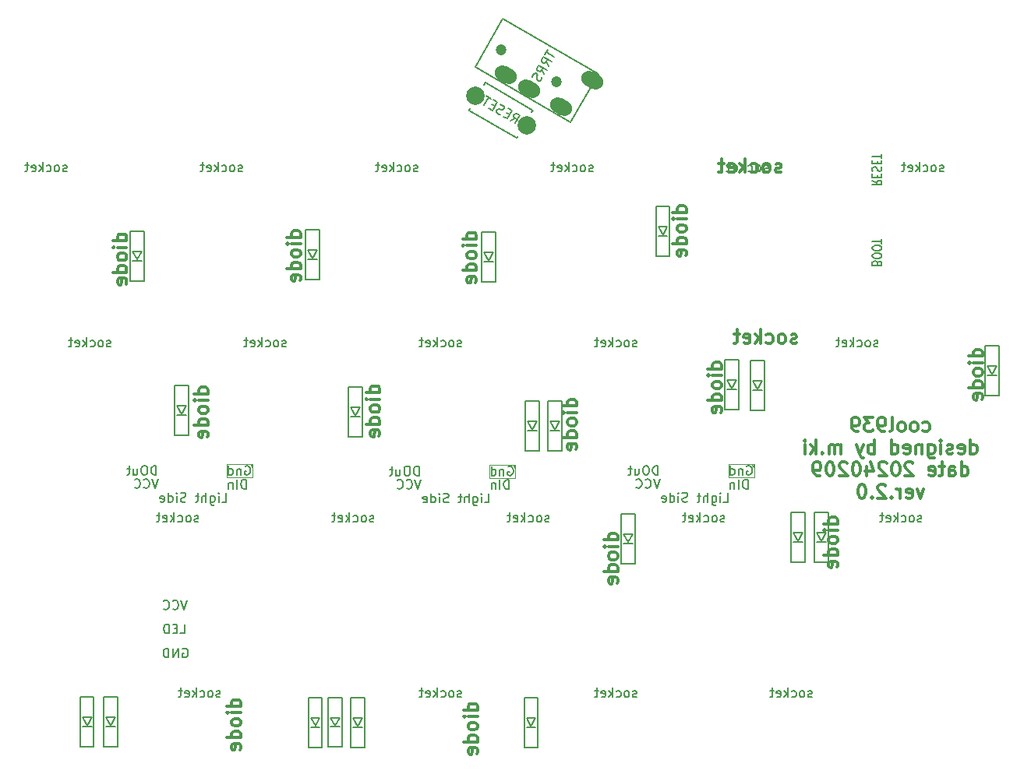
<source format=gbr>
G04 #@! TF.GenerationSoftware,KiCad,Pcbnew,7.0.8*
G04 #@! TF.CreationDate,2024-02-12T18:06:56+09:00*
G04 #@! TF.ProjectId,cool939v2,636f6f6c-3933-4397-9632-2e6b69636164,rev?*
G04 #@! TF.SameCoordinates,Original*
G04 #@! TF.FileFunction,Legend,Bot*
G04 #@! TF.FilePolarity,Positive*
%FSLAX46Y46*%
G04 Gerber Fmt 4.6, Leading zero omitted, Abs format (unit mm)*
G04 Created by KiCad (PCBNEW 7.0.8) date 2024-02-12 18:06:56*
%MOMM*%
%LPD*%
G01*
G04 APERTURE LIST*
G04 Aperture macros list*
%AMHorizOval*
0 Thick line with rounded ends*
0 $1 width*
0 $2 $3 position (X,Y) of the first rounded end (center of the circle)*
0 $4 $5 position (X,Y) of the second rounded end (center of the circle)*
0 Add line between two ends*
20,1,$1,$2,$3,$4,$5,0*
0 Add two circle primitives to create the rounded ends*
1,1,$1,$2,$3*
1,1,$1,$4,$5*%
G04 Aperture macros list end*
%ADD10C,0.300000*%
%ADD11C,0.150000*%
%ADD12C,0.100000*%
%ADD13C,2.000000*%
%ADD14HorizOval,1.700000X-0.346410X0.200000X0.346410X-0.200000X0*%
%ADD15C,1.200000*%
G04 APERTURE END LIST*
D10*
X259141428Y4723100D02*
X258998571Y4651671D01*
X258998571Y4651671D02*
X258712857Y4651671D01*
X258712857Y4651671D02*
X258570000Y4723100D01*
X258570000Y4723100D02*
X258498571Y4865957D01*
X258498571Y4865957D02*
X258498571Y4937385D01*
X258498571Y4937385D02*
X258570000Y5080242D01*
X258570000Y5080242D02*
X258712857Y5151671D01*
X258712857Y5151671D02*
X258927143Y5151671D01*
X258927143Y5151671D02*
X259070000Y5223100D01*
X259070000Y5223100D02*
X259141428Y5365957D01*
X259141428Y5365957D02*
X259141428Y5437385D01*
X259141428Y5437385D02*
X259070000Y5580242D01*
X259070000Y5580242D02*
X258927143Y5651671D01*
X258927143Y5651671D02*
X258712857Y5651671D01*
X258712857Y5651671D02*
X258570000Y5580242D01*
X257641428Y4651671D02*
X257784285Y4723100D01*
X257784285Y4723100D02*
X257855714Y4794528D01*
X257855714Y4794528D02*
X257927142Y4937385D01*
X257927142Y4937385D02*
X257927142Y5365957D01*
X257927142Y5365957D02*
X257855714Y5508814D01*
X257855714Y5508814D02*
X257784285Y5580242D01*
X257784285Y5580242D02*
X257641428Y5651671D01*
X257641428Y5651671D02*
X257427142Y5651671D01*
X257427142Y5651671D02*
X257284285Y5580242D01*
X257284285Y5580242D02*
X257212857Y5508814D01*
X257212857Y5508814D02*
X257141428Y5365957D01*
X257141428Y5365957D02*
X257141428Y4937385D01*
X257141428Y4937385D02*
X257212857Y4794528D01*
X257212857Y4794528D02*
X257284285Y4723100D01*
X257284285Y4723100D02*
X257427142Y4651671D01*
X257427142Y4651671D02*
X257641428Y4651671D01*
X255855714Y4723100D02*
X255998571Y4651671D01*
X255998571Y4651671D02*
X256284285Y4651671D01*
X256284285Y4651671D02*
X256427142Y4723100D01*
X256427142Y4723100D02*
X256498571Y4794528D01*
X256498571Y4794528D02*
X256569999Y4937385D01*
X256569999Y4937385D02*
X256569999Y5365957D01*
X256569999Y5365957D02*
X256498571Y5508814D01*
X256498571Y5508814D02*
X256427142Y5580242D01*
X256427142Y5580242D02*
X256284285Y5651671D01*
X256284285Y5651671D02*
X255998571Y5651671D01*
X255998571Y5651671D02*
X255855714Y5580242D01*
X255212857Y4651671D02*
X255212857Y6151671D01*
X255070000Y5223100D02*
X254641428Y4651671D01*
X254641428Y5651671D02*
X255212857Y5080242D01*
X253427142Y4723100D02*
X253569999Y4651671D01*
X253569999Y4651671D02*
X253855714Y4651671D01*
X253855714Y4651671D02*
X253998571Y4723100D01*
X253998571Y4723100D02*
X254069999Y4865957D01*
X254069999Y4865957D02*
X254069999Y5437385D01*
X254069999Y5437385D02*
X253998571Y5580242D01*
X253998571Y5580242D02*
X253855714Y5651671D01*
X253855714Y5651671D02*
X253569999Y5651671D01*
X253569999Y5651671D02*
X253427142Y5580242D01*
X253427142Y5580242D02*
X253355714Y5437385D01*
X253355714Y5437385D02*
X253355714Y5294528D01*
X253355714Y5294528D02*
X254069999Y5151671D01*
X252927142Y5651671D02*
X252355714Y5651671D01*
X252712857Y6151671D02*
X252712857Y4865957D01*
X252712857Y4865957D02*
X252641428Y4723100D01*
X252641428Y4723100D02*
X252498571Y4651671D01*
X252498571Y4651671D02*
X252355714Y4651671D01*
X200438328Y-53384286D02*
X198938328Y-53384286D01*
X200366900Y-53384286D02*
X200438328Y-53241428D01*
X200438328Y-53241428D02*
X200438328Y-52955714D01*
X200438328Y-52955714D02*
X200366900Y-52812857D01*
X200366900Y-52812857D02*
X200295471Y-52741428D01*
X200295471Y-52741428D02*
X200152614Y-52670000D01*
X200152614Y-52670000D02*
X199724042Y-52670000D01*
X199724042Y-52670000D02*
X199581185Y-52741428D01*
X199581185Y-52741428D02*
X199509757Y-52812857D01*
X199509757Y-52812857D02*
X199438328Y-52955714D01*
X199438328Y-52955714D02*
X199438328Y-53241428D01*
X199438328Y-53241428D02*
X199509757Y-53384286D01*
X200438328Y-54098571D02*
X199438328Y-54098571D01*
X198938328Y-54098571D02*
X199009757Y-54027143D01*
X199009757Y-54027143D02*
X199081185Y-54098571D01*
X199081185Y-54098571D02*
X199009757Y-54170000D01*
X199009757Y-54170000D02*
X198938328Y-54098571D01*
X198938328Y-54098571D02*
X199081185Y-54098571D01*
X200438328Y-55027143D02*
X200366900Y-54884286D01*
X200366900Y-54884286D02*
X200295471Y-54812857D01*
X200295471Y-54812857D02*
X200152614Y-54741429D01*
X200152614Y-54741429D02*
X199724042Y-54741429D01*
X199724042Y-54741429D02*
X199581185Y-54812857D01*
X199581185Y-54812857D02*
X199509757Y-54884286D01*
X199509757Y-54884286D02*
X199438328Y-55027143D01*
X199438328Y-55027143D02*
X199438328Y-55241429D01*
X199438328Y-55241429D02*
X199509757Y-55384286D01*
X199509757Y-55384286D02*
X199581185Y-55455715D01*
X199581185Y-55455715D02*
X199724042Y-55527143D01*
X199724042Y-55527143D02*
X200152614Y-55527143D01*
X200152614Y-55527143D02*
X200295471Y-55455715D01*
X200295471Y-55455715D02*
X200366900Y-55384286D01*
X200366900Y-55384286D02*
X200438328Y-55241429D01*
X200438328Y-55241429D02*
X200438328Y-55027143D01*
X200438328Y-56812858D02*
X198938328Y-56812858D01*
X200366900Y-56812858D02*
X200438328Y-56670000D01*
X200438328Y-56670000D02*
X200438328Y-56384286D01*
X200438328Y-56384286D02*
X200366900Y-56241429D01*
X200366900Y-56241429D02*
X200295471Y-56170000D01*
X200295471Y-56170000D02*
X200152614Y-56098572D01*
X200152614Y-56098572D02*
X199724042Y-56098572D01*
X199724042Y-56098572D02*
X199581185Y-56170000D01*
X199581185Y-56170000D02*
X199509757Y-56241429D01*
X199509757Y-56241429D02*
X199438328Y-56384286D01*
X199438328Y-56384286D02*
X199438328Y-56670000D01*
X199438328Y-56670000D02*
X199509757Y-56812858D01*
X200366900Y-58098572D02*
X200438328Y-57955715D01*
X200438328Y-57955715D02*
X200438328Y-57670001D01*
X200438328Y-57670001D02*
X200366900Y-57527143D01*
X200366900Y-57527143D02*
X200224042Y-57455715D01*
X200224042Y-57455715D02*
X199652614Y-57455715D01*
X199652614Y-57455715D02*
X199509757Y-57527143D01*
X199509757Y-57527143D02*
X199438328Y-57670001D01*
X199438328Y-57670001D02*
X199438328Y-57955715D01*
X199438328Y-57955715D02*
X199509757Y-58098572D01*
X199509757Y-58098572D02*
X199652614Y-58170001D01*
X199652614Y-58170001D02*
X199795471Y-58170001D01*
X199795471Y-58170001D02*
X199938328Y-57455715D01*
X265288328Y-33554286D02*
X263788328Y-33554286D01*
X265216900Y-33554286D02*
X265288328Y-33411428D01*
X265288328Y-33411428D02*
X265288328Y-33125714D01*
X265288328Y-33125714D02*
X265216900Y-32982857D01*
X265216900Y-32982857D02*
X265145471Y-32911428D01*
X265145471Y-32911428D02*
X265002614Y-32840000D01*
X265002614Y-32840000D02*
X264574042Y-32840000D01*
X264574042Y-32840000D02*
X264431185Y-32911428D01*
X264431185Y-32911428D02*
X264359757Y-32982857D01*
X264359757Y-32982857D02*
X264288328Y-33125714D01*
X264288328Y-33125714D02*
X264288328Y-33411428D01*
X264288328Y-33411428D02*
X264359757Y-33554286D01*
X265288328Y-34268571D02*
X264288328Y-34268571D01*
X263788328Y-34268571D02*
X263859757Y-34197143D01*
X263859757Y-34197143D02*
X263931185Y-34268571D01*
X263931185Y-34268571D02*
X263859757Y-34340000D01*
X263859757Y-34340000D02*
X263788328Y-34268571D01*
X263788328Y-34268571D02*
X263931185Y-34268571D01*
X265288328Y-35197143D02*
X265216900Y-35054286D01*
X265216900Y-35054286D02*
X265145471Y-34982857D01*
X265145471Y-34982857D02*
X265002614Y-34911429D01*
X265002614Y-34911429D02*
X264574042Y-34911429D01*
X264574042Y-34911429D02*
X264431185Y-34982857D01*
X264431185Y-34982857D02*
X264359757Y-35054286D01*
X264359757Y-35054286D02*
X264288328Y-35197143D01*
X264288328Y-35197143D02*
X264288328Y-35411429D01*
X264288328Y-35411429D02*
X264359757Y-35554286D01*
X264359757Y-35554286D02*
X264431185Y-35625715D01*
X264431185Y-35625715D02*
X264574042Y-35697143D01*
X264574042Y-35697143D02*
X265002614Y-35697143D01*
X265002614Y-35697143D02*
X265145471Y-35625715D01*
X265145471Y-35625715D02*
X265216900Y-35554286D01*
X265216900Y-35554286D02*
X265288328Y-35411429D01*
X265288328Y-35411429D02*
X265288328Y-35197143D01*
X265288328Y-36982858D02*
X263788328Y-36982858D01*
X265216900Y-36982858D02*
X265288328Y-36840000D01*
X265288328Y-36840000D02*
X265288328Y-36554286D01*
X265288328Y-36554286D02*
X265216900Y-36411429D01*
X265216900Y-36411429D02*
X265145471Y-36340000D01*
X265145471Y-36340000D02*
X265002614Y-36268572D01*
X265002614Y-36268572D02*
X264574042Y-36268572D01*
X264574042Y-36268572D02*
X264431185Y-36340000D01*
X264431185Y-36340000D02*
X264359757Y-36411429D01*
X264359757Y-36411429D02*
X264288328Y-36554286D01*
X264288328Y-36554286D02*
X264288328Y-36840000D01*
X264288328Y-36840000D02*
X264359757Y-36982858D01*
X265216900Y-38268572D02*
X265288328Y-38125715D01*
X265288328Y-38125715D02*
X265288328Y-37840001D01*
X265288328Y-37840001D02*
X265216900Y-37697143D01*
X265216900Y-37697143D02*
X265074042Y-37625715D01*
X265074042Y-37625715D02*
X264502614Y-37625715D01*
X264502614Y-37625715D02*
X264359757Y-37697143D01*
X264359757Y-37697143D02*
X264288328Y-37840001D01*
X264288328Y-37840001D02*
X264288328Y-38125715D01*
X264288328Y-38125715D02*
X264359757Y-38268572D01*
X264359757Y-38268572D02*
X264502614Y-38340001D01*
X264502614Y-38340001D02*
X264645471Y-38340001D01*
X264645471Y-38340001D02*
X264788328Y-37625715D01*
X241378328Y-35294286D02*
X239878328Y-35294286D01*
X241306900Y-35294286D02*
X241378328Y-35151428D01*
X241378328Y-35151428D02*
X241378328Y-34865714D01*
X241378328Y-34865714D02*
X241306900Y-34722857D01*
X241306900Y-34722857D02*
X241235471Y-34651428D01*
X241235471Y-34651428D02*
X241092614Y-34580000D01*
X241092614Y-34580000D02*
X240664042Y-34580000D01*
X240664042Y-34580000D02*
X240521185Y-34651428D01*
X240521185Y-34651428D02*
X240449757Y-34722857D01*
X240449757Y-34722857D02*
X240378328Y-34865714D01*
X240378328Y-34865714D02*
X240378328Y-35151428D01*
X240378328Y-35151428D02*
X240449757Y-35294286D01*
X241378328Y-36008571D02*
X240378328Y-36008571D01*
X239878328Y-36008571D02*
X239949757Y-35937143D01*
X239949757Y-35937143D02*
X240021185Y-36008571D01*
X240021185Y-36008571D02*
X239949757Y-36080000D01*
X239949757Y-36080000D02*
X239878328Y-36008571D01*
X239878328Y-36008571D02*
X240021185Y-36008571D01*
X241378328Y-36937143D02*
X241306900Y-36794286D01*
X241306900Y-36794286D02*
X241235471Y-36722857D01*
X241235471Y-36722857D02*
X241092614Y-36651429D01*
X241092614Y-36651429D02*
X240664042Y-36651429D01*
X240664042Y-36651429D02*
X240521185Y-36722857D01*
X240521185Y-36722857D02*
X240449757Y-36794286D01*
X240449757Y-36794286D02*
X240378328Y-36937143D01*
X240378328Y-36937143D02*
X240378328Y-37151429D01*
X240378328Y-37151429D02*
X240449757Y-37294286D01*
X240449757Y-37294286D02*
X240521185Y-37365715D01*
X240521185Y-37365715D02*
X240664042Y-37437143D01*
X240664042Y-37437143D02*
X241092614Y-37437143D01*
X241092614Y-37437143D02*
X241235471Y-37365715D01*
X241235471Y-37365715D02*
X241306900Y-37294286D01*
X241306900Y-37294286D02*
X241378328Y-37151429D01*
X241378328Y-37151429D02*
X241378328Y-36937143D01*
X241378328Y-38722858D02*
X239878328Y-38722858D01*
X241306900Y-38722858D02*
X241378328Y-38580000D01*
X241378328Y-38580000D02*
X241378328Y-38294286D01*
X241378328Y-38294286D02*
X241306900Y-38151429D01*
X241306900Y-38151429D02*
X241235471Y-38080000D01*
X241235471Y-38080000D02*
X241092614Y-38008572D01*
X241092614Y-38008572D02*
X240664042Y-38008572D01*
X240664042Y-38008572D02*
X240521185Y-38080000D01*
X240521185Y-38080000D02*
X240449757Y-38151429D01*
X240449757Y-38151429D02*
X240378328Y-38294286D01*
X240378328Y-38294286D02*
X240378328Y-38580000D01*
X240378328Y-38580000D02*
X240449757Y-38722858D01*
X241306900Y-40008572D02*
X241378328Y-39865715D01*
X241378328Y-39865715D02*
X241378328Y-39580001D01*
X241378328Y-39580001D02*
X241306900Y-39437143D01*
X241306900Y-39437143D02*
X241164042Y-39365715D01*
X241164042Y-39365715D02*
X240592614Y-39365715D01*
X240592614Y-39365715D02*
X240449757Y-39437143D01*
X240449757Y-39437143D02*
X240378328Y-39580001D01*
X240378328Y-39580001D02*
X240378328Y-39865715D01*
X240378328Y-39865715D02*
X240449757Y-40008572D01*
X240449757Y-40008572D02*
X240592614Y-40080001D01*
X240592614Y-40080001D02*
X240735471Y-40080001D01*
X240735471Y-40080001D02*
X240878328Y-39365715D01*
X236928328Y-20744286D02*
X235428328Y-20744286D01*
X236856900Y-20744286D02*
X236928328Y-20601428D01*
X236928328Y-20601428D02*
X236928328Y-20315714D01*
X236928328Y-20315714D02*
X236856900Y-20172857D01*
X236856900Y-20172857D02*
X236785471Y-20101428D01*
X236785471Y-20101428D02*
X236642614Y-20030000D01*
X236642614Y-20030000D02*
X236214042Y-20030000D01*
X236214042Y-20030000D02*
X236071185Y-20101428D01*
X236071185Y-20101428D02*
X235999757Y-20172857D01*
X235999757Y-20172857D02*
X235928328Y-20315714D01*
X235928328Y-20315714D02*
X235928328Y-20601428D01*
X235928328Y-20601428D02*
X235999757Y-20744286D01*
X236928328Y-21458571D02*
X235928328Y-21458571D01*
X235428328Y-21458571D02*
X235499757Y-21387143D01*
X235499757Y-21387143D02*
X235571185Y-21458571D01*
X235571185Y-21458571D02*
X235499757Y-21530000D01*
X235499757Y-21530000D02*
X235428328Y-21458571D01*
X235428328Y-21458571D02*
X235571185Y-21458571D01*
X236928328Y-22387143D02*
X236856900Y-22244286D01*
X236856900Y-22244286D02*
X236785471Y-22172857D01*
X236785471Y-22172857D02*
X236642614Y-22101429D01*
X236642614Y-22101429D02*
X236214042Y-22101429D01*
X236214042Y-22101429D02*
X236071185Y-22172857D01*
X236071185Y-22172857D02*
X235999757Y-22244286D01*
X235999757Y-22244286D02*
X235928328Y-22387143D01*
X235928328Y-22387143D02*
X235928328Y-22601429D01*
X235928328Y-22601429D02*
X235999757Y-22744286D01*
X235999757Y-22744286D02*
X236071185Y-22815715D01*
X236071185Y-22815715D02*
X236214042Y-22887143D01*
X236214042Y-22887143D02*
X236642614Y-22887143D01*
X236642614Y-22887143D02*
X236785471Y-22815715D01*
X236785471Y-22815715D02*
X236856900Y-22744286D01*
X236856900Y-22744286D02*
X236928328Y-22601429D01*
X236928328Y-22601429D02*
X236928328Y-22387143D01*
X236928328Y-24172858D02*
X235428328Y-24172858D01*
X236856900Y-24172858D02*
X236928328Y-24030000D01*
X236928328Y-24030000D02*
X236928328Y-23744286D01*
X236928328Y-23744286D02*
X236856900Y-23601429D01*
X236856900Y-23601429D02*
X236785471Y-23530000D01*
X236785471Y-23530000D02*
X236642614Y-23458572D01*
X236642614Y-23458572D02*
X236214042Y-23458572D01*
X236214042Y-23458572D02*
X236071185Y-23530000D01*
X236071185Y-23530000D02*
X235999757Y-23601429D01*
X235999757Y-23601429D02*
X235928328Y-23744286D01*
X235928328Y-23744286D02*
X235928328Y-24030000D01*
X235928328Y-24030000D02*
X235999757Y-24172858D01*
X236856900Y-25458572D02*
X236928328Y-25315715D01*
X236928328Y-25315715D02*
X236928328Y-25030001D01*
X236928328Y-25030001D02*
X236856900Y-24887143D01*
X236856900Y-24887143D02*
X236714042Y-24815715D01*
X236714042Y-24815715D02*
X236142614Y-24815715D01*
X236142614Y-24815715D02*
X235999757Y-24887143D01*
X235999757Y-24887143D02*
X235928328Y-25030001D01*
X235928328Y-25030001D02*
X235928328Y-25315715D01*
X235928328Y-25315715D02*
X235999757Y-25458572D01*
X235999757Y-25458572D02*
X236142614Y-25530001D01*
X236142614Y-25530001D02*
X236285471Y-25530001D01*
X236285471Y-25530001D02*
X236428328Y-24815715D01*
X215528328Y-19274286D02*
X214028328Y-19274286D01*
X215456900Y-19274286D02*
X215528328Y-19131428D01*
X215528328Y-19131428D02*
X215528328Y-18845714D01*
X215528328Y-18845714D02*
X215456900Y-18702857D01*
X215456900Y-18702857D02*
X215385471Y-18631428D01*
X215385471Y-18631428D02*
X215242614Y-18560000D01*
X215242614Y-18560000D02*
X214814042Y-18560000D01*
X214814042Y-18560000D02*
X214671185Y-18631428D01*
X214671185Y-18631428D02*
X214599757Y-18702857D01*
X214599757Y-18702857D02*
X214528328Y-18845714D01*
X214528328Y-18845714D02*
X214528328Y-19131428D01*
X214528328Y-19131428D02*
X214599757Y-19274286D01*
X215528328Y-19988571D02*
X214528328Y-19988571D01*
X214028328Y-19988571D02*
X214099757Y-19917143D01*
X214099757Y-19917143D02*
X214171185Y-19988571D01*
X214171185Y-19988571D02*
X214099757Y-20060000D01*
X214099757Y-20060000D02*
X214028328Y-19988571D01*
X214028328Y-19988571D02*
X214171185Y-19988571D01*
X215528328Y-20917143D02*
X215456900Y-20774286D01*
X215456900Y-20774286D02*
X215385471Y-20702857D01*
X215385471Y-20702857D02*
X215242614Y-20631429D01*
X215242614Y-20631429D02*
X214814042Y-20631429D01*
X214814042Y-20631429D02*
X214671185Y-20702857D01*
X214671185Y-20702857D02*
X214599757Y-20774286D01*
X214599757Y-20774286D02*
X214528328Y-20917143D01*
X214528328Y-20917143D02*
X214528328Y-21131429D01*
X214528328Y-21131429D02*
X214599757Y-21274286D01*
X214599757Y-21274286D02*
X214671185Y-21345715D01*
X214671185Y-21345715D02*
X214814042Y-21417143D01*
X214814042Y-21417143D02*
X215242614Y-21417143D01*
X215242614Y-21417143D02*
X215385471Y-21345715D01*
X215385471Y-21345715D02*
X215456900Y-21274286D01*
X215456900Y-21274286D02*
X215528328Y-21131429D01*
X215528328Y-21131429D02*
X215528328Y-20917143D01*
X215528328Y-22702858D02*
X214028328Y-22702858D01*
X215456900Y-22702858D02*
X215528328Y-22560000D01*
X215528328Y-22560000D02*
X215528328Y-22274286D01*
X215528328Y-22274286D02*
X215456900Y-22131429D01*
X215456900Y-22131429D02*
X215385471Y-22060000D01*
X215385471Y-22060000D02*
X215242614Y-21988572D01*
X215242614Y-21988572D02*
X214814042Y-21988572D01*
X214814042Y-21988572D02*
X214671185Y-22060000D01*
X214671185Y-22060000D02*
X214599757Y-22131429D01*
X214599757Y-22131429D02*
X214528328Y-22274286D01*
X214528328Y-22274286D02*
X214528328Y-22560000D01*
X214528328Y-22560000D02*
X214599757Y-22702858D01*
X215456900Y-23988572D02*
X215528328Y-23845715D01*
X215528328Y-23845715D02*
X215528328Y-23560001D01*
X215528328Y-23560001D02*
X215456900Y-23417143D01*
X215456900Y-23417143D02*
X215314042Y-23345715D01*
X215314042Y-23345715D02*
X214742614Y-23345715D01*
X214742614Y-23345715D02*
X214599757Y-23417143D01*
X214599757Y-23417143D02*
X214528328Y-23560001D01*
X214528328Y-23560001D02*
X214528328Y-23845715D01*
X214528328Y-23845715D02*
X214599757Y-23988572D01*
X214599757Y-23988572D02*
X214742614Y-24060001D01*
X214742614Y-24060001D02*
X214885471Y-24060001D01*
X214885471Y-24060001D02*
X215028328Y-23345715D01*
X196868328Y-19414286D02*
X195368328Y-19414286D01*
X196796900Y-19414286D02*
X196868328Y-19271428D01*
X196868328Y-19271428D02*
X196868328Y-18985714D01*
X196868328Y-18985714D02*
X196796900Y-18842857D01*
X196796900Y-18842857D02*
X196725471Y-18771428D01*
X196725471Y-18771428D02*
X196582614Y-18700000D01*
X196582614Y-18700000D02*
X196154042Y-18700000D01*
X196154042Y-18700000D02*
X196011185Y-18771428D01*
X196011185Y-18771428D02*
X195939757Y-18842857D01*
X195939757Y-18842857D02*
X195868328Y-18985714D01*
X195868328Y-18985714D02*
X195868328Y-19271428D01*
X195868328Y-19271428D02*
X195939757Y-19414286D01*
X196868328Y-20128571D02*
X195868328Y-20128571D01*
X195368328Y-20128571D02*
X195439757Y-20057143D01*
X195439757Y-20057143D02*
X195511185Y-20128571D01*
X195511185Y-20128571D02*
X195439757Y-20200000D01*
X195439757Y-20200000D02*
X195368328Y-20128571D01*
X195368328Y-20128571D02*
X195511185Y-20128571D01*
X196868328Y-21057143D02*
X196796900Y-20914286D01*
X196796900Y-20914286D02*
X196725471Y-20842857D01*
X196725471Y-20842857D02*
X196582614Y-20771429D01*
X196582614Y-20771429D02*
X196154042Y-20771429D01*
X196154042Y-20771429D02*
X196011185Y-20842857D01*
X196011185Y-20842857D02*
X195939757Y-20914286D01*
X195939757Y-20914286D02*
X195868328Y-21057143D01*
X195868328Y-21057143D02*
X195868328Y-21271429D01*
X195868328Y-21271429D02*
X195939757Y-21414286D01*
X195939757Y-21414286D02*
X196011185Y-21485715D01*
X196011185Y-21485715D02*
X196154042Y-21557143D01*
X196154042Y-21557143D02*
X196582614Y-21557143D01*
X196582614Y-21557143D02*
X196725471Y-21485715D01*
X196725471Y-21485715D02*
X196796900Y-21414286D01*
X196796900Y-21414286D02*
X196868328Y-21271429D01*
X196868328Y-21271429D02*
X196868328Y-21057143D01*
X196868328Y-22842858D02*
X195368328Y-22842858D01*
X196796900Y-22842858D02*
X196868328Y-22700000D01*
X196868328Y-22700000D02*
X196868328Y-22414286D01*
X196868328Y-22414286D02*
X196796900Y-22271429D01*
X196796900Y-22271429D02*
X196725471Y-22200000D01*
X196725471Y-22200000D02*
X196582614Y-22128572D01*
X196582614Y-22128572D02*
X196154042Y-22128572D01*
X196154042Y-22128572D02*
X196011185Y-22200000D01*
X196011185Y-22200000D02*
X195939757Y-22271429D01*
X195939757Y-22271429D02*
X195868328Y-22414286D01*
X195868328Y-22414286D02*
X195868328Y-22700000D01*
X195868328Y-22700000D02*
X195939757Y-22842858D01*
X196796900Y-24128572D02*
X196868328Y-23985715D01*
X196868328Y-23985715D02*
X196868328Y-23700001D01*
X196868328Y-23700001D02*
X196796900Y-23557143D01*
X196796900Y-23557143D02*
X196654042Y-23485715D01*
X196654042Y-23485715D02*
X196082614Y-23485715D01*
X196082614Y-23485715D02*
X195939757Y-23557143D01*
X195939757Y-23557143D02*
X195868328Y-23700001D01*
X195868328Y-23700001D02*
X195868328Y-23985715D01*
X195868328Y-23985715D02*
X195939757Y-24128572D01*
X195939757Y-24128572D02*
X196082614Y-24200001D01*
X196082614Y-24200001D02*
X196225471Y-24200001D01*
X196225471Y-24200001D02*
X196368328Y-23485715D01*
X206928328Y-2394286D02*
X205428328Y-2394286D01*
X206856900Y-2394286D02*
X206928328Y-2251428D01*
X206928328Y-2251428D02*
X206928328Y-1965714D01*
X206928328Y-1965714D02*
X206856900Y-1822857D01*
X206856900Y-1822857D02*
X206785471Y-1751428D01*
X206785471Y-1751428D02*
X206642614Y-1680000D01*
X206642614Y-1680000D02*
X206214042Y-1680000D01*
X206214042Y-1680000D02*
X206071185Y-1751428D01*
X206071185Y-1751428D02*
X205999757Y-1822857D01*
X205999757Y-1822857D02*
X205928328Y-1965714D01*
X205928328Y-1965714D02*
X205928328Y-2251428D01*
X205928328Y-2251428D02*
X205999757Y-2394286D01*
X206928328Y-3108571D02*
X205928328Y-3108571D01*
X205428328Y-3108571D02*
X205499757Y-3037143D01*
X205499757Y-3037143D02*
X205571185Y-3108571D01*
X205571185Y-3108571D02*
X205499757Y-3180000D01*
X205499757Y-3180000D02*
X205428328Y-3108571D01*
X205428328Y-3108571D02*
X205571185Y-3108571D01*
X206928328Y-4037143D02*
X206856900Y-3894286D01*
X206856900Y-3894286D02*
X206785471Y-3822857D01*
X206785471Y-3822857D02*
X206642614Y-3751429D01*
X206642614Y-3751429D02*
X206214042Y-3751429D01*
X206214042Y-3751429D02*
X206071185Y-3822857D01*
X206071185Y-3822857D02*
X205999757Y-3894286D01*
X205999757Y-3894286D02*
X205928328Y-4037143D01*
X205928328Y-4037143D02*
X205928328Y-4251429D01*
X205928328Y-4251429D02*
X205999757Y-4394286D01*
X205999757Y-4394286D02*
X206071185Y-4465715D01*
X206071185Y-4465715D02*
X206214042Y-4537143D01*
X206214042Y-4537143D02*
X206642614Y-4537143D01*
X206642614Y-4537143D02*
X206785471Y-4465715D01*
X206785471Y-4465715D02*
X206856900Y-4394286D01*
X206856900Y-4394286D02*
X206928328Y-4251429D01*
X206928328Y-4251429D02*
X206928328Y-4037143D01*
X206928328Y-5822858D02*
X205428328Y-5822858D01*
X206856900Y-5822858D02*
X206928328Y-5680000D01*
X206928328Y-5680000D02*
X206928328Y-5394286D01*
X206928328Y-5394286D02*
X206856900Y-5251429D01*
X206856900Y-5251429D02*
X206785471Y-5180000D01*
X206785471Y-5180000D02*
X206642614Y-5108572D01*
X206642614Y-5108572D02*
X206214042Y-5108572D01*
X206214042Y-5108572D02*
X206071185Y-5180000D01*
X206071185Y-5180000D02*
X205999757Y-5251429D01*
X205999757Y-5251429D02*
X205928328Y-5394286D01*
X205928328Y-5394286D02*
X205928328Y-5680000D01*
X205928328Y-5680000D02*
X205999757Y-5822858D01*
X206856900Y-7108572D02*
X206928328Y-6965715D01*
X206928328Y-6965715D02*
X206928328Y-6680001D01*
X206928328Y-6680001D02*
X206856900Y-6537143D01*
X206856900Y-6537143D02*
X206714042Y-6465715D01*
X206714042Y-6465715D02*
X206142614Y-6465715D01*
X206142614Y-6465715D02*
X205999757Y-6537143D01*
X205999757Y-6537143D02*
X205928328Y-6680001D01*
X205928328Y-6680001D02*
X205928328Y-6965715D01*
X205928328Y-6965715D02*
X205999757Y-7108572D01*
X205999757Y-7108572D02*
X206142614Y-7180001D01*
X206142614Y-7180001D02*
X206285471Y-7180001D01*
X206285471Y-7180001D02*
X206428328Y-6465715D01*
X188028328Y-2764286D02*
X186528328Y-2764286D01*
X187956900Y-2764286D02*
X188028328Y-2621428D01*
X188028328Y-2621428D02*
X188028328Y-2335714D01*
X188028328Y-2335714D02*
X187956900Y-2192857D01*
X187956900Y-2192857D02*
X187885471Y-2121428D01*
X187885471Y-2121428D02*
X187742614Y-2050000D01*
X187742614Y-2050000D02*
X187314042Y-2050000D01*
X187314042Y-2050000D02*
X187171185Y-2121428D01*
X187171185Y-2121428D02*
X187099757Y-2192857D01*
X187099757Y-2192857D02*
X187028328Y-2335714D01*
X187028328Y-2335714D02*
X187028328Y-2621428D01*
X187028328Y-2621428D02*
X187099757Y-2764286D01*
X188028328Y-3478571D02*
X187028328Y-3478571D01*
X186528328Y-3478571D02*
X186599757Y-3407143D01*
X186599757Y-3407143D02*
X186671185Y-3478571D01*
X186671185Y-3478571D02*
X186599757Y-3550000D01*
X186599757Y-3550000D02*
X186528328Y-3478571D01*
X186528328Y-3478571D02*
X186671185Y-3478571D01*
X188028328Y-4407143D02*
X187956900Y-4264286D01*
X187956900Y-4264286D02*
X187885471Y-4192857D01*
X187885471Y-4192857D02*
X187742614Y-4121429D01*
X187742614Y-4121429D02*
X187314042Y-4121429D01*
X187314042Y-4121429D02*
X187171185Y-4192857D01*
X187171185Y-4192857D02*
X187099757Y-4264286D01*
X187099757Y-4264286D02*
X187028328Y-4407143D01*
X187028328Y-4407143D02*
X187028328Y-4621429D01*
X187028328Y-4621429D02*
X187099757Y-4764286D01*
X187099757Y-4764286D02*
X187171185Y-4835715D01*
X187171185Y-4835715D02*
X187314042Y-4907143D01*
X187314042Y-4907143D02*
X187742614Y-4907143D01*
X187742614Y-4907143D02*
X187885471Y-4835715D01*
X187885471Y-4835715D02*
X187956900Y-4764286D01*
X187956900Y-4764286D02*
X188028328Y-4621429D01*
X188028328Y-4621429D02*
X188028328Y-4407143D01*
X188028328Y-6192858D02*
X186528328Y-6192858D01*
X187956900Y-6192858D02*
X188028328Y-6050000D01*
X188028328Y-6050000D02*
X188028328Y-5764286D01*
X188028328Y-5764286D02*
X187956900Y-5621429D01*
X187956900Y-5621429D02*
X187885471Y-5550000D01*
X187885471Y-5550000D02*
X187742614Y-5478572D01*
X187742614Y-5478572D02*
X187314042Y-5478572D01*
X187314042Y-5478572D02*
X187171185Y-5550000D01*
X187171185Y-5550000D02*
X187099757Y-5621429D01*
X187099757Y-5621429D02*
X187028328Y-5764286D01*
X187028328Y-5764286D02*
X187028328Y-6050000D01*
X187028328Y-6050000D02*
X187099757Y-6192858D01*
X187956900Y-7478572D02*
X188028328Y-7335715D01*
X188028328Y-7335715D02*
X188028328Y-7050001D01*
X188028328Y-7050001D02*
X187956900Y-6907143D01*
X187956900Y-6907143D02*
X187814042Y-6835715D01*
X187814042Y-6835715D02*
X187242614Y-6835715D01*
X187242614Y-6835715D02*
X187099757Y-6907143D01*
X187099757Y-6907143D02*
X187028328Y-7050001D01*
X187028328Y-7050001D02*
X187028328Y-7335715D01*
X187028328Y-7335715D02*
X187099757Y-7478572D01*
X187099757Y-7478572D02*
X187242614Y-7550001D01*
X187242614Y-7550001D02*
X187385471Y-7550001D01*
X187385471Y-7550001D02*
X187528328Y-6835715D01*
X226028328Y-2584286D02*
X224528328Y-2584286D01*
X225956900Y-2584286D02*
X226028328Y-2441428D01*
X226028328Y-2441428D02*
X226028328Y-2155714D01*
X226028328Y-2155714D02*
X225956900Y-2012857D01*
X225956900Y-2012857D02*
X225885471Y-1941428D01*
X225885471Y-1941428D02*
X225742614Y-1870000D01*
X225742614Y-1870000D02*
X225314042Y-1870000D01*
X225314042Y-1870000D02*
X225171185Y-1941428D01*
X225171185Y-1941428D02*
X225099757Y-2012857D01*
X225099757Y-2012857D02*
X225028328Y-2155714D01*
X225028328Y-2155714D02*
X225028328Y-2441428D01*
X225028328Y-2441428D02*
X225099757Y-2584286D01*
X226028328Y-3298571D02*
X225028328Y-3298571D01*
X224528328Y-3298571D02*
X224599757Y-3227143D01*
X224599757Y-3227143D02*
X224671185Y-3298571D01*
X224671185Y-3298571D02*
X224599757Y-3370000D01*
X224599757Y-3370000D02*
X224528328Y-3298571D01*
X224528328Y-3298571D02*
X224671185Y-3298571D01*
X226028328Y-4227143D02*
X225956900Y-4084286D01*
X225956900Y-4084286D02*
X225885471Y-4012857D01*
X225885471Y-4012857D02*
X225742614Y-3941429D01*
X225742614Y-3941429D02*
X225314042Y-3941429D01*
X225314042Y-3941429D02*
X225171185Y-4012857D01*
X225171185Y-4012857D02*
X225099757Y-4084286D01*
X225099757Y-4084286D02*
X225028328Y-4227143D01*
X225028328Y-4227143D02*
X225028328Y-4441429D01*
X225028328Y-4441429D02*
X225099757Y-4584286D01*
X225099757Y-4584286D02*
X225171185Y-4655715D01*
X225171185Y-4655715D02*
X225314042Y-4727143D01*
X225314042Y-4727143D02*
X225742614Y-4727143D01*
X225742614Y-4727143D02*
X225885471Y-4655715D01*
X225885471Y-4655715D02*
X225956900Y-4584286D01*
X225956900Y-4584286D02*
X226028328Y-4441429D01*
X226028328Y-4441429D02*
X226028328Y-4227143D01*
X226028328Y-6012858D02*
X224528328Y-6012858D01*
X225956900Y-6012858D02*
X226028328Y-5870000D01*
X226028328Y-5870000D02*
X226028328Y-5584286D01*
X226028328Y-5584286D02*
X225956900Y-5441429D01*
X225956900Y-5441429D02*
X225885471Y-5370000D01*
X225885471Y-5370000D02*
X225742614Y-5298572D01*
X225742614Y-5298572D02*
X225314042Y-5298572D01*
X225314042Y-5298572D02*
X225171185Y-5370000D01*
X225171185Y-5370000D02*
X225099757Y-5441429D01*
X225099757Y-5441429D02*
X225028328Y-5584286D01*
X225028328Y-5584286D02*
X225028328Y-5870000D01*
X225028328Y-5870000D02*
X225099757Y-6012858D01*
X225956900Y-7298572D02*
X226028328Y-7155715D01*
X226028328Y-7155715D02*
X226028328Y-6870001D01*
X226028328Y-6870001D02*
X225956900Y-6727143D01*
X225956900Y-6727143D02*
X225814042Y-6655715D01*
X225814042Y-6655715D02*
X225242614Y-6655715D01*
X225242614Y-6655715D02*
X225099757Y-6727143D01*
X225099757Y-6727143D02*
X225028328Y-6870001D01*
X225028328Y-6870001D02*
X225028328Y-7155715D01*
X225028328Y-7155715D02*
X225099757Y-7298572D01*
X225099757Y-7298572D02*
X225242614Y-7370001D01*
X225242614Y-7370001D02*
X225385471Y-7370001D01*
X225385471Y-7370001D02*
X225528328Y-6655715D01*
X248838328Y315714D02*
X247338328Y315714D01*
X248766900Y315714D02*
X248838328Y458571D01*
X248838328Y458571D02*
X248838328Y744285D01*
X248838328Y744285D02*
X248766900Y887142D01*
X248766900Y887142D02*
X248695471Y958571D01*
X248695471Y958571D02*
X248552614Y1029999D01*
X248552614Y1029999D02*
X248124042Y1029999D01*
X248124042Y1029999D02*
X247981185Y958571D01*
X247981185Y958571D02*
X247909757Y887142D01*
X247909757Y887142D02*
X247838328Y744285D01*
X247838328Y744285D02*
X247838328Y458571D01*
X247838328Y458571D02*
X247909757Y315714D01*
X248838328Y-398571D02*
X247838328Y-398571D01*
X247338328Y-398571D02*
X247409757Y-327143D01*
X247409757Y-327143D02*
X247481185Y-398571D01*
X247481185Y-398571D02*
X247409757Y-470000D01*
X247409757Y-470000D02*
X247338328Y-398571D01*
X247338328Y-398571D02*
X247481185Y-398571D01*
X248838328Y-1327143D02*
X248766900Y-1184286D01*
X248766900Y-1184286D02*
X248695471Y-1112857D01*
X248695471Y-1112857D02*
X248552614Y-1041429D01*
X248552614Y-1041429D02*
X248124042Y-1041429D01*
X248124042Y-1041429D02*
X247981185Y-1112857D01*
X247981185Y-1112857D02*
X247909757Y-1184286D01*
X247909757Y-1184286D02*
X247838328Y-1327143D01*
X247838328Y-1327143D02*
X247838328Y-1541429D01*
X247838328Y-1541429D02*
X247909757Y-1684286D01*
X247909757Y-1684286D02*
X247981185Y-1755715D01*
X247981185Y-1755715D02*
X248124042Y-1827143D01*
X248124042Y-1827143D02*
X248552614Y-1827143D01*
X248552614Y-1827143D02*
X248695471Y-1755715D01*
X248695471Y-1755715D02*
X248766900Y-1684286D01*
X248766900Y-1684286D02*
X248838328Y-1541429D01*
X248838328Y-1541429D02*
X248838328Y-1327143D01*
X248838328Y-3112858D02*
X247338328Y-3112858D01*
X248766900Y-3112858D02*
X248838328Y-2970000D01*
X248838328Y-2970000D02*
X248838328Y-2684286D01*
X248838328Y-2684286D02*
X248766900Y-2541429D01*
X248766900Y-2541429D02*
X248695471Y-2470000D01*
X248695471Y-2470000D02*
X248552614Y-2398572D01*
X248552614Y-2398572D02*
X248124042Y-2398572D01*
X248124042Y-2398572D02*
X247981185Y-2470000D01*
X247981185Y-2470000D02*
X247909757Y-2541429D01*
X247909757Y-2541429D02*
X247838328Y-2684286D01*
X247838328Y-2684286D02*
X247838328Y-2970000D01*
X247838328Y-2970000D02*
X247909757Y-3112858D01*
X248766900Y-4398572D02*
X248838328Y-4255715D01*
X248838328Y-4255715D02*
X248838328Y-3970001D01*
X248838328Y-3970001D02*
X248766900Y-3827143D01*
X248766900Y-3827143D02*
X248624042Y-3755715D01*
X248624042Y-3755715D02*
X248052614Y-3755715D01*
X248052614Y-3755715D02*
X247909757Y-3827143D01*
X247909757Y-3827143D02*
X247838328Y-3970001D01*
X247838328Y-3970001D02*
X247838328Y-4255715D01*
X247838328Y-4255715D02*
X247909757Y-4398572D01*
X247909757Y-4398572D02*
X248052614Y-4470001D01*
X248052614Y-4470001D02*
X248195471Y-4470001D01*
X248195471Y-4470001D02*
X248338328Y-3755715D01*
X260821428Y-13866900D02*
X260678571Y-13938328D01*
X260678571Y-13938328D02*
X260392857Y-13938328D01*
X260392857Y-13938328D02*
X260250000Y-13866900D01*
X260250000Y-13866900D02*
X260178571Y-13724042D01*
X260178571Y-13724042D02*
X260178571Y-13652614D01*
X260178571Y-13652614D02*
X260250000Y-13509757D01*
X260250000Y-13509757D02*
X260392857Y-13438328D01*
X260392857Y-13438328D02*
X260607143Y-13438328D01*
X260607143Y-13438328D02*
X260750000Y-13366900D01*
X260750000Y-13366900D02*
X260821428Y-13224042D01*
X260821428Y-13224042D02*
X260821428Y-13152614D01*
X260821428Y-13152614D02*
X260750000Y-13009757D01*
X260750000Y-13009757D02*
X260607143Y-12938328D01*
X260607143Y-12938328D02*
X260392857Y-12938328D01*
X260392857Y-12938328D02*
X260250000Y-13009757D01*
X259321428Y-13938328D02*
X259464285Y-13866900D01*
X259464285Y-13866900D02*
X259535714Y-13795471D01*
X259535714Y-13795471D02*
X259607142Y-13652614D01*
X259607142Y-13652614D02*
X259607142Y-13224042D01*
X259607142Y-13224042D02*
X259535714Y-13081185D01*
X259535714Y-13081185D02*
X259464285Y-13009757D01*
X259464285Y-13009757D02*
X259321428Y-12938328D01*
X259321428Y-12938328D02*
X259107142Y-12938328D01*
X259107142Y-12938328D02*
X258964285Y-13009757D01*
X258964285Y-13009757D02*
X258892857Y-13081185D01*
X258892857Y-13081185D02*
X258821428Y-13224042D01*
X258821428Y-13224042D02*
X258821428Y-13652614D01*
X258821428Y-13652614D02*
X258892857Y-13795471D01*
X258892857Y-13795471D02*
X258964285Y-13866900D01*
X258964285Y-13866900D02*
X259107142Y-13938328D01*
X259107142Y-13938328D02*
X259321428Y-13938328D01*
X257535714Y-13866900D02*
X257678571Y-13938328D01*
X257678571Y-13938328D02*
X257964285Y-13938328D01*
X257964285Y-13938328D02*
X258107142Y-13866900D01*
X258107142Y-13866900D02*
X258178571Y-13795471D01*
X258178571Y-13795471D02*
X258249999Y-13652614D01*
X258249999Y-13652614D02*
X258249999Y-13224042D01*
X258249999Y-13224042D02*
X258178571Y-13081185D01*
X258178571Y-13081185D02*
X258107142Y-13009757D01*
X258107142Y-13009757D02*
X257964285Y-12938328D01*
X257964285Y-12938328D02*
X257678571Y-12938328D01*
X257678571Y-12938328D02*
X257535714Y-13009757D01*
X256892857Y-13938328D02*
X256892857Y-12438328D01*
X256750000Y-13366900D02*
X256321428Y-13938328D01*
X256321428Y-12938328D02*
X256892857Y-13509757D01*
X255107142Y-13866900D02*
X255249999Y-13938328D01*
X255249999Y-13938328D02*
X255535714Y-13938328D01*
X255535714Y-13938328D02*
X255678571Y-13866900D01*
X255678571Y-13866900D02*
X255749999Y-13724042D01*
X255749999Y-13724042D02*
X255749999Y-13152614D01*
X255749999Y-13152614D02*
X255678571Y-13009757D01*
X255678571Y-13009757D02*
X255535714Y-12938328D01*
X255535714Y-12938328D02*
X255249999Y-12938328D01*
X255249999Y-12938328D02*
X255107142Y-13009757D01*
X255107142Y-13009757D02*
X255035714Y-13152614D01*
X255035714Y-13152614D02*
X255035714Y-13295471D01*
X255035714Y-13295471D02*
X255749999Y-13438328D01*
X254607142Y-12938328D02*
X254035714Y-12938328D01*
X254392857Y-12438328D02*
X254392857Y-13724042D01*
X254392857Y-13724042D02*
X254321428Y-13866900D01*
X254321428Y-13866900D02*
X254178571Y-13938328D01*
X254178571Y-13938328D02*
X254035714Y-13938328D01*
X274555713Y-23434400D02*
X274698570Y-23505828D01*
X274698570Y-23505828D02*
X274984284Y-23505828D01*
X274984284Y-23505828D02*
X275127141Y-23434400D01*
X275127141Y-23434400D02*
X275198570Y-23362971D01*
X275198570Y-23362971D02*
X275269998Y-23220114D01*
X275269998Y-23220114D02*
X275269998Y-22791542D01*
X275269998Y-22791542D02*
X275198570Y-22648685D01*
X275198570Y-22648685D02*
X275127141Y-22577257D01*
X275127141Y-22577257D02*
X274984284Y-22505828D01*
X274984284Y-22505828D02*
X274698570Y-22505828D01*
X274698570Y-22505828D02*
X274555713Y-22577257D01*
X273698570Y-23505828D02*
X273841427Y-23434400D01*
X273841427Y-23434400D02*
X273912856Y-23362971D01*
X273912856Y-23362971D02*
X273984284Y-23220114D01*
X273984284Y-23220114D02*
X273984284Y-22791542D01*
X273984284Y-22791542D02*
X273912856Y-22648685D01*
X273912856Y-22648685D02*
X273841427Y-22577257D01*
X273841427Y-22577257D02*
X273698570Y-22505828D01*
X273698570Y-22505828D02*
X273484284Y-22505828D01*
X273484284Y-22505828D02*
X273341427Y-22577257D01*
X273341427Y-22577257D02*
X273269999Y-22648685D01*
X273269999Y-22648685D02*
X273198570Y-22791542D01*
X273198570Y-22791542D02*
X273198570Y-23220114D01*
X273198570Y-23220114D02*
X273269999Y-23362971D01*
X273269999Y-23362971D02*
X273341427Y-23434400D01*
X273341427Y-23434400D02*
X273484284Y-23505828D01*
X273484284Y-23505828D02*
X273698570Y-23505828D01*
X272341427Y-23505828D02*
X272484284Y-23434400D01*
X272484284Y-23434400D02*
X272555713Y-23362971D01*
X272555713Y-23362971D02*
X272627141Y-23220114D01*
X272627141Y-23220114D02*
X272627141Y-22791542D01*
X272627141Y-22791542D02*
X272555713Y-22648685D01*
X272555713Y-22648685D02*
X272484284Y-22577257D01*
X272484284Y-22577257D02*
X272341427Y-22505828D01*
X272341427Y-22505828D02*
X272127141Y-22505828D01*
X272127141Y-22505828D02*
X271984284Y-22577257D01*
X271984284Y-22577257D02*
X271912856Y-22648685D01*
X271912856Y-22648685D02*
X271841427Y-22791542D01*
X271841427Y-22791542D02*
X271841427Y-23220114D01*
X271841427Y-23220114D02*
X271912856Y-23362971D01*
X271912856Y-23362971D02*
X271984284Y-23434400D01*
X271984284Y-23434400D02*
X272127141Y-23505828D01*
X272127141Y-23505828D02*
X272341427Y-23505828D01*
X270984284Y-23505828D02*
X271127141Y-23434400D01*
X271127141Y-23434400D02*
X271198570Y-23291542D01*
X271198570Y-23291542D02*
X271198570Y-22005828D01*
X270341427Y-23505828D02*
X270055713Y-23505828D01*
X270055713Y-23505828D02*
X269912856Y-23434400D01*
X269912856Y-23434400D02*
X269841427Y-23362971D01*
X269841427Y-23362971D02*
X269698570Y-23148685D01*
X269698570Y-23148685D02*
X269627141Y-22862971D01*
X269627141Y-22862971D02*
X269627141Y-22291542D01*
X269627141Y-22291542D02*
X269698570Y-22148685D01*
X269698570Y-22148685D02*
X269769999Y-22077257D01*
X269769999Y-22077257D02*
X269912856Y-22005828D01*
X269912856Y-22005828D02*
X270198570Y-22005828D01*
X270198570Y-22005828D02*
X270341427Y-22077257D01*
X270341427Y-22077257D02*
X270412856Y-22148685D01*
X270412856Y-22148685D02*
X270484284Y-22291542D01*
X270484284Y-22291542D02*
X270484284Y-22648685D01*
X270484284Y-22648685D02*
X270412856Y-22791542D01*
X270412856Y-22791542D02*
X270341427Y-22862971D01*
X270341427Y-22862971D02*
X270198570Y-22934400D01*
X270198570Y-22934400D02*
X269912856Y-22934400D01*
X269912856Y-22934400D02*
X269769999Y-22862971D01*
X269769999Y-22862971D02*
X269698570Y-22791542D01*
X269698570Y-22791542D02*
X269627141Y-22648685D01*
X269127142Y-22005828D02*
X268198570Y-22005828D01*
X268198570Y-22005828D02*
X268698570Y-22577257D01*
X268698570Y-22577257D02*
X268484285Y-22577257D01*
X268484285Y-22577257D02*
X268341428Y-22648685D01*
X268341428Y-22648685D02*
X268269999Y-22720114D01*
X268269999Y-22720114D02*
X268198570Y-22862971D01*
X268198570Y-22862971D02*
X268198570Y-23220114D01*
X268198570Y-23220114D02*
X268269999Y-23362971D01*
X268269999Y-23362971D02*
X268341428Y-23434400D01*
X268341428Y-23434400D02*
X268484285Y-23505828D01*
X268484285Y-23505828D02*
X268912856Y-23505828D01*
X268912856Y-23505828D02*
X269055713Y-23434400D01*
X269055713Y-23434400D02*
X269127142Y-23362971D01*
X267484285Y-23505828D02*
X267198571Y-23505828D01*
X267198571Y-23505828D02*
X267055714Y-23434400D01*
X267055714Y-23434400D02*
X266984285Y-23362971D01*
X266984285Y-23362971D02*
X266841428Y-23148685D01*
X266841428Y-23148685D02*
X266769999Y-22862971D01*
X266769999Y-22862971D02*
X266769999Y-22291542D01*
X266769999Y-22291542D02*
X266841428Y-22148685D01*
X266841428Y-22148685D02*
X266912857Y-22077257D01*
X266912857Y-22077257D02*
X267055714Y-22005828D01*
X267055714Y-22005828D02*
X267341428Y-22005828D01*
X267341428Y-22005828D02*
X267484285Y-22077257D01*
X267484285Y-22077257D02*
X267555714Y-22148685D01*
X267555714Y-22148685D02*
X267627142Y-22291542D01*
X267627142Y-22291542D02*
X267627142Y-22648685D01*
X267627142Y-22648685D02*
X267555714Y-22791542D01*
X267555714Y-22791542D02*
X267484285Y-22862971D01*
X267484285Y-22862971D02*
X267341428Y-22934400D01*
X267341428Y-22934400D02*
X267055714Y-22934400D01*
X267055714Y-22934400D02*
X266912857Y-22862971D01*
X266912857Y-22862971D02*
X266841428Y-22791542D01*
X266841428Y-22791542D02*
X266769999Y-22648685D01*
X279698572Y-25920828D02*
X279698572Y-24420828D01*
X279698572Y-25849400D02*
X279841429Y-25920828D01*
X279841429Y-25920828D02*
X280127143Y-25920828D01*
X280127143Y-25920828D02*
X280270000Y-25849400D01*
X280270000Y-25849400D02*
X280341429Y-25777971D01*
X280341429Y-25777971D02*
X280412857Y-25635114D01*
X280412857Y-25635114D02*
X280412857Y-25206542D01*
X280412857Y-25206542D02*
X280341429Y-25063685D01*
X280341429Y-25063685D02*
X280270000Y-24992257D01*
X280270000Y-24992257D02*
X280127143Y-24920828D01*
X280127143Y-24920828D02*
X279841429Y-24920828D01*
X279841429Y-24920828D02*
X279698572Y-24992257D01*
X278412857Y-25849400D02*
X278555714Y-25920828D01*
X278555714Y-25920828D02*
X278841429Y-25920828D01*
X278841429Y-25920828D02*
X278984286Y-25849400D01*
X278984286Y-25849400D02*
X279055714Y-25706542D01*
X279055714Y-25706542D02*
X279055714Y-25135114D01*
X279055714Y-25135114D02*
X278984286Y-24992257D01*
X278984286Y-24992257D02*
X278841429Y-24920828D01*
X278841429Y-24920828D02*
X278555714Y-24920828D01*
X278555714Y-24920828D02*
X278412857Y-24992257D01*
X278412857Y-24992257D02*
X278341429Y-25135114D01*
X278341429Y-25135114D02*
X278341429Y-25277971D01*
X278341429Y-25277971D02*
X279055714Y-25420828D01*
X277770000Y-25849400D02*
X277627143Y-25920828D01*
X277627143Y-25920828D02*
X277341429Y-25920828D01*
X277341429Y-25920828D02*
X277198572Y-25849400D01*
X277198572Y-25849400D02*
X277127143Y-25706542D01*
X277127143Y-25706542D02*
X277127143Y-25635114D01*
X277127143Y-25635114D02*
X277198572Y-25492257D01*
X277198572Y-25492257D02*
X277341429Y-25420828D01*
X277341429Y-25420828D02*
X277555715Y-25420828D01*
X277555715Y-25420828D02*
X277698572Y-25349400D01*
X277698572Y-25349400D02*
X277770000Y-25206542D01*
X277770000Y-25206542D02*
X277770000Y-25135114D01*
X277770000Y-25135114D02*
X277698572Y-24992257D01*
X277698572Y-24992257D02*
X277555715Y-24920828D01*
X277555715Y-24920828D02*
X277341429Y-24920828D01*
X277341429Y-24920828D02*
X277198572Y-24992257D01*
X276484286Y-25920828D02*
X276484286Y-24920828D01*
X276484286Y-24420828D02*
X276555714Y-24492257D01*
X276555714Y-24492257D02*
X276484286Y-24563685D01*
X276484286Y-24563685D02*
X276412857Y-24492257D01*
X276412857Y-24492257D02*
X276484286Y-24420828D01*
X276484286Y-24420828D02*
X276484286Y-24563685D01*
X275127143Y-24920828D02*
X275127143Y-26135114D01*
X275127143Y-26135114D02*
X275198571Y-26277971D01*
X275198571Y-26277971D02*
X275270000Y-26349400D01*
X275270000Y-26349400D02*
X275412857Y-26420828D01*
X275412857Y-26420828D02*
X275627143Y-26420828D01*
X275627143Y-26420828D02*
X275770000Y-26349400D01*
X275127143Y-25849400D02*
X275270000Y-25920828D01*
X275270000Y-25920828D02*
X275555714Y-25920828D01*
X275555714Y-25920828D02*
X275698571Y-25849400D01*
X275698571Y-25849400D02*
X275770000Y-25777971D01*
X275770000Y-25777971D02*
X275841428Y-25635114D01*
X275841428Y-25635114D02*
X275841428Y-25206542D01*
X275841428Y-25206542D02*
X275770000Y-25063685D01*
X275770000Y-25063685D02*
X275698571Y-24992257D01*
X275698571Y-24992257D02*
X275555714Y-24920828D01*
X275555714Y-24920828D02*
X275270000Y-24920828D01*
X275270000Y-24920828D02*
X275127143Y-24992257D01*
X274412857Y-24920828D02*
X274412857Y-25920828D01*
X274412857Y-25063685D02*
X274341428Y-24992257D01*
X274341428Y-24992257D02*
X274198571Y-24920828D01*
X274198571Y-24920828D02*
X273984285Y-24920828D01*
X273984285Y-24920828D02*
X273841428Y-24992257D01*
X273841428Y-24992257D02*
X273770000Y-25135114D01*
X273770000Y-25135114D02*
X273770000Y-25920828D01*
X272484285Y-25849400D02*
X272627142Y-25920828D01*
X272627142Y-25920828D02*
X272912857Y-25920828D01*
X272912857Y-25920828D02*
X273055714Y-25849400D01*
X273055714Y-25849400D02*
X273127142Y-25706542D01*
X273127142Y-25706542D02*
X273127142Y-25135114D01*
X273127142Y-25135114D02*
X273055714Y-24992257D01*
X273055714Y-24992257D02*
X272912857Y-24920828D01*
X272912857Y-24920828D02*
X272627142Y-24920828D01*
X272627142Y-24920828D02*
X272484285Y-24992257D01*
X272484285Y-24992257D02*
X272412857Y-25135114D01*
X272412857Y-25135114D02*
X272412857Y-25277971D01*
X272412857Y-25277971D02*
X273127142Y-25420828D01*
X271127143Y-25920828D02*
X271127143Y-24420828D01*
X271127143Y-25849400D02*
X271270000Y-25920828D01*
X271270000Y-25920828D02*
X271555714Y-25920828D01*
X271555714Y-25920828D02*
X271698571Y-25849400D01*
X271698571Y-25849400D02*
X271770000Y-25777971D01*
X271770000Y-25777971D02*
X271841428Y-25635114D01*
X271841428Y-25635114D02*
X271841428Y-25206542D01*
X271841428Y-25206542D02*
X271770000Y-25063685D01*
X271770000Y-25063685D02*
X271698571Y-24992257D01*
X271698571Y-24992257D02*
X271555714Y-24920828D01*
X271555714Y-24920828D02*
X271270000Y-24920828D01*
X271270000Y-24920828D02*
X271127143Y-24992257D01*
X269270000Y-25920828D02*
X269270000Y-24420828D01*
X269270000Y-24992257D02*
X269127143Y-24920828D01*
X269127143Y-24920828D02*
X268841428Y-24920828D01*
X268841428Y-24920828D02*
X268698571Y-24992257D01*
X268698571Y-24992257D02*
X268627143Y-25063685D01*
X268627143Y-25063685D02*
X268555714Y-25206542D01*
X268555714Y-25206542D02*
X268555714Y-25635114D01*
X268555714Y-25635114D02*
X268627143Y-25777971D01*
X268627143Y-25777971D02*
X268698571Y-25849400D01*
X268698571Y-25849400D02*
X268841428Y-25920828D01*
X268841428Y-25920828D02*
X269127143Y-25920828D01*
X269127143Y-25920828D02*
X269270000Y-25849400D01*
X268055714Y-24920828D02*
X267698571Y-25920828D01*
X267341428Y-24920828D02*
X267698571Y-25920828D01*
X267698571Y-25920828D02*
X267841428Y-26277971D01*
X267841428Y-26277971D02*
X267912857Y-26349400D01*
X267912857Y-26349400D02*
X268055714Y-26420828D01*
X265627143Y-25920828D02*
X265627143Y-24920828D01*
X265627143Y-25063685D02*
X265555714Y-24992257D01*
X265555714Y-24992257D02*
X265412857Y-24920828D01*
X265412857Y-24920828D02*
X265198571Y-24920828D01*
X265198571Y-24920828D02*
X265055714Y-24992257D01*
X265055714Y-24992257D02*
X264984286Y-25135114D01*
X264984286Y-25135114D02*
X264984286Y-25920828D01*
X264984286Y-25135114D02*
X264912857Y-24992257D01*
X264912857Y-24992257D02*
X264770000Y-24920828D01*
X264770000Y-24920828D02*
X264555714Y-24920828D01*
X264555714Y-24920828D02*
X264412857Y-24992257D01*
X264412857Y-24992257D02*
X264341428Y-25135114D01*
X264341428Y-25135114D02*
X264341428Y-25920828D01*
X263627143Y-25777971D02*
X263555714Y-25849400D01*
X263555714Y-25849400D02*
X263627143Y-25920828D01*
X263627143Y-25920828D02*
X263698571Y-25849400D01*
X263698571Y-25849400D02*
X263627143Y-25777971D01*
X263627143Y-25777971D02*
X263627143Y-25920828D01*
X262912857Y-25920828D02*
X262912857Y-24420828D01*
X262770000Y-25349400D02*
X262341428Y-25920828D01*
X262341428Y-24920828D02*
X262912857Y-25492257D01*
X261698571Y-25920828D02*
X261698571Y-24920828D01*
X261698571Y-24420828D02*
X261769999Y-24492257D01*
X261769999Y-24492257D02*
X261698571Y-24563685D01*
X261698571Y-24563685D02*
X261627142Y-24492257D01*
X261627142Y-24492257D02*
X261698571Y-24420828D01*
X261698571Y-24420828D02*
X261698571Y-24563685D01*
X278734284Y-28335828D02*
X278734284Y-26835828D01*
X278734284Y-28264400D02*
X278877141Y-28335828D01*
X278877141Y-28335828D02*
X279162855Y-28335828D01*
X279162855Y-28335828D02*
X279305712Y-28264400D01*
X279305712Y-28264400D02*
X279377141Y-28192971D01*
X279377141Y-28192971D02*
X279448569Y-28050114D01*
X279448569Y-28050114D02*
X279448569Y-27621542D01*
X279448569Y-27621542D02*
X279377141Y-27478685D01*
X279377141Y-27478685D02*
X279305712Y-27407257D01*
X279305712Y-27407257D02*
X279162855Y-27335828D01*
X279162855Y-27335828D02*
X278877141Y-27335828D01*
X278877141Y-27335828D02*
X278734284Y-27407257D01*
X277377141Y-28335828D02*
X277377141Y-27550114D01*
X277377141Y-27550114D02*
X277448569Y-27407257D01*
X277448569Y-27407257D02*
X277591426Y-27335828D01*
X277591426Y-27335828D02*
X277877141Y-27335828D01*
X277877141Y-27335828D02*
X278019998Y-27407257D01*
X277377141Y-28264400D02*
X277519998Y-28335828D01*
X277519998Y-28335828D02*
X277877141Y-28335828D01*
X277877141Y-28335828D02*
X278019998Y-28264400D01*
X278019998Y-28264400D02*
X278091426Y-28121542D01*
X278091426Y-28121542D02*
X278091426Y-27978685D01*
X278091426Y-27978685D02*
X278019998Y-27835828D01*
X278019998Y-27835828D02*
X277877141Y-27764400D01*
X277877141Y-27764400D02*
X277519998Y-27764400D01*
X277519998Y-27764400D02*
X277377141Y-27692971D01*
X276877140Y-27335828D02*
X276305712Y-27335828D01*
X276662855Y-26835828D02*
X276662855Y-28121542D01*
X276662855Y-28121542D02*
X276591426Y-28264400D01*
X276591426Y-28264400D02*
X276448569Y-28335828D01*
X276448569Y-28335828D02*
X276305712Y-28335828D01*
X275234283Y-28264400D02*
X275377140Y-28335828D01*
X275377140Y-28335828D02*
X275662855Y-28335828D01*
X275662855Y-28335828D02*
X275805712Y-28264400D01*
X275805712Y-28264400D02*
X275877140Y-28121542D01*
X275877140Y-28121542D02*
X275877140Y-27550114D01*
X275877140Y-27550114D02*
X275805712Y-27407257D01*
X275805712Y-27407257D02*
X275662855Y-27335828D01*
X275662855Y-27335828D02*
X275377140Y-27335828D01*
X275377140Y-27335828D02*
X275234283Y-27407257D01*
X275234283Y-27407257D02*
X275162855Y-27550114D01*
X275162855Y-27550114D02*
X275162855Y-27692971D01*
X275162855Y-27692971D02*
X275877140Y-27835828D01*
X273448569Y-26978685D02*
X273377141Y-26907257D01*
X273377141Y-26907257D02*
X273234284Y-26835828D01*
X273234284Y-26835828D02*
X272877141Y-26835828D01*
X272877141Y-26835828D02*
X272734284Y-26907257D01*
X272734284Y-26907257D02*
X272662855Y-26978685D01*
X272662855Y-26978685D02*
X272591426Y-27121542D01*
X272591426Y-27121542D02*
X272591426Y-27264400D01*
X272591426Y-27264400D02*
X272662855Y-27478685D01*
X272662855Y-27478685D02*
X273519998Y-28335828D01*
X273519998Y-28335828D02*
X272591426Y-28335828D01*
X271662855Y-26835828D02*
X271519998Y-26835828D01*
X271519998Y-26835828D02*
X271377141Y-26907257D01*
X271377141Y-26907257D02*
X271305713Y-26978685D01*
X271305713Y-26978685D02*
X271234284Y-27121542D01*
X271234284Y-27121542D02*
X271162855Y-27407257D01*
X271162855Y-27407257D02*
X271162855Y-27764400D01*
X271162855Y-27764400D02*
X271234284Y-28050114D01*
X271234284Y-28050114D02*
X271305713Y-28192971D01*
X271305713Y-28192971D02*
X271377141Y-28264400D01*
X271377141Y-28264400D02*
X271519998Y-28335828D01*
X271519998Y-28335828D02*
X271662855Y-28335828D01*
X271662855Y-28335828D02*
X271805713Y-28264400D01*
X271805713Y-28264400D02*
X271877141Y-28192971D01*
X271877141Y-28192971D02*
X271948570Y-28050114D01*
X271948570Y-28050114D02*
X272019998Y-27764400D01*
X272019998Y-27764400D02*
X272019998Y-27407257D01*
X272019998Y-27407257D02*
X271948570Y-27121542D01*
X271948570Y-27121542D02*
X271877141Y-26978685D01*
X271877141Y-26978685D02*
X271805713Y-26907257D01*
X271805713Y-26907257D02*
X271662855Y-26835828D01*
X270591427Y-26978685D02*
X270519999Y-26907257D01*
X270519999Y-26907257D02*
X270377142Y-26835828D01*
X270377142Y-26835828D02*
X270019999Y-26835828D01*
X270019999Y-26835828D02*
X269877142Y-26907257D01*
X269877142Y-26907257D02*
X269805713Y-26978685D01*
X269805713Y-26978685D02*
X269734284Y-27121542D01*
X269734284Y-27121542D02*
X269734284Y-27264400D01*
X269734284Y-27264400D02*
X269805713Y-27478685D01*
X269805713Y-27478685D02*
X270662856Y-28335828D01*
X270662856Y-28335828D02*
X269734284Y-28335828D01*
X268448571Y-27335828D02*
X268448571Y-28335828D01*
X268805713Y-26764400D02*
X269162856Y-27835828D01*
X269162856Y-27835828D02*
X268234285Y-27835828D01*
X267377142Y-26835828D02*
X267234285Y-26835828D01*
X267234285Y-26835828D02*
X267091428Y-26907257D01*
X267091428Y-26907257D02*
X267020000Y-26978685D01*
X267020000Y-26978685D02*
X266948571Y-27121542D01*
X266948571Y-27121542D02*
X266877142Y-27407257D01*
X266877142Y-27407257D02*
X266877142Y-27764400D01*
X266877142Y-27764400D02*
X266948571Y-28050114D01*
X266948571Y-28050114D02*
X267020000Y-28192971D01*
X267020000Y-28192971D02*
X267091428Y-28264400D01*
X267091428Y-28264400D02*
X267234285Y-28335828D01*
X267234285Y-28335828D02*
X267377142Y-28335828D01*
X267377142Y-28335828D02*
X267520000Y-28264400D01*
X267520000Y-28264400D02*
X267591428Y-28192971D01*
X267591428Y-28192971D02*
X267662857Y-28050114D01*
X267662857Y-28050114D02*
X267734285Y-27764400D01*
X267734285Y-27764400D02*
X267734285Y-27407257D01*
X267734285Y-27407257D02*
X267662857Y-27121542D01*
X267662857Y-27121542D02*
X267591428Y-26978685D01*
X267591428Y-26978685D02*
X267520000Y-26907257D01*
X267520000Y-26907257D02*
X267377142Y-26835828D01*
X266305714Y-26978685D02*
X266234286Y-26907257D01*
X266234286Y-26907257D02*
X266091429Y-26835828D01*
X266091429Y-26835828D02*
X265734286Y-26835828D01*
X265734286Y-26835828D02*
X265591429Y-26907257D01*
X265591429Y-26907257D02*
X265520000Y-26978685D01*
X265520000Y-26978685D02*
X265448571Y-27121542D01*
X265448571Y-27121542D02*
X265448571Y-27264400D01*
X265448571Y-27264400D02*
X265520000Y-27478685D01*
X265520000Y-27478685D02*
X266377143Y-28335828D01*
X266377143Y-28335828D02*
X265448571Y-28335828D01*
X264520000Y-26835828D02*
X264377143Y-26835828D01*
X264377143Y-26835828D02*
X264234286Y-26907257D01*
X264234286Y-26907257D02*
X264162858Y-26978685D01*
X264162858Y-26978685D02*
X264091429Y-27121542D01*
X264091429Y-27121542D02*
X264020000Y-27407257D01*
X264020000Y-27407257D02*
X264020000Y-27764400D01*
X264020000Y-27764400D02*
X264091429Y-28050114D01*
X264091429Y-28050114D02*
X264162858Y-28192971D01*
X264162858Y-28192971D02*
X264234286Y-28264400D01*
X264234286Y-28264400D02*
X264377143Y-28335828D01*
X264377143Y-28335828D02*
X264520000Y-28335828D01*
X264520000Y-28335828D02*
X264662858Y-28264400D01*
X264662858Y-28264400D02*
X264734286Y-28192971D01*
X264734286Y-28192971D02*
X264805715Y-28050114D01*
X264805715Y-28050114D02*
X264877143Y-27764400D01*
X264877143Y-27764400D02*
X264877143Y-27407257D01*
X264877143Y-27407257D02*
X264805715Y-27121542D01*
X264805715Y-27121542D02*
X264734286Y-26978685D01*
X264734286Y-26978685D02*
X264662858Y-26907257D01*
X264662858Y-26907257D02*
X264520000Y-26835828D01*
X263305715Y-28335828D02*
X263020001Y-28335828D01*
X263020001Y-28335828D02*
X262877144Y-28264400D01*
X262877144Y-28264400D02*
X262805715Y-28192971D01*
X262805715Y-28192971D02*
X262662858Y-27978685D01*
X262662858Y-27978685D02*
X262591429Y-27692971D01*
X262591429Y-27692971D02*
X262591429Y-27121542D01*
X262591429Y-27121542D02*
X262662858Y-26978685D01*
X262662858Y-26978685D02*
X262734287Y-26907257D01*
X262734287Y-26907257D02*
X262877144Y-26835828D01*
X262877144Y-26835828D02*
X263162858Y-26835828D01*
X263162858Y-26835828D02*
X263305715Y-26907257D01*
X263305715Y-26907257D02*
X263377144Y-26978685D01*
X263377144Y-26978685D02*
X263448572Y-27121542D01*
X263448572Y-27121542D02*
X263448572Y-27478685D01*
X263448572Y-27478685D02*
X263377144Y-27621542D01*
X263377144Y-27621542D02*
X263305715Y-27692971D01*
X263305715Y-27692971D02*
X263162858Y-27764400D01*
X263162858Y-27764400D02*
X262877144Y-27764400D01*
X262877144Y-27764400D02*
X262734287Y-27692971D01*
X262734287Y-27692971D02*
X262662858Y-27621542D01*
X262662858Y-27621542D02*
X262591429Y-27478685D01*
X274627142Y-29750828D02*
X274269999Y-30750828D01*
X274269999Y-30750828D02*
X273912856Y-29750828D01*
X272769999Y-30679400D02*
X272912856Y-30750828D01*
X272912856Y-30750828D02*
X273198571Y-30750828D01*
X273198571Y-30750828D02*
X273341428Y-30679400D01*
X273341428Y-30679400D02*
X273412856Y-30536542D01*
X273412856Y-30536542D02*
X273412856Y-29965114D01*
X273412856Y-29965114D02*
X273341428Y-29822257D01*
X273341428Y-29822257D02*
X273198571Y-29750828D01*
X273198571Y-29750828D02*
X272912856Y-29750828D01*
X272912856Y-29750828D02*
X272769999Y-29822257D01*
X272769999Y-29822257D02*
X272698571Y-29965114D01*
X272698571Y-29965114D02*
X272698571Y-30107971D01*
X272698571Y-30107971D02*
X273412856Y-30250828D01*
X272055714Y-30750828D02*
X272055714Y-29750828D01*
X272055714Y-30036542D02*
X271984285Y-29893685D01*
X271984285Y-29893685D02*
X271912857Y-29822257D01*
X271912857Y-29822257D02*
X271769999Y-29750828D01*
X271769999Y-29750828D02*
X271627142Y-29750828D01*
X271127143Y-30607971D02*
X271055714Y-30679400D01*
X271055714Y-30679400D02*
X271127143Y-30750828D01*
X271127143Y-30750828D02*
X271198571Y-30679400D01*
X271198571Y-30679400D02*
X271127143Y-30607971D01*
X271127143Y-30607971D02*
X271127143Y-30750828D01*
X270484285Y-29393685D02*
X270412857Y-29322257D01*
X270412857Y-29322257D02*
X270270000Y-29250828D01*
X270270000Y-29250828D02*
X269912857Y-29250828D01*
X269912857Y-29250828D02*
X269770000Y-29322257D01*
X269770000Y-29322257D02*
X269698571Y-29393685D01*
X269698571Y-29393685D02*
X269627142Y-29536542D01*
X269627142Y-29536542D02*
X269627142Y-29679400D01*
X269627142Y-29679400D02*
X269698571Y-29893685D01*
X269698571Y-29893685D02*
X270555714Y-30750828D01*
X270555714Y-30750828D02*
X269627142Y-30750828D01*
X268984286Y-30607971D02*
X268912857Y-30679400D01*
X268912857Y-30679400D02*
X268984286Y-30750828D01*
X268984286Y-30750828D02*
X269055714Y-30679400D01*
X269055714Y-30679400D02*
X268984286Y-30607971D01*
X268984286Y-30607971D02*
X268984286Y-30750828D01*
X267984285Y-29250828D02*
X267841428Y-29250828D01*
X267841428Y-29250828D02*
X267698571Y-29322257D01*
X267698571Y-29322257D02*
X267627143Y-29393685D01*
X267627143Y-29393685D02*
X267555714Y-29536542D01*
X267555714Y-29536542D02*
X267484285Y-29822257D01*
X267484285Y-29822257D02*
X267484285Y-30179400D01*
X267484285Y-30179400D02*
X267555714Y-30465114D01*
X267555714Y-30465114D02*
X267627143Y-30607971D01*
X267627143Y-30607971D02*
X267698571Y-30679400D01*
X267698571Y-30679400D02*
X267841428Y-30750828D01*
X267841428Y-30750828D02*
X267984285Y-30750828D01*
X267984285Y-30750828D02*
X268127143Y-30679400D01*
X268127143Y-30679400D02*
X268198571Y-30607971D01*
X268198571Y-30607971D02*
X268270000Y-30465114D01*
X268270000Y-30465114D02*
X268341428Y-30179400D01*
X268341428Y-30179400D02*
X268341428Y-29822257D01*
X268341428Y-29822257D02*
X268270000Y-29536542D01*
X268270000Y-29536542D02*
X268198571Y-29393685D01*
X268198571Y-29393685D02*
X268127143Y-29322257D01*
X268127143Y-29322257D02*
X267984285Y-29250828D01*
X281018328Y-15314286D02*
X279518328Y-15314286D01*
X280946900Y-15314286D02*
X281018328Y-15171428D01*
X281018328Y-15171428D02*
X281018328Y-14885714D01*
X281018328Y-14885714D02*
X280946900Y-14742857D01*
X280946900Y-14742857D02*
X280875471Y-14671428D01*
X280875471Y-14671428D02*
X280732614Y-14600000D01*
X280732614Y-14600000D02*
X280304042Y-14600000D01*
X280304042Y-14600000D02*
X280161185Y-14671428D01*
X280161185Y-14671428D02*
X280089757Y-14742857D01*
X280089757Y-14742857D02*
X280018328Y-14885714D01*
X280018328Y-14885714D02*
X280018328Y-15171428D01*
X280018328Y-15171428D02*
X280089757Y-15314286D01*
X281018328Y-16028571D02*
X280018328Y-16028571D01*
X279518328Y-16028571D02*
X279589757Y-15957143D01*
X279589757Y-15957143D02*
X279661185Y-16028571D01*
X279661185Y-16028571D02*
X279589757Y-16100000D01*
X279589757Y-16100000D02*
X279518328Y-16028571D01*
X279518328Y-16028571D02*
X279661185Y-16028571D01*
X281018328Y-16957143D02*
X280946900Y-16814286D01*
X280946900Y-16814286D02*
X280875471Y-16742857D01*
X280875471Y-16742857D02*
X280732614Y-16671429D01*
X280732614Y-16671429D02*
X280304042Y-16671429D01*
X280304042Y-16671429D02*
X280161185Y-16742857D01*
X280161185Y-16742857D02*
X280089757Y-16814286D01*
X280089757Y-16814286D02*
X280018328Y-16957143D01*
X280018328Y-16957143D02*
X280018328Y-17171429D01*
X280018328Y-17171429D02*
X280089757Y-17314286D01*
X280089757Y-17314286D02*
X280161185Y-17385715D01*
X280161185Y-17385715D02*
X280304042Y-17457143D01*
X280304042Y-17457143D02*
X280732614Y-17457143D01*
X280732614Y-17457143D02*
X280875471Y-17385715D01*
X280875471Y-17385715D02*
X280946900Y-17314286D01*
X280946900Y-17314286D02*
X281018328Y-17171429D01*
X281018328Y-17171429D02*
X281018328Y-16957143D01*
X281018328Y-18742858D02*
X279518328Y-18742858D01*
X280946900Y-18742858D02*
X281018328Y-18600000D01*
X281018328Y-18600000D02*
X281018328Y-18314286D01*
X281018328Y-18314286D02*
X280946900Y-18171429D01*
X280946900Y-18171429D02*
X280875471Y-18100000D01*
X280875471Y-18100000D02*
X280732614Y-18028572D01*
X280732614Y-18028572D02*
X280304042Y-18028572D01*
X280304042Y-18028572D02*
X280161185Y-18100000D01*
X280161185Y-18100000D02*
X280089757Y-18171429D01*
X280089757Y-18171429D02*
X280018328Y-18314286D01*
X280018328Y-18314286D02*
X280018328Y-18600000D01*
X280018328Y-18600000D02*
X280089757Y-18742858D01*
X280946900Y-20028572D02*
X281018328Y-19885715D01*
X281018328Y-19885715D02*
X281018328Y-19600001D01*
X281018328Y-19600001D02*
X280946900Y-19457143D01*
X280946900Y-19457143D02*
X280804042Y-19385715D01*
X280804042Y-19385715D02*
X280232614Y-19385715D01*
X280232614Y-19385715D02*
X280089757Y-19457143D01*
X280089757Y-19457143D02*
X280018328Y-19600001D01*
X280018328Y-19600001D02*
X280018328Y-19885715D01*
X280018328Y-19885715D02*
X280089757Y-20028572D01*
X280089757Y-20028572D02*
X280232614Y-20100001D01*
X280232614Y-20100001D02*
X280375471Y-20100001D01*
X280375471Y-20100001D02*
X280518328Y-19385715D01*
X252678328Y-16714286D02*
X251178328Y-16714286D01*
X252606900Y-16714286D02*
X252678328Y-16571428D01*
X252678328Y-16571428D02*
X252678328Y-16285714D01*
X252678328Y-16285714D02*
X252606900Y-16142857D01*
X252606900Y-16142857D02*
X252535471Y-16071428D01*
X252535471Y-16071428D02*
X252392614Y-16000000D01*
X252392614Y-16000000D02*
X251964042Y-16000000D01*
X251964042Y-16000000D02*
X251821185Y-16071428D01*
X251821185Y-16071428D02*
X251749757Y-16142857D01*
X251749757Y-16142857D02*
X251678328Y-16285714D01*
X251678328Y-16285714D02*
X251678328Y-16571428D01*
X251678328Y-16571428D02*
X251749757Y-16714286D01*
X252678328Y-17428571D02*
X251678328Y-17428571D01*
X251178328Y-17428571D02*
X251249757Y-17357143D01*
X251249757Y-17357143D02*
X251321185Y-17428571D01*
X251321185Y-17428571D02*
X251249757Y-17500000D01*
X251249757Y-17500000D02*
X251178328Y-17428571D01*
X251178328Y-17428571D02*
X251321185Y-17428571D01*
X252678328Y-18357143D02*
X252606900Y-18214286D01*
X252606900Y-18214286D02*
X252535471Y-18142857D01*
X252535471Y-18142857D02*
X252392614Y-18071429D01*
X252392614Y-18071429D02*
X251964042Y-18071429D01*
X251964042Y-18071429D02*
X251821185Y-18142857D01*
X251821185Y-18142857D02*
X251749757Y-18214286D01*
X251749757Y-18214286D02*
X251678328Y-18357143D01*
X251678328Y-18357143D02*
X251678328Y-18571429D01*
X251678328Y-18571429D02*
X251749757Y-18714286D01*
X251749757Y-18714286D02*
X251821185Y-18785715D01*
X251821185Y-18785715D02*
X251964042Y-18857143D01*
X251964042Y-18857143D02*
X252392614Y-18857143D01*
X252392614Y-18857143D02*
X252535471Y-18785715D01*
X252535471Y-18785715D02*
X252606900Y-18714286D01*
X252606900Y-18714286D02*
X252678328Y-18571429D01*
X252678328Y-18571429D02*
X252678328Y-18357143D01*
X252678328Y-20142858D02*
X251178328Y-20142858D01*
X252606900Y-20142858D02*
X252678328Y-20000000D01*
X252678328Y-20000000D02*
X252678328Y-19714286D01*
X252678328Y-19714286D02*
X252606900Y-19571429D01*
X252606900Y-19571429D02*
X252535471Y-19500000D01*
X252535471Y-19500000D02*
X252392614Y-19428572D01*
X252392614Y-19428572D02*
X251964042Y-19428572D01*
X251964042Y-19428572D02*
X251821185Y-19500000D01*
X251821185Y-19500000D02*
X251749757Y-19571429D01*
X251749757Y-19571429D02*
X251678328Y-19714286D01*
X251678328Y-19714286D02*
X251678328Y-20000000D01*
X251678328Y-20000000D02*
X251749757Y-20142858D01*
X252606900Y-21428572D02*
X252678328Y-21285715D01*
X252678328Y-21285715D02*
X252678328Y-21000001D01*
X252678328Y-21000001D02*
X252606900Y-20857143D01*
X252606900Y-20857143D02*
X252464042Y-20785715D01*
X252464042Y-20785715D02*
X251892614Y-20785715D01*
X251892614Y-20785715D02*
X251749757Y-20857143D01*
X251749757Y-20857143D02*
X251678328Y-21000001D01*
X251678328Y-21000001D02*
X251678328Y-21285715D01*
X251678328Y-21285715D02*
X251749757Y-21428572D01*
X251749757Y-21428572D02*
X251892614Y-21500001D01*
X251892614Y-21500001D02*
X252035471Y-21500001D01*
X252035471Y-21500001D02*
X252178328Y-20785715D01*
X226138328Y-53814286D02*
X224638328Y-53814286D01*
X226066900Y-53814286D02*
X226138328Y-53671428D01*
X226138328Y-53671428D02*
X226138328Y-53385714D01*
X226138328Y-53385714D02*
X226066900Y-53242857D01*
X226066900Y-53242857D02*
X225995471Y-53171428D01*
X225995471Y-53171428D02*
X225852614Y-53100000D01*
X225852614Y-53100000D02*
X225424042Y-53100000D01*
X225424042Y-53100000D02*
X225281185Y-53171428D01*
X225281185Y-53171428D02*
X225209757Y-53242857D01*
X225209757Y-53242857D02*
X225138328Y-53385714D01*
X225138328Y-53385714D02*
X225138328Y-53671428D01*
X225138328Y-53671428D02*
X225209757Y-53814286D01*
X226138328Y-54528571D02*
X225138328Y-54528571D01*
X224638328Y-54528571D02*
X224709757Y-54457143D01*
X224709757Y-54457143D02*
X224781185Y-54528571D01*
X224781185Y-54528571D02*
X224709757Y-54600000D01*
X224709757Y-54600000D02*
X224638328Y-54528571D01*
X224638328Y-54528571D02*
X224781185Y-54528571D01*
X226138328Y-55457143D02*
X226066900Y-55314286D01*
X226066900Y-55314286D02*
X225995471Y-55242857D01*
X225995471Y-55242857D02*
X225852614Y-55171429D01*
X225852614Y-55171429D02*
X225424042Y-55171429D01*
X225424042Y-55171429D02*
X225281185Y-55242857D01*
X225281185Y-55242857D02*
X225209757Y-55314286D01*
X225209757Y-55314286D02*
X225138328Y-55457143D01*
X225138328Y-55457143D02*
X225138328Y-55671429D01*
X225138328Y-55671429D02*
X225209757Y-55814286D01*
X225209757Y-55814286D02*
X225281185Y-55885715D01*
X225281185Y-55885715D02*
X225424042Y-55957143D01*
X225424042Y-55957143D02*
X225852614Y-55957143D01*
X225852614Y-55957143D02*
X225995471Y-55885715D01*
X225995471Y-55885715D02*
X226066900Y-55814286D01*
X226066900Y-55814286D02*
X226138328Y-55671429D01*
X226138328Y-55671429D02*
X226138328Y-55457143D01*
X226138328Y-57242858D02*
X224638328Y-57242858D01*
X226066900Y-57242858D02*
X226138328Y-57100000D01*
X226138328Y-57100000D02*
X226138328Y-56814286D01*
X226138328Y-56814286D02*
X226066900Y-56671429D01*
X226066900Y-56671429D02*
X225995471Y-56600000D01*
X225995471Y-56600000D02*
X225852614Y-56528572D01*
X225852614Y-56528572D02*
X225424042Y-56528572D01*
X225424042Y-56528572D02*
X225281185Y-56600000D01*
X225281185Y-56600000D02*
X225209757Y-56671429D01*
X225209757Y-56671429D02*
X225138328Y-56814286D01*
X225138328Y-56814286D02*
X225138328Y-57100000D01*
X225138328Y-57100000D02*
X225209757Y-57242858D01*
X226066900Y-58528572D02*
X226138328Y-58385715D01*
X226138328Y-58385715D02*
X226138328Y-58100001D01*
X226138328Y-58100001D02*
X226066900Y-57957143D01*
X226066900Y-57957143D02*
X225924042Y-57885715D01*
X225924042Y-57885715D02*
X225352614Y-57885715D01*
X225352614Y-57885715D02*
X225209757Y-57957143D01*
X225209757Y-57957143D02*
X225138328Y-58100001D01*
X225138328Y-58100001D02*
X225138328Y-58385715D01*
X225138328Y-58385715D02*
X225209757Y-58528572D01*
X225209757Y-58528572D02*
X225352614Y-58600001D01*
X225352614Y-58600001D02*
X225495471Y-58600001D01*
X225495471Y-58600001D02*
X225638328Y-57885715D01*
D11*
X243431785Y-14237200D02*
X243336547Y-14284819D01*
X243336547Y-14284819D02*
X243146071Y-14284819D01*
X243146071Y-14284819D02*
X243050833Y-14237200D01*
X243050833Y-14237200D02*
X243003214Y-14141961D01*
X243003214Y-14141961D02*
X243003214Y-14094342D01*
X243003214Y-14094342D02*
X243050833Y-13999104D01*
X243050833Y-13999104D02*
X243146071Y-13951485D01*
X243146071Y-13951485D02*
X243288928Y-13951485D01*
X243288928Y-13951485D02*
X243384166Y-13903866D01*
X243384166Y-13903866D02*
X243431785Y-13808628D01*
X243431785Y-13808628D02*
X243431785Y-13761009D01*
X243431785Y-13761009D02*
X243384166Y-13665771D01*
X243384166Y-13665771D02*
X243288928Y-13618152D01*
X243288928Y-13618152D02*
X243146071Y-13618152D01*
X243146071Y-13618152D02*
X243050833Y-13665771D01*
X242431785Y-14284819D02*
X242527023Y-14237200D01*
X242527023Y-14237200D02*
X242574642Y-14189580D01*
X242574642Y-14189580D02*
X242622261Y-14094342D01*
X242622261Y-14094342D02*
X242622261Y-13808628D01*
X242622261Y-13808628D02*
X242574642Y-13713390D01*
X242574642Y-13713390D02*
X242527023Y-13665771D01*
X242527023Y-13665771D02*
X242431785Y-13618152D01*
X242431785Y-13618152D02*
X242288928Y-13618152D01*
X242288928Y-13618152D02*
X242193690Y-13665771D01*
X242193690Y-13665771D02*
X242146071Y-13713390D01*
X242146071Y-13713390D02*
X242098452Y-13808628D01*
X242098452Y-13808628D02*
X242098452Y-14094342D01*
X242098452Y-14094342D02*
X242146071Y-14189580D01*
X242146071Y-14189580D02*
X242193690Y-14237200D01*
X242193690Y-14237200D02*
X242288928Y-14284819D01*
X242288928Y-14284819D02*
X242431785Y-14284819D01*
X241241309Y-14237200D02*
X241336547Y-14284819D01*
X241336547Y-14284819D02*
X241527023Y-14284819D01*
X241527023Y-14284819D02*
X241622261Y-14237200D01*
X241622261Y-14237200D02*
X241669880Y-14189580D01*
X241669880Y-14189580D02*
X241717499Y-14094342D01*
X241717499Y-14094342D02*
X241717499Y-13808628D01*
X241717499Y-13808628D02*
X241669880Y-13713390D01*
X241669880Y-13713390D02*
X241622261Y-13665771D01*
X241622261Y-13665771D02*
X241527023Y-13618152D01*
X241527023Y-13618152D02*
X241336547Y-13618152D01*
X241336547Y-13618152D02*
X241241309Y-13665771D01*
X240812737Y-14284819D02*
X240812737Y-13284819D01*
X240717499Y-13903866D02*
X240431785Y-14284819D01*
X240431785Y-13618152D02*
X240812737Y-13999104D01*
X239622261Y-14237200D02*
X239717499Y-14284819D01*
X239717499Y-14284819D02*
X239907975Y-14284819D01*
X239907975Y-14284819D02*
X240003213Y-14237200D01*
X240003213Y-14237200D02*
X240050832Y-14141961D01*
X240050832Y-14141961D02*
X240050832Y-13761009D01*
X240050832Y-13761009D02*
X240003213Y-13665771D01*
X240003213Y-13665771D02*
X239907975Y-13618152D01*
X239907975Y-13618152D02*
X239717499Y-13618152D01*
X239717499Y-13618152D02*
X239622261Y-13665771D01*
X239622261Y-13665771D02*
X239574642Y-13761009D01*
X239574642Y-13761009D02*
X239574642Y-13856247D01*
X239574642Y-13856247D02*
X240050832Y-13951485D01*
X239288927Y-13618152D02*
X238907975Y-13618152D01*
X239146070Y-13284819D02*
X239146070Y-14141961D01*
X239146070Y-14141961D02*
X239098451Y-14237200D01*
X239098451Y-14237200D02*
X239003213Y-14284819D01*
X239003213Y-14284819D02*
X238907975Y-14284819D01*
X224381785Y-14237200D02*
X224286547Y-14284819D01*
X224286547Y-14284819D02*
X224096071Y-14284819D01*
X224096071Y-14284819D02*
X224000833Y-14237200D01*
X224000833Y-14237200D02*
X223953214Y-14141961D01*
X223953214Y-14141961D02*
X223953214Y-14094342D01*
X223953214Y-14094342D02*
X224000833Y-13999104D01*
X224000833Y-13999104D02*
X224096071Y-13951485D01*
X224096071Y-13951485D02*
X224238928Y-13951485D01*
X224238928Y-13951485D02*
X224334166Y-13903866D01*
X224334166Y-13903866D02*
X224381785Y-13808628D01*
X224381785Y-13808628D02*
X224381785Y-13761009D01*
X224381785Y-13761009D02*
X224334166Y-13665771D01*
X224334166Y-13665771D02*
X224238928Y-13618152D01*
X224238928Y-13618152D02*
X224096071Y-13618152D01*
X224096071Y-13618152D02*
X224000833Y-13665771D01*
X223381785Y-14284819D02*
X223477023Y-14237200D01*
X223477023Y-14237200D02*
X223524642Y-14189580D01*
X223524642Y-14189580D02*
X223572261Y-14094342D01*
X223572261Y-14094342D02*
X223572261Y-13808628D01*
X223572261Y-13808628D02*
X223524642Y-13713390D01*
X223524642Y-13713390D02*
X223477023Y-13665771D01*
X223477023Y-13665771D02*
X223381785Y-13618152D01*
X223381785Y-13618152D02*
X223238928Y-13618152D01*
X223238928Y-13618152D02*
X223143690Y-13665771D01*
X223143690Y-13665771D02*
X223096071Y-13713390D01*
X223096071Y-13713390D02*
X223048452Y-13808628D01*
X223048452Y-13808628D02*
X223048452Y-14094342D01*
X223048452Y-14094342D02*
X223096071Y-14189580D01*
X223096071Y-14189580D02*
X223143690Y-14237200D01*
X223143690Y-14237200D02*
X223238928Y-14284819D01*
X223238928Y-14284819D02*
X223381785Y-14284819D01*
X222191309Y-14237200D02*
X222286547Y-14284819D01*
X222286547Y-14284819D02*
X222477023Y-14284819D01*
X222477023Y-14284819D02*
X222572261Y-14237200D01*
X222572261Y-14237200D02*
X222619880Y-14189580D01*
X222619880Y-14189580D02*
X222667499Y-14094342D01*
X222667499Y-14094342D02*
X222667499Y-13808628D01*
X222667499Y-13808628D02*
X222619880Y-13713390D01*
X222619880Y-13713390D02*
X222572261Y-13665771D01*
X222572261Y-13665771D02*
X222477023Y-13618152D01*
X222477023Y-13618152D02*
X222286547Y-13618152D01*
X222286547Y-13618152D02*
X222191309Y-13665771D01*
X221762737Y-14284819D02*
X221762737Y-13284819D01*
X221667499Y-13903866D02*
X221381785Y-14284819D01*
X221381785Y-13618152D02*
X221762737Y-13999104D01*
X220572261Y-14237200D02*
X220667499Y-14284819D01*
X220667499Y-14284819D02*
X220857975Y-14284819D01*
X220857975Y-14284819D02*
X220953213Y-14237200D01*
X220953213Y-14237200D02*
X221000832Y-14141961D01*
X221000832Y-14141961D02*
X221000832Y-13761009D01*
X221000832Y-13761009D02*
X220953213Y-13665771D01*
X220953213Y-13665771D02*
X220857975Y-13618152D01*
X220857975Y-13618152D02*
X220667499Y-13618152D01*
X220667499Y-13618152D02*
X220572261Y-13665771D01*
X220572261Y-13665771D02*
X220524642Y-13761009D01*
X220524642Y-13761009D02*
X220524642Y-13856247D01*
X220524642Y-13856247D02*
X221000832Y-13951485D01*
X220238927Y-13618152D02*
X219857975Y-13618152D01*
X220096070Y-13284819D02*
X220096070Y-14141961D01*
X220096070Y-14141961D02*
X220048451Y-14237200D01*
X220048451Y-14237200D02*
X219953213Y-14284819D01*
X219953213Y-14284819D02*
X219857975Y-14284819D01*
X205331785Y-14237200D02*
X205236547Y-14284819D01*
X205236547Y-14284819D02*
X205046071Y-14284819D01*
X205046071Y-14284819D02*
X204950833Y-14237200D01*
X204950833Y-14237200D02*
X204903214Y-14141961D01*
X204903214Y-14141961D02*
X204903214Y-14094342D01*
X204903214Y-14094342D02*
X204950833Y-13999104D01*
X204950833Y-13999104D02*
X205046071Y-13951485D01*
X205046071Y-13951485D02*
X205188928Y-13951485D01*
X205188928Y-13951485D02*
X205284166Y-13903866D01*
X205284166Y-13903866D02*
X205331785Y-13808628D01*
X205331785Y-13808628D02*
X205331785Y-13761009D01*
X205331785Y-13761009D02*
X205284166Y-13665771D01*
X205284166Y-13665771D02*
X205188928Y-13618152D01*
X205188928Y-13618152D02*
X205046071Y-13618152D01*
X205046071Y-13618152D02*
X204950833Y-13665771D01*
X204331785Y-14284819D02*
X204427023Y-14237200D01*
X204427023Y-14237200D02*
X204474642Y-14189580D01*
X204474642Y-14189580D02*
X204522261Y-14094342D01*
X204522261Y-14094342D02*
X204522261Y-13808628D01*
X204522261Y-13808628D02*
X204474642Y-13713390D01*
X204474642Y-13713390D02*
X204427023Y-13665771D01*
X204427023Y-13665771D02*
X204331785Y-13618152D01*
X204331785Y-13618152D02*
X204188928Y-13618152D01*
X204188928Y-13618152D02*
X204093690Y-13665771D01*
X204093690Y-13665771D02*
X204046071Y-13713390D01*
X204046071Y-13713390D02*
X203998452Y-13808628D01*
X203998452Y-13808628D02*
X203998452Y-14094342D01*
X203998452Y-14094342D02*
X204046071Y-14189580D01*
X204046071Y-14189580D02*
X204093690Y-14237200D01*
X204093690Y-14237200D02*
X204188928Y-14284819D01*
X204188928Y-14284819D02*
X204331785Y-14284819D01*
X203141309Y-14237200D02*
X203236547Y-14284819D01*
X203236547Y-14284819D02*
X203427023Y-14284819D01*
X203427023Y-14284819D02*
X203522261Y-14237200D01*
X203522261Y-14237200D02*
X203569880Y-14189580D01*
X203569880Y-14189580D02*
X203617499Y-14094342D01*
X203617499Y-14094342D02*
X203617499Y-13808628D01*
X203617499Y-13808628D02*
X203569880Y-13713390D01*
X203569880Y-13713390D02*
X203522261Y-13665771D01*
X203522261Y-13665771D02*
X203427023Y-13618152D01*
X203427023Y-13618152D02*
X203236547Y-13618152D01*
X203236547Y-13618152D02*
X203141309Y-13665771D01*
X202712737Y-14284819D02*
X202712737Y-13284819D01*
X202617499Y-13903866D02*
X202331785Y-14284819D01*
X202331785Y-13618152D02*
X202712737Y-13999104D01*
X201522261Y-14237200D02*
X201617499Y-14284819D01*
X201617499Y-14284819D02*
X201807975Y-14284819D01*
X201807975Y-14284819D02*
X201903213Y-14237200D01*
X201903213Y-14237200D02*
X201950832Y-14141961D01*
X201950832Y-14141961D02*
X201950832Y-13761009D01*
X201950832Y-13761009D02*
X201903213Y-13665771D01*
X201903213Y-13665771D02*
X201807975Y-13618152D01*
X201807975Y-13618152D02*
X201617499Y-13618152D01*
X201617499Y-13618152D02*
X201522261Y-13665771D01*
X201522261Y-13665771D02*
X201474642Y-13761009D01*
X201474642Y-13761009D02*
X201474642Y-13856247D01*
X201474642Y-13856247D02*
X201950832Y-13951485D01*
X201188927Y-13618152D02*
X200807975Y-13618152D01*
X201046070Y-13284819D02*
X201046070Y-14141961D01*
X201046070Y-14141961D02*
X200998451Y-14237200D01*
X200998451Y-14237200D02*
X200903213Y-14284819D01*
X200903213Y-14284819D02*
X200807975Y-14284819D01*
X186281785Y-14237200D02*
X186186547Y-14284819D01*
X186186547Y-14284819D02*
X185996071Y-14284819D01*
X185996071Y-14284819D02*
X185900833Y-14237200D01*
X185900833Y-14237200D02*
X185853214Y-14141961D01*
X185853214Y-14141961D02*
X185853214Y-14094342D01*
X185853214Y-14094342D02*
X185900833Y-13999104D01*
X185900833Y-13999104D02*
X185996071Y-13951485D01*
X185996071Y-13951485D02*
X186138928Y-13951485D01*
X186138928Y-13951485D02*
X186234166Y-13903866D01*
X186234166Y-13903866D02*
X186281785Y-13808628D01*
X186281785Y-13808628D02*
X186281785Y-13761009D01*
X186281785Y-13761009D02*
X186234166Y-13665771D01*
X186234166Y-13665771D02*
X186138928Y-13618152D01*
X186138928Y-13618152D02*
X185996071Y-13618152D01*
X185996071Y-13618152D02*
X185900833Y-13665771D01*
X185281785Y-14284819D02*
X185377023Y-14237200D01*
X185377023Y-14237200D02*
X185424642Y-14189580D01*
X185424642Y-14189580D02*
X185472261Y-14094342D01*
X185472261Y-14094342D02*
X185472261Y-13808628D01*
X185472261Y-13808628D02*
X185424642Y-13713390D01*
X185424642Y-13713390D02*
X185377023Y-13665771D01*
X185377023Y-13665771D02*
X185281785Y-13618152D01*
X185281785Y-13618152D02*
X185138928Y-13618152D01*
X185138928Y-13618152D02*
X185043690Y-13665771D01*
X185043690Y-13665771D02*
X184996071Y-13713390D01*
X184996071Y-13713390D02*
X184948452Y-13808628D01*
X184948452Y-13808628D02*
X184948452Y-14094342D01*
X184948452Y-14094342D02*
X184996071Y-14189580D01*
X184996071Y-14189580D02*
X185043690Y-14237200D01*
X185043690Y-14237200D02*
X185138928Y-14284819D01*
X185138928Y-14284819D02*
X185281785Y-14284819D01*
X184091309Y-14237200D02*
X184186547Y-14284819D01*
X184186547Y-14284819D02*
X184377023Y-14284819D01*
X184377023Y-14284819D02*
X184472261Y-14237200D01*
X184472261Y-14237200D02*
X184519880Y-14189580D01*
X184519880Y-14189580D02*
X184567499Y-14094342D01*
X184567499Y-14094342D02*
X184567499Y-13808628D01*
X184567499Y-13808628D02*
X184519880Y-13713390D01*
X184519880Y-13713390D02*
X184472261Y-13665771D01*
X184472261Y-13665771D02*
X184377023Y-13618152D01*
X184377023Y-13618152D02*
X184186547Y-13618152D01*
X184186547Y-13618152D02*
X184091309Y-13665771D01*
X183662737Y-14284819D02*
X183662737Y-13284819D01*
X183567499Y-13903866D02*
X183281785Y-14284819D01*
X183281785Y-13618152D02*
X183662737Y-13999104D01*
X182472261Y-14237200D02*
X182567499Y-14284819D01*
X182567499Y-14284819D02*
X182757975Y-14284819D01*
X182757975Y-14284819D02*
X182853213Y-14237200D01*
X182853213Y-14237200D02*
X182900832Y-14141961D01*
X182900832Y-14141961D02*
X182900832Y-13761009D01*
X182900832Y-13761009D02*
X182853213Y-13665771D01*
X182853213Y-13665771D02*
X182757975Y-13618152D01*
X182757975Y-13618152D02*
X182567499Y-13618152D01*
X182567499Y-13618152D02*
X182472261Y-13665771D01*
X182472261Y-13665771D02*
X182424642Y-13761009D01*
X182424642Y-13761009D02*
X182424642Y-13856247D01*
X182424642Y-13856247D02*
X182900832Y-13951485D01*
X182138927Y-13618152D02*
X181757975Y-13618152D01*
X181996070Y-13284819D02*
X181996070Y-14141961D01*
X181996070Y-14141961D02*
X181948451Y-14237200D01*
X181948451Y-14237200D02*
X181853213Y-14284819D01*
X181853213Y-14284819D02*
X181757975Y-14284819D01*
X238669285Y4812800D02*
X238574047Y4765180D01*
X238574047Y4765180D02*
X238383571Y4765180D01*
X238383571Y4765180D02*
X238288333Y4812800D01*
X238288333Y4812800D02*
X238240714Y4908038D01*
X238240714Y4908038D02*
X238240714Y4955657D01*
X238240714Y4955657D02*
X238288333Y5050895D01*
X238288333Y5050895D02*
X238383571Y5098514D01*
X238383571Y5098514D02*
X238526428Y5098514D01*
X238526428Y5098514D02*
X238621666Y5146133D01*
X238621666Y5146133D02*
X238669285Y5241371D01*
X238669285Y5241371D02*
X238669285Y5288990D01*
X238669285Y5288990D02*
X238621666Y5384228D01*
X238621666Y5384228D02*
X238526428Y5431847D01*
X238526428Y5431847D02*
X238383571Y5431847D01*
X238383571Y5431847D02*
X238288333Y5384228D01*
X237669285Y4765180D02*
X237764523Y4812800D01*
X237764523Y4812800D02*
X237812142Y4860419D01*
X237812142Y4860419D02*
X237859761Y4955657D01*
X237859761Y4955657D02*
X237859761Y5241371D01*
X237859761Y5241371D02*
X237812142Y5336609D01*
X237812142Y5336609D02*
X237764523Y5384228D01*
X237764523Y5384228D02*
X237669285Y5431847D01*
X237669285Y5431847D02*
X237526428Y5431847D01*
X237526428Y5431847D02*
X237431190Y5384228D01*
X237431190Y5384228D02*
X237383571Y5336609D01*
X237383571Y5336609D02*
X237335952Y5241371D01*
X237335952Y5241371D02*
X237335952Y4955657D01*
X237335952Y4955657D02*
X237383571Y4860419D01*
X237383571Y4860419D02*
X237431190Y4812800D01*
X237431190Y4812800D02*
X237526428Y4765180D01*
X237526428Y4765180D02*
X237669285Y4765180D01*
X236478809Y4812800D02*
X236574047Y4765180D01*
X236574047Y4765180D02*
X236764523Y4765180D01*
X236764523Y4765180D02*
X236859761Y4812800D01*
X236859761Y4812800D02*
X236907380Y4860419D01*
X236907380Y4860419D02*
X236954999Y4955657D01*
X236954999Y4955657D02*
X236954999Y5241371D01*
X236954999Y5241371D02*
X236907380Y5336609D01*
X236907380Y5336609D02*
X236859761Y5384228D01*
X236859761Y5384228D02*
X236764523Y5431847D01*
X236764523Y5431847D02*
X236574047Y5431847D01*
X236574047Y5431847D02*
X236478809Y5384228D01*
X236050237Y4765180D02*
X236050237Y5765180D01*
X235954999Y5146133D02*
X235669285Y4765180D01*
X235669285Y5431847D02*
X236050237Y5050895D01*
X234859761Y4812800D02*
X234954999Y4765180D01*
X234954999Y4765180D02*
X235145475Y4765180D01*
X235145475Y4765180D02*
X235240713Y4812800D01*
X235240713Y4812800D02*
X235288332Y4908038D01*
X235288332Y4908038D02*
X235288332Y5288990D01*
X235288332Y5288990D02*
X235240713Y5384228D01*
X235240713Y5384228D02*
X235145475Y5431847D01*
X235145475Y5431847D02*
X234954999Y5431847D01*
X234954999Y5431847D02*
X234859761Y5384228D01*
X234859761Y5384228D02*
X234812142Y5288990D01*
X234812142Y5288990D02*
X234812142Y5193752D01*
X234812142Y5193752D02*
X235288332Y5098514D01*
X234526427Y5431847D02*
X234145475Y5431847D01*
X234383570Y5765180D02*
X234383570Y4908038D01*
X234383570Y4908038D02*
X234335951Y4812800D01*
X234335951Y4812800D02*
X234240713Y4765180D01*
X234240713Y4765180D02*
X234145475Y4765180D01*
X219619285Y4812800D02*
X219524047Y4765180D01*
X219524047Y4765180D02*
X219333571Y4765180D01*
X219333571Y4765180D02*
X219238333Y4812800D01*
X219238333Y4812800D02*
X219190714Y4908038D01*
X219190714Y4908038D02*
X219190714Y4955657D01*
X219190714Y4955657D02*
X219238333Y5050895D01*
X219238333Y5050895D02*
X219333571Y5098514D01*
X219333571Y5098514D02*
X219476428Y5098514D01*
X219476428Y5098514D02*
X219571666Y5146133D01*
X219571666Y5146133D02*
X219619285Y5241371D01*
X219619285Y5241371D02*
X219619285Y5288990D01*
X219619285Y5288990D02*
X219571666Y5384228D01*
X219571666Y5384228D02*
X219476428Y5431847D01*
X219476428Y5431847D02*
X219333571Y5431847D01*
X219333571Y5431847D02*
X219238333Y5384228D01*
X218619285Y4765180D02*
X218714523Y4812800D01*
X218714523Y4812800D02*
X218762142Y4860419D01*
X218762142Y4860419D02*
X218809761Y4955657D01*
X218809761Y4955657D02*
X218809761Y5241371D01*
X218809761Y5241371D02*
X218762142Y5336609D01*
X218762142Y5336609D02*
X218714523Y5384228D01*
X218714523Y5384228D02*
X218619285Y5431847D01*
X218619285Y5431847D02*
X218476428Y5431847D01*
X218476428Y5431847D02*
X218381190Y5384228D01*
X218381190Y5384228D02*
X218333571Y5336609D01*
X218333571Y5336609D02*
X218285952Y5241371D01*
X218285952Y5241371D02*
X218285952Y4955657D01*
X218285952Y4955657D02*
X218333571Y4860419D01*
X218333571Y4860419D02*
X218381190Y4812800D01*
X218381190Y4812800D02*
X218476428Y4765180D01*
X218476428Y4765180D02*
X218619285Y4765180D01*
X217428809Y4812800D02*
X217524047Y4765180D01*
X217524047Y4765180D02*
X217714523Y4765180D01*
X217714523Y4765180D02*
X217809761Y4812800D01*
X217809761Y4812800D02*
X217857380Y4860419D01*
X217857380Y4860419D02*
X217904999Y4955657D01*
X217904999Y4955657D02*
X217904999Y5241371D01*
X217904999Y5241371D02*
X217857380Y5336609D01*
X217857380Y5336609D02*
X217809761Y5384228D01*
X217809761Y5384228D02*
X217714523Y5431847D01*
X217714523Y5431847D02*
X217524047Y5431847D01*
X217524047Y5431847D02*
X217428809Y5384228D01*
X217000237Y4765180D02*
X217000237Y5765180D01*
X216904999Y5146133D02*
X216619285Y4765180D01*
X216619285Y5431847D02*
X217000237Y5050895D01*
X215809761Y4812800D02*
X215904999Y4765180D01*
X215904999Y4765180D02*
X216095475Y4765180D01*
X216095475Y4765180D02*
X216190713Y4812800D01*
X216190713Y4812800D02*
X216238332Y4908038D01*
X216238332Y4908038D02*
X216238332Y5288990D01*
X216238332Y5288990D02*
X216190713Y5384228D01*
X216190713Y5384228D02*
X216095475Y5431847D01*
X216095475Y5431847D02*
X215904999Y5431847D01*
X215904999Y5431847D02*
X215809761Y5384228D01*
X215809761Y5384228D02*
X215762142Y5288990D01*
X215762142Y5288990D02*
X215762142Y5193752D01*
X215762142Y5193752D02*
X216238332Y5098514D01*
X215476427Y5431847D02*
X215095475Y5431847D01*
X215333570Y5765180D02*
X215333570Y4908038D01*
X215333570Y4908038D02*
X215285951Y4812800D01*
X215285951Y4812800D02*
X215190713Y4765180D01*
X215190713Y4765180D02*
X215095475Y4765180D01*
X200569285Y4812800D02*
X200474047Y4765180D01*
X200474047Y4765180D02*
X200283571Y4765180D01*
X200283571Y4765180D02*
X200188333Y4812800D01*
X200188333Y4812800D02*
X200140714Y4908038D01*
X200140714Y4908038D02*
X200140714Y4955657D01*
X200140714Y4955657D02*
X200188333Y5050895D01*
X200188333Y5050895D02*
X200283571Y5098514D01*
X200283571Y5098514D02*
X200426428Y5098514D01*
X200426428Y5098514D02*
X200521666Y5146133D01*
X200521666Y5146133D02*
X200569285Y5241371D01*
X200569285Y5241371D02*
X200569285Y5288990D01*
X200569285Y5288990D02*
X200521666Y5384228D01*
X200521666Y5384228D02*
X200426428Y5431847D01*
X200426428Y5431847D02*
X200283571Y5431847D01*
X200283571Y5431847D02*
X200188333Y5384228D01*
X199569285Y4765180D02*
X199664523Y4812800D01*
X199664523Y4812800D02*
X199712142Y4860419D01*
X199712142Y4860419D02*
X199759761Y4955657D01*
X199759761Y4955657D02*
X199759761Y5241371D01*
X199759761Y5241371D02*
X199712142Y5336609D01*
X199712142Y5336609D02*
X199664523Y5384228D01*
X199664523Y5384228D02*
X199569285Y5431847D01*
X199569285Y5431847D02*
X199426428Y5431847D01*
X199426428Y5431847D02*
X199331190Y5384228D01*
X199331190Y5384228D02*
X199283571Y5336609D01*
X199283571Y5336609D02*
X199235952Y5241371D01*
X199235952Y5241371D02*
X199235952Y4955657D01*
X199235952Y4955657D02*
X199283571Y4860419D01*
X199283571Y4860419D02*
X199331190Y4812800D01*
X199331190Y4812800D02*
X199426428Y4765180D01*
X199426428Y4765180D02*
X199569285Y4765180D01*
X198378809Y4812800D02*
X198474047Y4765180D01*
X198474047Y4765180D02*
X198664523Y4765180D01*
X198664523Y4765180D02*
X198759761Y4812800D01*
X198759761Y4812800D02*
X198807380Y4860419D01*
X198807380Y4860419D02*
X198854999Y4955657D01*
X198854999Y4955657D02*
X198854999Y5241371D01*
X198854999Y5241371D02*
X198807380Y5336609D01*
X198807380Y5336609D02*
X198759761Y5384228D01*
X198759761Y5384228D02*
X198664523Y5431847D01*
X198664523Y5431847D02*
X198474047Y5431847D01*
X198474047Y5431847D02*
X198378809Y5384228D01*
X197950237Y4765180D02*
X197950237Y5765180D01*
X197854999Y5146133D02*
X197569285Y4765180D01*
X197569285Y5431847D02*
X197950237Y5050895D01*
X196759761Y4812800D02*
X196854999Y4765180D01*
X196854999Y4765180D02*
X197045475Y4765180D01*
X197045475Y4765180D02*
X197140713Y4812800D01*
X197140713Y4812800D02*
X197188332Y4908038D01*
X197188332Y4908038D02*
X197188332Y5288990D01*
X197188332Y5288990D02*
X197140713Y5384228D01*
X197140713Y5384228D02*
X197045475Y5431847D01*
X197045475Y5431847D02*
X196854999Y5431847D01*
X196854999Y5431847D02*
X196759761Y5384228D01*
X196759761Y5384228D02*
X196712142Y5288990D01*
X196712142Y5288990D02*
X196712142Y5193752D01*
X196712142Y5193752D02*
X197188332Y5098514D01*
X196426427Y5431847D02*
X196045475Y5431847D01*
X196283570Y5765180D02*
X196283570Y4908038D01*
X196283570Y4908038D02*
X196235951Y4812800D01*
X196235951Y4812800D02*
X196140713Y4765180D01*
X196140713Y4765180D02*
X196045475Y4765180D01*
X181519285Y4812800D02*
X181424047Y4765180D01*
X181424047Y4765180D02*
X181233571Y4765180D01*
X181233571Y4765180D02*
X181138333Y4812800D01*
X181138333Y4812800D02*
X181090714Y4908038D01*
X181090714Y4908038D02*
X181090714Y4955657D01*
X181090714Y4955657D02*
X181138333Y5050895D01*
X181138333Y5050895D02*
X181233571Y5098514D01*
X181233571Y5098514D02*
X181376428Y5098514D01*
X181376428Y5098514D02*
X181471666Y5146133D01*
X181471666Y5146133D02*
X181519285Y5241371D01*
X181519285Y5241371D02*
X181519285Y5288990D01*
X181519285Y5288990D02*
X181471666Y5384228D01*
X181471666Y5384228D02*
X181376428Y5431847D01*
X181376428Y5431847D02*
X181233571Y5431847D01*
X181233571Y5431847D02*
X181138333Y5384228D01*
X180519285Y4765180D02*
X180614523Y4812800D01*
X180614523Y4812800D02*
X180662142Y4860419D01*
X180662142Y4860419D02*
X180709761Y4955657D01*
X180709761Y4955657D02*
X180709761Y5241371D01*
X180709761Y5241371D02*
X180662142Y5336609D01*
X180662142Y5336609D02*
X180614523Y5384228D01*
X180614523Y5384228D02*
X180519285Y5431847D01*
X180519285Y5431847D02*
X180376428Y5431847D01*
X180376428Y5431847D02*
X180281190Y5384228D01*
X180281190Y5384228D02*
X180233571Y5336609D01*
X180233571Y5336609D02*
X180185952Y5241371D01*
X180185952Y5241371D02*
X180185952Y4955657D01*
X180185952Y4955657D02*
X180233571Y4860419D01*
X180233571Y4860419D02*
X180281190Y4812800D01*
X180281190Y4812800D02*
X180376428Y4765180D01*
X180376428Y4765180D02*
X180519285Y4765180D01*
X179328809Y4812800D02*
X179424047Y4765180D01*
X179424047Y4765180D02*
X179614523Y4765180D01*
X179614523Y4765180D02*
X179709761Y4812800D01*
X179709761Y4812800D02*
X179757380Y4860419D01*
X179757380Y4860419D02*
X179804999Y4955657D01*
X179804999Y4955657D02*
X179804999Y5241371D01*
X179804999Y5241371D02*
X179757380Y5336609D01*
X179757380Y5336609D02*
X179709761Y5384228D01*
X179709761Y5384228D02*
X179614523Y5431847D01*
X179614523Y5431847D02*
X179424047Y5431847D01*
X179424047Y5431847D02*
X179328809Y5384228D01*
X178900237Y4765180D02*
X178900237Y5765180D01*
X178804999Y5146133D02*
X178519285Y4765180D01*
X178519285Y5431847D02*
X178900237Y5050895D01*
X177709761Y4812800D02*
X177804999Y4765180D01*
X177804999Y4765180D02*
X177995475Y4765180D01*
X177995475Y4765180D02*
X178090713Y4812800D01*
X178090713Y4812800D02*
X178138332Y4908038D01*
X178138332Y4908038D02*
X178138332Y5288990D01*
X178138332Y5288990D02*
X178090713Y5384228D01*
X178090713Y5384228D02*
X177995475Y5431847D01*
X177995475Y5431847D02*
X177804999Y5431847D01*
X177804999Y5431847D02*
X177709761Y5384228D01*
X177709761Y5384228D02*
X177662142Y5288990D01*
X177662142Y5288990D02*
X177662142Y5193752D01*
X177662142Y5193752D02*
X178138332Y5098514D01*
X177376427Y5431847D02*
X176995475Y5431847D01*
X177233570Y5765180D02*
X177233570Y4908038D01*
X177233570Y4908038D02*
X177185951Y4812800D01*
X177185951Y4812800D02*
X177090713Y4765180D01*
X177090713Y4765180D02*
X176995475Y4765180D01*
X243431785Y-52337200D02*
X243336547Y-52384819D01*
X243336547Y-52384819D02*
X243146071Y-52384819D01*
X243146071Y-52384819D02*
X243050833Y-52337200D01*
X243050833Y-52337200D02*
X243003214Y-52241961D01*
X243003214Y-52241961D02*
X243003214Y-52194342D01*
X243003214Y-52194342D02*
X243050833Y-52099104D01*
X243050833Y-52099104D02*
X243146071Y-52051485D01*
X243146071Y-52051485D02*
X243288928Y-52051485D01*
X243288928Y-52051485D02*
X243384166Y-52003866D01*
X243384166Y-52003866D02*
X243431785Y-51908628D01*
X243431785Y-51908628D02*
X243431785Y-51861009D01*
X243431785Y-51861009D02*
X243384166Y-51765771D01*
X243384166Y-51765771D02*
X243288928Y-51718152D01*
X243288928Y-51718152D02*
X243146071Y-51718152D01*
X243146071Y-51718152D02*
X243050833Y-51765771D01*
X242431785Y-52384819D02*
X242527023Y-52337200D01*
X242527023Y-52337200D02*
X242574642Y-52289580D01*
X242574642Y-52289580D02*
X242622261Y-52194342D01*
X242622261Y-52194342D02*
X242622261Y-51908628D01*
X242622261Y-51908628D02*
X242574642Y-51813390D01*
X242574642Y-51813390D02*
X242527023Y-51765771D01*
X242527023Y-51765771D02*
X242431785Y-51718152D01*
X242431785Y-51718152D02*
X242288928Y-51718152D01*
X242288928Y-51718152D02*
X242193690Y-51765771D01*
X242193690Y-51765771D02*
X242146071Y-51813390D01*
X242146071Y-51813390D02*
X242098452Y-51908628D01*
X242098452Y-51908628D02*
X242098452Y-52194342D01*
X242098452Y-52194342D02*
X242146071Y-52289580D01*
X242146071Y-52289580D02*
X242193690Y-52337200D01*
X242193690Y-52337200D02*
X242288928Y-52384819D01*
X242288928Y-52384819D02*
X242431785Y-52384819D01*
X241241309Y-52337200D02*
X241336547Y-52384819D01*
X241336547Y-52384819D02*
X241527023Y-52384819D01*
X241527023Y-52384819D02*
X241622261Y-52337200D01*
X241622261Y-52337200D02*
X241669880Y-52289580D01*
X241669880Y-52289580D02*
X241717499Y-52194342D01*
X241717499Y-52194342D02*
X241717499Y-51908628D01*
X241717499Y-51908628D02*
X241669880Y-51813390D01*
X241669880Y-51813390D02*
X241622261Y-51765771D01*
X241622261Y-51765771D02*
X241527023Y-51718152D01*
X241527023Y-51718152D02*
X241336547Y-51718152D01*
X241336547Y-51718152D02*
X241241309Y-51765771D01*
X240812737Y-52384819D02*
X240812737Y-51384819D01*
X240717499Y-52003866D02*
X240431785Y-52384819D01*
X240431785Y-51718152D02*
X240812737Y-52099104D01*
X239622261Y-52337200D02*
X239717499Y-52384819D01*
X239717499Y-52384819D02*
X239907975Y-52384819D01*
X239907975Y-52384819D02*
X240003213Y-52337200D01*
X240003213Y-52337200D02*
X240050832Y-52241961D01*
X240050832Y-52241961D02*
X240050832Y-51861009D01*
X240050832Y-51861009D02*
X240003213Y-51765771D01*
X240003213Y-51765771D02*
X239907975Y-51718152D01*
X239907975Y-51718152D02*
X239717499Y-51718152D01*
X239717499Y-51718152D02*
X239622261Y-51765771D01*
X239622261Y-51765771D02*
X239574642Y-51861009D01*
X239574642Y-51861009D02*
X239574642Y-51956247D01*
X239574642Y-51956247D02*
X240050832Y-52051485D01*
X239288927Y-51718152D02*
X238907975Y-51718152D01*
X239146070Y-51384819D02*
X239146070Y-52241961D01*
X239146070Y-52241961D02*
X239098451Y-52337200D01*
X239098451Y-52337200D02*
X239003213Y-52384819D01*
X239003213Y-52384819D02*
X238907975Y-52384819D01*
X257719285Y4812800D02*
X257624047Y4765180D01*
X257624047Y4765180D02*
X257433571Y4765180D01*
X257433571Y4765180D02*
X257338333Y4812800D01*
X257338333Y4812800D02*
X257290714Y4908038D01*
X257290714Y4908038D02*
X257290714Y4955657D01*
X257290714Y4955657D02*
X257338333Y5050895D01*
X257338333Y5050895D02*
X257433571Y5098514D01*
X257433571Y5098514D02*
X257576428Y5098514D01*
X257576428Y5098514D02*
X257671666Y5146133D01*
X257671666Y5146133D02*
X257719285Y5241371D01*
X257719285Y5241371D02*
X257719285Y5288990D01*
X257719285Y5288990D02*
X257671666Y5384228D01*
X257671666Y5384228D02*
X257576428Y5431847D01*
X257576428Y5431847D02*
X257433571Y5431847D01*
X257433571Y5431847D02*
X257338333Y5384228D01*
X256719285Y4765180D02*
X256814523Y4812800D01*
X256814523Y4812800D02*
X256862142Y4860419D01*
X256862142Y4860419D02*
X256909761Y4955657D01*
X256909761Y4955657D02*
X256909761Y5241371D01*
X256909761Y5241371D02*
X256862142Y5336609D01*
X256862142Y5336609D02*
X256814523Y5384228D01*
X256814523Y5384228D02*
X256719285Y5431847D01*
X256719285Y5431847D02*
X256576428Y5431847D01*
X256576428Y5431847D02*
X256481190Y5384228D01*
X256481190Y5384228D02*
X256433571Y5336609D01*
X256433571Y5336609D02*
X256385952Y5241371D01*
X256385952Y5241371D02*
X256385952Y4955657D01*
X256385952Y4955657D02*
X256433571Y4860419D01*
X256433571Y4860419D02*
X256481190Y4812800D01*
X256481190Y4812800D02*
X256576428Y4765180D01*
X256576428Y4765180D02*
X256719285Y4765180D01*
X255528809Y4812800D02*
X255624047Y4765180D01*
X255624047Y4765180D02*
X255814523Y4765180D01*
X255814523Y4765180D02*
X255909761Y4812800D01*
X255909761Y4812800D02*
X255957380Y4860419D01*
X255957380Y4860419D02*
X256004999Y4955657D01*
X256004999Y4955657D02*
X256004999Y5241371D01*
X256004999Y5241371D02*
X255957380Y5336609D01*
X255957380Y5336609D02*
X255909761Y5384228D01*
X255909761Y5384228D02*
X255814523Y5431847D01*
X255814523Y5431847D02*
X255624047Y5431847D01*
X255624047Y5431847D02*
X255528809Y5384228D01*
X255100237Y4765180D02*
X255100237Y5765180D01*
X255004999Y5146133D02*
X254719285Y4765180D01*
X254719285Y5431847D02*
X255100237Y5050895D01*
X253909761Y4812800D02*
X254004999Y4765180D01*
X254004999Y4765180D02*
X254195475Y4765180D01*
X254195475Y4765180D02*
X254290713Y4812800D01*
X254290713Y4812800D02*
X254338332Y4908038D01*
X254338332Y4908038D02*
X254338332Y5288990D01*
X254338332Y5288990D02*
X254290713Y5384228D01*
X254290713Y5384228D02*
X254195475Y5431847D01*
X254195475Y5431847D02*
X254004999Y5431847D01*
X254004999Y5431847D02*
X253909761Y5384228D01*
X253909761Y5384228D02*
X253862142Y5288990D01*
X253862142Y5288990D02*
X253862142Y5193752D01*
X253862142Y5193752D02*
X254338332Y5098514D01*
X253576427Y5431847D02*
X253195475Y5431847D01*
X253433570Y5765180D02*
X253433570Y4908038D01*
X253433570Y4908038D02*
X253385951Y4812800D01*
X253385951Y4812800D02*
X253290713Y4765180D01*
X253290713Y4765180D02*
X253195475Y4765180D01*
X198188035Y-52337200D02*
X198092797Y-52384819D01*
X198092797Y-52384819D02*
X197902321Y-52384819D01*
X197902321Y-52384819D02*
X197807083Y-52337200D01*
X197807083Y-52337200D02*
X197759464Y-52241961D01*
X197759464Y-52241961D02*
X197759464Y-52194342D01*
X197759464Y-52194342D02*
X197807083Y-52099104D01*
X197807083Y-52099104D02*
X197902321Y-52051485D01*
X197902321Y-52051485D02*
X198045178Y-52051485D01*
X198045178Y-52051485D02*
X198140416Y-52003866D01*
X198140416Y-52003866D02*
X198188035Y-51908628D01*
X198188035Y-51908628D02*
X198188035Y-51861009D01*
X198188035Y-51861009D02*
X198140416Y-51765771D01*
X198140416Y-51765771D02*
X198045178Y-51718152D01*
X198045178Y-51718152D02*
X197902321Y-51718152D01*
X197902321Y-51718152D02*
X197807083Y-51765771D01*
X197188035Y-52384819D02*
X197283273Y-52337200D01*
X197283273Y-52337200D02*
X197330892Y-52289580D01*
X197330892Y-52289580D02*
X197378511Y-52194342D01*
X197378511Y-52194342D02*
X197378511Y-51908628D01*
X197378511Y-51908628D02*
X197330892Y-51813390D01*
X197330892Y-51813390D02*
X197283273Y-51765771D01*
X197283273Y-51765771D02*
X197188035Y-51718152D01*
X197188035Y-51718152D02*
X197045178Y-51718152D01*
X197045178Y-51718152D02*
X196949940Y-51765771D01*
X196949940Y-51765771D02*
X196902321Y-51813390D01*
X196902321Y-51813390D02*
X196854702Y-51908628D01*
X196854702Y-51908628D02*
X196854702Y-52194342D01*
X196854702Y-52194342D02*
X196902321Y-52289580D01*
X196902321Y-52289580D02*
X196949940Y-52337200D01*
X196949940Y-52337200D02*
X197045178Y-52384819D01*
X197045178Y-52384819D02*
X197188035Y-52384819D01*
X195997559Y-52337200D02*
X196092797Y-52384819D01*
X196092797Y-52384819D02*
X196283273Y-52384819D01*
X196283273Y-52384819D02*
X196378511Y-52337200D01*
X196378511Y-52337200D02*
X196426130Y-52289580D01*
X196426130Y-52289580D02*
X196473749Y-52194342D01*
X196473749Y-52194342D02*
X196473749Y-51908628D01*
X196473749Y-51908628D02*
X196426130Y-51813390D01*
X196426130Y-51813390D02*
X196378511Y-51765771D01*
X196378511Y-51765771D02*
X196283273Y-51718152D01*
X196283273Y-51718152D02*
X196092797Y-51718152D01*
X196092797Y-51718152D02*
X195997559Y-51765771D01*
X195568987Y-52384819D02*
X195568987Y-51384819D01*
X195473749Y-52003866D02*
X195188035Y-52384819D01*
X195188035Y-51718152D02*
X195568987Y-52099104D01*
X194378511Y-52337200D02*
X194473749Y-52384819D01*
X194473749Y-52384819D02*
X194664225Y-52384819D01*
X194664225Y-52384819D02*
X194759463Y-52337200D01*
X194759463Y-52337200D02*
X194807082Y-52241961D01*
X194807082Y-52241961D02*
X194807082Y-51861009D01*
X194807082Y-51861009D02*
X194759463Y-51765771D01*
X194759463Y-51765771D02*
X194664225Y-51718152D01*
X194664225Y-51718152D02*
X194473749Y-51718152D01*
X194473749Y-51718152D02*
X194378511Y-51765771D01*
X194378511Y-51765771D02*
X194330892Y-51861009D01*
X194330892Y-51861009D02*
X194330892Y-51956247D01*
X194330892Y-51956247D02*
X194807082Y-52051485D01*
X194045177Y-51718152D02*
X193664225Y-51718152D01*
X193902320Y-51384819D02*
X193902320Y-52241961D01*
X193902320Y-52241961D02*
X193854701Y-52337200D01*
X193854701Y-52337200D02*
X193759463Y-52384819D01*
X193759463Y-52384819D02*
X193664225Y-52384819D01*
X233906785Y-33287200D02*
X233811547Y-33334819D01*
X233811547Y-33334819D02*
X233621071Y-33334819D01*
X233621071Y-33334819D02*
X233525833Y-33287200D01*
X233525833Y-33287200D02*
X233478214Y-33191961D01*
X233478214Y-33191961D02*
X233478214Y-33144342D01*
X233478214Y-33144342D02*
X233525833Y-33049104D01*
X233525833Y-33049104D02*
X233621071Y-33001485D01*
X233621071Y-33001485D02*
X233763928Y-33001485D01*
X233763928Y-33001485D02*
X233859166Y-32953866D01*
X233859166Y-32953866D02*
X233906785Y-32858628D01*
X233906785Y-32858628D02*
X233906785Y-32811009D01*
X233906785Y-32811009D02*
X233859166Y-32715771D01*
X233859166Y-32715771D02*
X233763928Y-32668152D01*
X233763928Y-32668152D02*
X233621071Y-32668152D01*
X233621071Y-32668152D02*
X233525833Y-32715771D01*
X232906785Y-33334819D02*
X233002023Y-33287200D01*
X233002023Y-33287200D02*
X233049642Y-33239580D01*
X233049642Y-33239580D02*
X233097261Y-33144342D01*
X233097261Y-33144342D02*
X233097261Y-32858628D01*
X233097261Y-32858628D02*
X233049642Y-32763390D01*
X233049642Y-32763390D02*
X233002023Y-32715771D01*
X233002023Y-32715771D02*
X232906785Y-32668152D01*
X232906785Y-32668152D02*
X232763928Y-32668152D01*
X232763928Y-32668152D02*
X232668690Y-32715771D01*
X232668690Y-32715771D02*
X232621071Y-32763390D01*
X232621071Y-32763390D02*
X232573452Y-32858628D01*
X232573452Y-32858628D02*
X232573452Y-33144342D01*
X232573452Y-33144342D02*
X232621071Y-33239580D01*
X232621071Y-33239580D02*
X232668690Y-33287200D01*
X232668690Y-33287200D02*
X232763928Y-33334819D01*
X232763928Y-33334819D02*
X232906785Y-33334819D01*
X231716309Y-33287200D02*
X231811547Y-33334819D01*
X231811547Y-33334819D02*
X232002023Y-33334819D01*
X232002023Y-33334819D02*
X232097261Y-33287200D01*
X232097261Y-33287200D02*
X232144880Y-33239580D01*
X232144880Y-33239580D02*
X232192499Y-33144342D01*
X232192499Y-33144342D02*
X232192499Y-32858628D01*
X232192499Y-32858628D02*
X232144880Y-32763390D01*
X232144880Y-32763390D02*
X232097261Y-32715771D01*
X232097261Y-32715771D02*
X232002023Y-32668152D01*
X232002023Y-32668152D02*
X231811547Y-32668152D01*
X231811547Y-32668152D02*
X231716309Y-32715771D01*
X231287737Y-33334819D02*
X231287737Y-32334819D01*
X231192499Y-32953866D02*
X230906785Y-33334819D01*
X230906785Y-32668152D02*
X231287737Y-33049104D01*
X230097261Y-33287200D02*
X230192499Y-33334819D01*
X230192499Y-33334819D02*
X230382975Y-33334819D01*
X230382975Y-33334819D02*
X230478213Y-33287200D01*
X230478213Y-33287200D02*
X230525832Y-33191961D01*
X230525832Y-33191961D02*
X230525832Y-32811009D01*
X230525832Y-32811009D02*
X230478213Y-32715771D01*
X230478213Y-32715771D02*
X230382975Y-32668152D01*
X230382975Y-32668152D02*
X230192499Y-32668152D01*
X230192499Y-32668152D02*
X230097261Y-32715771D01*
X230097261Y-32715771D02*
X230049642Y-32811009D01*
X230049642Y-32811009D02*
X230049642Y-32906247D01*
X230049642Y-32906247D02*
X230525832Y-33001485D01*
X229763927Y-32668152D02*
X229382975Y-32668152D01*
X229621070Y-32334819D02*
X229621070Y-33191961D01*
X229621070Y-33191961D02*
X229573451Y-33287200D01*
X229573451Y-33287200D02*
X229478213Y-33334819D01*
X229478213Y-33334819D02*
X229382975Y-33334819D01*
X214856785Y-33287200D02*
X214761547Y-33334819D01*
X214761547Y-33334819D02*
X214571071Y-33334819D01*
X214571071Y-33334819D02*
X214475833Y-33287200D01*
X214475833Y-33287200D02*
X214428214Y-33191961D01*
X214428214Y-33191961D02*
X214428214Y-33144342D01*
X214428214Y-33144342D02*
X214475833Y-33049104D01*
X214475833Y-33049104D02*
X214571071Y-33001485D01*
X214571071Y-33001485D02*
X214713928Y-33001485D01*
X214713928Y-33001485D02*
X214809166Y-32953866D01*
X214809166Y-32953866D02*
X214856785Y-32858628D01*
X214856785Y-32858628D02*
X214856785Y-32811009D01*
X214856785Y-32811009D02*
X214809166Y-32715771D01*
X214809166Y-32715771D02*
X214713928Y-32668152D01*
X214713928Y-32668152D02*
X214571071Y-32668152D01*
X214571071Y-32668152D02*
X214475833Y-32715771D01*
X213856785Y-33334819D02*
X213952023Y-33287200D01*
X213952023Y-33287200D02*
X213999642Y-33239580D01*
X213999642Y-33239580D02*
X214047261Y-33144342D01*
X214047261Y-33144342D02*
X214047261Y-32858628D01*
X214047261Y-32858628D02*
X213999642Y-32763390D01*
X213999642Y-32763390D02*
X213952023Y-32715771D01*
X213952023Y-32715771D02*
X213856785Y-32668152D01*
X213856785Y-32668152D02*
X213713928Y-32668152D01*
X213713928Y-32668152D02*
X213618690Y-32715771D01*
X213618690Y-32715771D02*
X213571071Y-32763390D01*
X213571071Y-32763390D02*
X213523452Y-32858628D01*
X213523452Y-32858628D02*
X213523452Y-33144342D01*
X213523452Y-33144342D02*
X213571071Y-33239580D01*
X213571071Y-33239580D02*
X213618690Y-33287200D01*
X213618690Y-33287200D02*
X213713928Y-33334819D01*
X213713928Y-33334819D02*
X213856785Y-33334819D01*
X212666309Y-33287200D02*
X212761547Y-33334819D01*
X212761547Y-33334819D02*
X212952023Y-33334819D01*
X212952023Y-33334819D02*
X213047261Y-33287200D01*
X213047261Y-33287200D02*
X213094880Y-33239580D01*
X213094880Y-33239580D02*
X213142499Y-33144342D01*
X213142499Y-33144342D02*
X213142499Y-32858628D01*
X213142499Y-32858628D02*
X213094880Y-32763390D01*
X213094880Y-32763390D02*
X213047261Y-32715771D01*
X213047261Y-32715771D02*
X212952023Y-32668152D01*
X212952023Y-32668152D02*
X212761547Y-32668152D01*
X212761547Y-32668152D02*
X212666309Y-32715771D01*
X212237737Y-33334819D02*
X212237737Y-32334819D01*
X212142499Y-32953866D02*
X211856785Y-33334819D01*
X211856785Y-32668152D02*
X212237737Y-33049104D01*
X211047261Y-33287200D02*
X211142499Y-33334819D01*
X211142499Y-33334819D02*
X211332975Y-33334819D01*
X211332975Y-33334819D02*
X211428213Y-33287200D01*
X211428213Y-33287200D02*
X211475832Y-33191961D01*
X211475832Y-33191961D02*
X211475832Y-32811009D01*
X211475832Y-32811009D02*
X211428213Y-32715771D01*
X211428213Y-32715771D02*
X211332975Y-32668152D01*
X211332975Y-32668152D02*
X211142499Y-32668152D01*
X211142499Y-32668152D02*
X211047261Y-32715771D01*
X211047261Y-32715771D02*
X210999642Y-32811009D01*
X210999642Y-32811009D02*
X210999642Y-32906247D01*
X210999642Y-32906247D02*
X211475832Y-33001485D01*
X210713927Y-32668152D02*
X210332975Y-32668152D01*
X210571070Y-32334819D02*
X210571070Y-33191961D01*
X210571070Y-33191961D02*
X210523451Y-33287200D01*
X210523451Y-33287200D02*
X210428213Y-33334819D01*
X210428213Y-33334819D02*
X210332975Y-33334819D01*
X195806785Y-33287200D02*
X195711547Y-33334819D01*
X195711547Y-33334819D02*
X195521071Y-33334819D01*
X195521071Y-33334819D02*
X195425833Y-33287200D01*
X195425833Y-33287200D02*
X195378214Y-33191961D01*
X195378214Y-33191961D02*
X195378214Y-33144342D01*
X195378214Y-33144342D02*
X195425833Y-33049104D01*
X195425833Y-33049104D02*
X195521071Y-33001485D01*
X195521071Y-33001485D02*
X195663928Y-33001485D01*
X195663928Y-33001485D02*
X195759166Y-32953866D01*
X195759166Y-32953866D02*
X195806785Y-32858628D01*
X195806785Y-32858628D02*
X195806785Y-32811009D01*
X195806785Y-32811009D02*
X195759166Y-32715771D01*
X195759166Y-32715771D02*
X195663928Y-32668152D01*
X195663928Y-32668152D02*
X195521071Y-32668152D01*
X195521071Y-32668152D02*
X195425833Y-32715771D01*
X194806785Y-33334819D02*
X194902023Y-33287200D01*
X194902023Y-33287200D02*
X194949642Y-33239580D01*
X194949642Y-33239580D02*
X194997261Y-33144342D01*
X194997261Y-33144342D02*
X194997261Y-32858628D01*
X194997261Y-32858628D02*
X194949642Y-32763390D01*
X194949642Y-32763390D02*
X194902023Y-32715771D01*
X194902023Y-32715771D02*
X194806785Y-32668152D01*
X194806785Y-32668152D02*
X194663928Y-32668152D01*
X194663928Y-32668152D02*
X194568690Y-32715771D01*
X194568690Y-32715771D02*
X194521071Y-32763390D01*
X194521071Y-32763390D02*
X194473452Y-32858628D01*
X194473452Y-32858628D02*
X194473452Y-33144342D01*
X194473452Y-33144342D02*
X194521071Y-33239580D01*
X194521071Y-33239580D02*
X194568690Y-33287200D01*
X194568690Y-33287200D02*
X194663928Y-33334819D01*
X194663928Y-33334819D02*
X194806785Y-33334819D01*
X193616309Y-33287200D02*
X193711547Y-33334819D01*
X193711547Y-33334819D02*
X193902023Y-33334819D01*
X193902023Y-33334819D02*
X193997261Y-33287200D01*
X193997261Y-33287200D02*
X194044880Y-33239580D01*
X194044880Y-33239580D02*
X194092499Y-33144342D01*
X194092499Y-33144342D02*
X194092499Y-32858628D01*
X194092499Y-32858628D02*
X194044880Y-32763390D01*
X194044880Y-32763390D02*
X193997261Y-32715771D01*
X193997261Y-32715771D02*
X193902023Y-32668152D01*
X193902023Y-32668152D02*
X193711547Y-32668152D01*
X193711547Y-32668152D02*
X193616309Y-32715771D01*
X193187737Y-33334819D02*
X193187737Y-32334819D01*
X193092499Y-32953866D02*
X192806785Y-33334819D01*
X192806785Y-32668152D02*
X193187737Y-33049104D01*
X191997261Y-33287200D02*
X192092499Y-33334819D01*
X192092499Y-33334819D02*
X192282975Y-33334819D01*
X192282975Y-33334819D02*
X192378213Y-33287200D01*
X192378213Y-33287200D02*
X192425832Y-33191961D01*
X192425832Y-33191961D02*
X192425832Y-32811009D01*
X192425832Y-32811009D02*
X192378213Y-32715771D01*
X192378213Y-32715771D02*
X192282975Y-32668152D01*
X192282975Y-32668152D02*
X192092499Y-32668152D01*
X192092499Y-32668152D02*
X191997261Y-32715771D01*
X191997261Y-32715771D02*
X191949642Y-32811009D01*
X191949642Y-32811009D02*
X191949642Y-32906247D01*
X191949642Y-32906247D02*
X192425832Y-33001485D01*
X191663927Y-32668152D02*
X191282975Y-32668152D01*
X191521070Y-32334819D02*
X191521070Y-33191961D01*
X191521070Y-33191961D02*
X191473451Y-33287200D01*
X191473451Y-33287200D02*
X191378213Y-33334819D01*
X191378213Y-33334819D02*
X191282975Y-33334819D01*
X224382035Y-52337200D02*
X224286797Y-52384819D01*
X224286797Y-52384819D02*
X224096321Y-52384819D01*
X224096321Y-52384819D02*
X224001083Y-52337200D01*
X224001083Y-52337200D02*
X223953464Y-52241961D01*
X223953464Y-52241961D02*
X223953464Y-52194342D01*
X223953464Y-52194342D02*
X224001083Y-52099104D01*
X224001083Y-52099104D02*
X224096321Y-52051485D01*
X224096321Y-52051485D02*
X224239178Y-52051485D01*
X224239178Y-52051485D02*
X224334416Y-52003866D01*
X224334416Y-52003866D02*
X224382035Y-51908628D01*
X224382035Y-51908628D02*
X224382035Y-51861009D01*
X224382035Y-51861009D02*
X224334416Y-51765771D01*
X224334416Y-51765771D02*
X224239178Y-51718152D01*
X224239178Y-51718152D02*
X224096321Y-51718152D01*
X224096321Y-51718152D02*
X224001083Y-51765771D01*
X223382035Y-52384819D02*
X223477273Y-52337200D01*
X223477273Y-52337200D02*
X223524892Y-52289580D01*
X223524892Y-52289580D02*
X223572511Y-52194342D01*
X223572511Y-52194342D02*
X223572511Y-51908628D01*
X223572511Y-51908628D02*
X223524892Y-51813390D01*
X223524892Y-51813390D02*
X223477273Y-51765771D01*
X223477273Y-51765771D02*
X223382035Y-51718152D01*
X223382035Y-51718152D02*
X223239178Y-51718152D01*
X223239178Y-51718152D02*
X223143940Y-51765771D01*
X223143940Y-51765771D02*
X223096321Y-51813390D01*
X223096321Y-51813390D02*
X223048702Y-51908628D01*
X223048702Y-51908628D02*
X223048702Y-52194342D01*
X223048702Y-52194342D02*
X223096321Y-52289580D01*
X223096321Y-52289580D02*
X223143940Y-52337200D01*
X223143940Y-52337200D02*
X223239178Y-52384819D01*
X223239178Y-52384819D02*
X223382035Y-52384819D01*
X222191559Y-52337200D02*
X222286797Y-52384819D01*
X222286797Y-52384819D02*
X222477273Y-52384819D01*
X222477273Y-52384819D02*
X222572511Y-52337200D01*
X222572511Y-52337200D02*
X222620130Y-52289580D01*
X222620130Y-52289580D02*
X222667749Y-52194342D01*
X222667749Y-52194342D02*
X222667749Y-51908628D01*
X222667749Y-51908628D02*
X222620130Y-51813390D01*
X222620130Y-51813390D02*
X222572511Y-51765771D01*
X222572511Y-51765771D02*
X222477273Y-51718152D01*
X222477273Y-51718152D02*
X222286797Y-51718152D01*
X222286797Y-51718152D02*
X222191559Y-51765771D01*
X221762987Y-52384819D02*
X221762987Y-51384819D01*
X221667749Y-52003866D02*
X221382035Y-52384819D01*
X221382035Y-51718152D02*
X221762987Y-52099104D01*
X220572511Y-52337200D02*
X220667749Y-52384819D01*
X220667749Y-52384819D02*
X220858225Y-52384819D01*
X220858225Y-52384819D02*
X220953463Y-52337200D01*
X220953463Y-52337200D02*
X221001082Y-52241961D01*
X221001082Y-52241961D02*
X221001082Y-51861009D01*
X221001082Y-51861009D02*
X220953463Y-51765771D01*
X220953463Y-51765771D02*
X220858225Y-51718152D01*
X220858225Y-51718152D02*
X220667749Y-51718152D01*
X220667749Y-51718152D02*
X220572511Y-51765771D01*
X220572511Y-51765771D02*
X220524892Y-51861009D01*
X220524892Y-51861009D02*
X220524892Y-51956247D01*
X220524892Y-51956247D02*
X221001082Y-52051485D01*
X220239177Y-51718152D02*
X219858225Y-51718152D01*
X220096320Y-51384819D02*
X220096320Y-52241961D01*
X220096320Y-52241961D02*
X220048701Y-52337200D01*
X220048701Y-52337200D02*
X219953463Y-52384819D01*
X219953463Y-52384819D02*
X219858225Y-52384819D01*
X252956785Y-33287200D02*
X252861547Y-33334819D01*
X252861547Y-33334819D02*
X252671071Y-33334819D01*
X252671071Y-33334819D02*
X252575833Y-33287200D01*
X252575833Y-33287200D02*
X252528214Y-33191961D01*
X252528214Y-33191961D02*
X252528214Y-33144342D01*
X252528214Y-33144342D02*
X252575833Y-33049104D01*
X252575833Y-33049104D02*
X252671071Y-33001485D01*
X252671071Y-33001485D02*
X252813928Y-33001485D01*
X252813928Y-33001485D02*
X252909166Y-32953866D01*
X252909166Y-32953866D02*
X252956785Y-32858628D01*
X252956785Y-32858628D02*
X252956785Y-32811009D01*
X252956785Y-32811009D02*
X252909166Y-32715771D01*
X252909166Y-32715771D02*
X252813928Y-32668152D01*
X252813928Y-32668152D02*
X252671071Y-32668152D01*
X252671071Y-32668152D02*
X252575833Y-32715771D01*
X251956785Y-33334819D02*
X252052023Y-33287200D01*
X252052023Y-33287200D02*
X252099642Y-33239580D01*
X252099642Y-33239580D02*
X252147261Y-33144342D01*
X252147261Y-33144342D02*
X252147261Y-32858628D01*
X252147261Y-32858628D02*
X252099642Y-32763390D01*
X252099642Y-32763390D02*
X252052023Y-32715771D01*
X252052023Y-32715771D02*
X251956785Y-32668152D01*
X251956785Y-32668152D02*
X251813928Y-32668152D01*
X251813928Y-32668152D02*
X251718690Y-32715771D01*
X251718690Y-32715771D02*
X251671071Y-32763390D01*
X251671071Y-32763390D02*
X251623452Y-32858628D01*
X251623452Y-32858628D02*
X251623452Y-33144342D01*
X251623452Y-33144342D02*
X251671071Y-33239580D01*
X251671071Y-33239580D02*
X251718690Y-33287200D01*
X251718690Y-33287200D02*
X251813928Y-33334819D01*
X251813928Y-33334819D02*
X251956785Y-33334819D01*
X250766309Y-33287200D02*
X250861547Y-33334819D01*
X250861547Y-33334819D02*
X251052023Y-33334819D01*
X251052023Y-33334819D02*
X251147261Y-33287200D01*
X251147261Y-33287200D02*
X251194880Y-33239580D01*
X251194880Y-33239580D02*
X251242499Y-33144342D01*
X251242499Y-33144342D02*
X251242499Y-32858628D01*
X251242499Y-32858628D02*
X251194880Y-32763390D01*
X251194880Y-32763390D02*
X251147261Y-32715771D01*
X251147261Y-32715771D02*
X251052023Y-32668152D01*
X251052023Y-32668152D02*
X250861547Y-32668152D01*
X250861547Y-32668152D02*
X250766309Y-32715771D01*
X250337737Y-33334819D02*
X250337737Y-32334819D01*
X250242499Y-32953866D02*
X249956785Y-33334819D01*
X249956785Y-32668152D02*
X250337737Y-33049104D01*
X249147261Y-33287200D02*
X249242499Y-33334819D01*
X249242499Y-33334819D02*
X249432975Y-33334819D01*
X249432975Y-33334819D02*
X249528213Y-33287200D01*
X249528213Y-33287200D02*
X249575832Y-33191961D01*
X249575832Y-33191961D02*
X249575832Y-32811009D01*
X249575832Y-32811009D02*
X249528213Y-32715771D01*
X249528213Y-32715771D02*
X249432975Y-32668152D01*
X249432975Y-32668152D02*
X249242499Y-32668152D01*
X249242499Y-32668152D02*
X249147261Y-32715771D01*
X249147261Y-32715771D02*
X249099642Y-32811009D01*
X249099642Y-32811009D02*
X249099642Y-32906247D01*
X249099642Y-32906247D02*
X249575832Y-33001485D01*
X248813927Y-32668152D02*
X248432975Y-32668152D01*
X248671070Y-32334819D02*
X248671070Y-33191961D01*
X248671070Y-33191961D02*
X248623451Y-33287200D01*
X248623451Y-33287200D02*
X248528213Y-33334819D01*
X248528213Y-33334819D02*
X248432975Y-33334819D01*
X269625785Y-14237200D02*
X269530547Y-14284819D01*
X269530547Y-14284819D02*
X269340071Y-14284819D01*
X269340071Y-14284819D02*
X269244833Y-14237200D01*
X269244833Y-14237200D02*
X269197214Y-14141961D01*
X269197214Y-14141961D02*
X269197214Y-14094342D01*
X269197214Y-14094342D02*
X269244833Y-13999104D01*
X269244833Y-13999104D02*
X269340071Y-13951485D01*
X269340071Y-13951485D02*
X269482928Y-13951485D01*
X269482928Y-13951485D02*
X269578166Y-13903866D01*
X269578166Y-13903866D02*
X269625785Y-13808628D01*
X269625785Y-13808628D02*
X269625785Y-13761009D01*
X269625785Y-13761009D02*
X269578166Y-13665771D01*
X269578166Y-13665771D02*
X269482928Y-13618152D01*
X269482928Y-13618152D02*
X269340071Y-13618152D01*
X269340071Y-13618152D02*
X269244833Y-13665771D01*
X268625785Y-14284819D02*
X268721023Y-14237200D01*
X268721023Y-14237200D02*
X268768642Y-14189580D01*
X268768642Y-14189580D02*
X268816261Y-14094342D01*
X268816261Y-14094342D02*
X268816261Y-13808628D01*
X268816261Y-13808628D02*
X268768642Y-13713390D01*
X268768642Y-13713390D02*
X268721023Y-13665771D01*
X268721023Y-13665771D02*
X268625785Y-13618152D01*
X268625785Y-13618152D02*
X268482928Y-13618152D01*
X268482928Y-13618152D02*
X268387690Y-13665771D01*
X268387690Y-13665771D02*
X268340071Y-13713390D01*
X268340071Y-13713390D02*
X268292452Y-13808628D01*
X268292452Y-13808628D02*
X268292452Y-14094342D01*
X268292452Y-14094342D02*
X268340071Y-14189580D01*
X268340071Y-14189580D02*
X268387690Y-14237200D01*
X268387690Y-14237200D02*
X268482928Y-14284819D01*
X268482928Y-14284819D02*
X268625785Y-14284819D01*
X267435309Y-14237200D02*
X267530547Y-14284819D01*
X267530547Y-14284819D02*
X267721023Y-14284819D01*
X267721023Y-14284819D02*
X267816261Y-14237200D01*
X267816261Y-14237200D02*
X267863880Y-14189580D01*
X267863880Y-14189580D02*
X267911499Y-14094342D01*
X267911499Y-14094342D02*
X267911499Y-13808628D01*
X267911499Y-13808628D02*
X267863880Y-13713390D01*
X267863880Y-13713390D02*
X267816261Y-13665771D01*
X267816261Y-13665771D02*
X267721023Y-13618152D01*
X267721023Y-13618152D02*
X267530547Y-13618152D01*
X267530547Y-13618152D02*
X267435309Y-13665771D01*
X267006737Y-14284819D02*
X267006737Y-13284819D01*
X266911499Y-13903866D02*
X266625785Y-14284819D01*
X266625785Y-13618152D02*
X267006737Y-13999104D01*
X265816261Y-14237200D02*
X265911499Y-14284819D01*
X265911499Y-14284819D02*
X266101975Y-14284819D01*
X266101975Y-14284819D02*
X266197213Y-14237200D01*
X266197213Y-14237200D02*
X266244832Y-14141961D01*
X266244832Y-14141961D02*
X266244832Y-13761009D01*
X266244832Y-13761009D02*
X266197213Y-13665771D01*
X266197213Y-13665771D02*
X266101975Y-13618152D01*
X266101975Y-13618152D02*
X265911499Y-13618152D01*
X265911499Y-13618152D02*
X265816261Y-13665771D01*
X265816261Y-13665771D02*
X265768642Y-13761009D01*
X265768642Y-13761009D02*
X265768642Y-13856247D01*
X265768642Y-13856247D02*
X266244832Y-13951485D01*
X265482927Y-13618152D02*
X265101975Y-13618152D01*
X265340070Y-13284819D02*
X265340070Y-14141961D01*
X265340070Y-14141961D02*
X265292451Y-14237200D01*
X265292451Y-14237200D02*
X265197213Y-14284819D01*
X265197213Y-14284819D02*
X265101975Y-14284819D01*
X262481785Y-52337200D02*
X262386547Y-52384819D01*
X262386547Y-52384819D02*
X262196071Y-52384819D01*
X262196071Y-52384819D02*
X262100833Y-52337200D01*
X262100833Y-52337200D02*
X262053214Y-52241961D01*
X262053214Y-52241961D02*
X262053214Y-52194342D01*
X262053214Y-52194342D02*
X262100833Y-52099104D01*
X262100833Y-52099104D02*
X262196071Y-52051485D01*
X262196071Y-52051485D02*
X262338928Y-52051485D01*
X262338928Y-52051485D02*
X262434166Y-52003866D01*
X262434166Y-52003866D02*
X262481785Y-51908628D01*
X262481785Y-51908628D02*
X262481785Y-51861009D01*
X262481785Y-51861009D02*
X262434166Y-51765771D01*
X262434166Y-51765771D02*
X262338928Y-51718152D01*
X262338928Y-51718152D02*
X262196071Y-51718152D01*
X262196071Y-51718152D02*
X262100833Y-51765771D01*
X261481785Y-52384819D02*
X261577023Y-52337200D01*
X261577023Y-52337200D02*
X261624642Y-52289580D01*
X261624642Y-52289580D02*
X261672261Y-52194342D01*
X261672261Y-52194342D02*
X261672261Y-51908628D01*
X261672261Y-51908628D02*
X261624642Y-51813390D01*
X261624642Y-51813390D02*
X261577023Y-51765771D01*
X261577023Y-51765771D02*
X261481785Y-51718152D01*
X261481785Y-51718152D02*
X261338928Y-51718152D01*
X261338928Y-51718152D02*
X261243690Y-51765771D01*
X261243690Y-51765771D02*
X261196071Y-51813390D01*
X261196071Y-51813390D02*
X261148452Y-51908628D01*
X261148452Y-51908628D02*
X261148452Y-52194342D01*
X261148452Y-52194342D02*
X261196071Y-52289580D01*
X261196071Y-52289580D02*
X261243690Y-52337200D01*
X261243690Y-52337200D02*
X261338928Y-52384819D01*
X261338928Y-52384819D02*
X261481785Y-52384819D01*
X260291309Y-52337200D02*
X260386547Y-52384819D01*
X260386547Y-52384819D02*
X260577023Y-52384819D01*
X260577023Y-52384819D02*
X260672261Y-52337200D01*
X260672261Y-52337200D02*
X260719880Y-52289580D01*
X260719880Y-52289580D02*
X260767499Y-52194342D01*
X260767499Y-52194342D02*
X260767499Y-51908628D01*
X260767499Y-51908628D02*
X260719880Y-51813390D01*
X260719880Y-51813390D02*
X260672261Y-51765771D01*
X260672261Y-51765771D02*
X260577023Y-51718152D01*
X260577023Y-51718152D02*
X260386547Y-51718152D01*
X260386547Y-51718152D02*
X260291309Y-51765771D01*
X259862737Y-52384819D02*
X259862737Y-51384819D01*
X259767499Y-52003866D02*
X259481785Y-52384819D01*
X259481785Y-51718152D02*
X259862737Y-52099104D01*
X258672261Y-52337200D02*
X258767499Y-52384819D01*
X258767499Y-52384819D02*
X258957975Y-52384819D01*
X258957975Y-52384819D02*
X259053213Y-52337200D01*
X259053213Y-52337200D02*
X259100832Y-52241961D01*
X259100832Y-52241961D02*
X259100832Y-51861009D01*
X259100832Y-51861009D02*
X259053213Y-51765771D01*
X259053213Y-51765771D02*
X258957975Y-51718152D01*
X258957975Y-51718152D02*
X258767499Y-51718152D01*
X258767499Y-51718152D02*
X258672261Y-51765771D01*
X258672261Y-51765771D02*
X258624642Y-51861009D01*
X258624642Y-51861009D02*
X258624642Y-51956247D01*
X258624642Y-51956247D02*
X259100832Y-52051485D01*
X258338927Y-51718152D02*
X257957975Y-51718152D01*
X258196070Y-51384819D02*
X258196070Y-52241961D01*
X258196070Y-52241961D02*
X258148451Y-52337200D01*
X258148451Y-52337200D02*
X258053213Y-52384819D01*
X258053213Y-52384819D02*
X257957975Y-52384819D01*
X276769285Y4812800D02*
X276674047Y4765180D01*
X276674047Y4765180D02*
X276483571Y4765180D01*
X276483571Y4765180D02*
X276388333Y4812800D01*
X276388333Y4812800D02*
X276340714Y4908038D01*
X276340714Y4908038D02*
X276340714Y4955657D01*
X276340714Y4955657D02*
X276388333Y5050895D01*
X276388333Y5050895D02*
X276483571Y5098514D01*
X276483571Y5098514D02*
X276626428Y5098514D01*
X276626428Y5098514D02*
X276721666Y5146133D01*
X276721666Y5146133D02*
X276769285Y5241371D01*
X276769285Y5241371D02*
X276769285Y5288990D01*
X276769285Y5288990D02*
X276721666Y5384228D01*
X276721666Y5384228D02*
X276626428Y5431847D01*
X276626428Y5431847D02*
X276483571Y5431847D01*
X276483571Y5431847D02*
X276388333Y5384228D01*
X275769285Y4765180D02*
X275864523Y4812800D01*
X275864523Y4812800D02*
X275912142Y4860419D01*
X275912142Y4860419D02*
X275959761Y4955657D01*
X275959761Y4955657D02*
X275959761Y5241371D01*
X275959761Y5241371D02*
X275912142Y5336609D01*
X275912142Y5336609D02*
X275864523Y5384228D01*
X275864523Y5384228D02*
X275769285Y5431847D01*
X275769285Y5431847D02*
X275626428Y5431847D01*
X275626428Y5431847D02*
X275531190Y5384228D01*
X275531190Y5384228D02*
X275483571Y5336609D01*
X275483571Y5336609D02*
X275435952Y5241371D01*
X275435952Y5241371D02*
X275435952Y4955657D01*
X275435952Y4955657D02*
X275483571Y4860419D01*
X275483571Y4860419D02*
X275531190Y4812800D01*
X275531190Y4812800D02*
X275626428Y4765180D01*
X275626428Y4765180D02*
X275769285Y4765180D01*
X274578809Y4812800D02*
X274674047Y4765180D01*
X274674047Y4765180D02*
X274864523Y4765180D01*
X274864523Y4765180D02*
X274959761Y4812800D01*
X274959761Y4812800D02*
X275007380Y4860419D01*
X275007380Y4860419D02*
X275054999Y4955657D01*
X275054999Y4955657D02*
X275054999Y5241371D01*
X275054999Y5241371D02*
X275007380Y5336609D01*
X275007380Y5336609D02*
X274959761Y5384228D01*
X274959761Y5384228D02*
X274864523Y5431847D01*
X274864523Y5431847D02*
X274674047Y5431847D01*
X274674047Y5431847D02*
X274578809Y5384228D01*
X274150237Y4765180D02*
X274150237Y5765180D01*
X274054999Y5146133D02*
X273769285Y4765180D01*
X273769285Y5431847D02*
X274150237Y5050895D01*
X272959761Y4812800D02*
X273054999Y4765180D01*
X273054999Y4765180D02*
X273245475Y4765180D01*
X273245475Y4765180D02*
X273340713Y4812800D01*
X273340713Y4812800D02*
X273388332Y4908038D01*
X273388332Y4908038D02*
X273388332Y5288990D01*
X273388332Y5288990D02*
X273340713Y5384228D01*
X273340713Y5384228D02*
X273245475Y5431847D01*
X273245475Y5431847D02*
X273054999Y5431847D01*
X273054999Y5431847D02*
X272959761Y5384228D01*
X272959761Y5384228D02*
X272912142Y5288990D01*
X272912142Y5288990D02*
X272912142Y5193752D01*
X272912142Y5193752D02*
X273388332Y5098514D01*
X272626427Y5431847D02*
X272245475Y5431847D01*
X272483570Y5765180D02*
X272483570Y4908038D01*
X272483570Y4908038D02*
X272435951Y4812800D01*
X272435951Y4812800D02*
X272340713Y4765180D01*
X272340713Y4765180D02*
X272245475Y4765180D01*
X274387785Y-33287200D02*
X274292547Y-33334819D01*
X274292547Y-33334819D02*
X274102071Y-33334819D01*
X274102071Y-33334819D02*
X274006833Y-33287200D01*
X274006833Y-33287200D02*
X273959214Y-33191961D01*
X273959214Y-33191961D02*
X273959214Y-33144342D01*
X273959214Y-33144342D02*
X274006833Y-33049104D01*
X274006833Y-33049104D02*
X274102071Y-33001485D01*
X274102071Y-33001485D02*
X274244928Y-33001485D01*
X274244928Y-33001485D02*
X274340166Y-32953866D01*
X274340166Y-32953866D02*
X274387785Y-32858628D01*
X274387785Y-32858628D02*
X274387785Y-32811009D01*
X274387785Y-32811009D02*
X274340166Y-32715771D01*
X274340166Y-32715771D02*
X274244928Y-32668152D01*
X274244928Y-32668152D02*
X274102071Y-32668152D01*
X274102071Y-32668152D02*
X274006833Y-32715771D01*
X273387785Y-33334819D02*
X273483023Y-33287200D01*
X273483023Y-33287200D02*
X273530642Y-33239580D01*
X273530642Y-33239580D02*
X273578261Y-33144342D01*
X273578261Y-33144342D02*
X273578261Y-32858628D01*
X273578261Y-32858628D02*
X273530642Y-32763390D01*
X273530642Y-32763390D02*
X273483023Y-32715771D01*
X273483023Y-32715771D02*
X273387785Y-32668152D01*
X273387785Y-32668152D02*
X273244928Y-32668152D01*
X273244928Y-32668152D02*
X273149690Y-32715771D01*
X273149690Y-32715771D02*
X273102071Y-32763390D01*
X273102071Y-32763390D02*
X273054452Y-32858628D01*
X273054452Y-32858628D02*
X273054452Y-33144342D01*
X273054452Y-33144342D02*
X273102071Y-33239580D01*
X273102071Y-33239580D02*
X273149690Y-33287200D01*
X273149690Y-33287200D02*
X273244928Y-33334819D01*
X273244928Y-33334819D02*
X273387785Y-33334819D01*
X272197309Y-33287200D02*
X272292547Y-33334819D01*
X272292547Y-33334819D02*
X272483023Y-33334819D01*
X272483023Y-33334819D02*
X272578261Y-33287200D01*
X272578261Y-33287200D02*
X272625880Y-33239580D01*
X272625880Y-33239580D02*
X272673499Y-33144342D01*
X272673499Y-33144342D02*
X272673499Y-32858628D01*
X272673499Y-32858628D02*
X272625880Y-32763390D01*
X272625880Y-32763390D02*
X272578261Y-32715771D01*
X272578261Y-32715771D02*
X272483023Y-32668152D01*
X272483023Y-32668152D02*
X272292547Y-32668152D01*
X272292547Y-32668152D02*
X272197309Y-32715771D01*
X271768737Y-33334819D02*
X271768737Y-32334819D01*
X271673499Y-32953866D02*
X271387785Y-33334819D01*
X271387785Y-32668152D02*
X271768737Y-33049104D01*
X270578261Y-33287200D02*
X270673499Y-33334819D01*
X270673499Y-33334819D02*
X270863975Y-33334819D01*
X270863975Y-33334819D02*
X270959213Y-33287200D01*
X270959213Y-33287200D02*
X271006832Y-33191961D01*
X271006832Y-33191961D02*
X271006832Y-32811009D01*
X271006832Y-32811009D02*
X270959213Y-32715771D01*
X270959213Y-32715771D02*
X270863975Y-32668152D01*
X270863975Y-32668152D02*
X270673499Y-32668152D01*
X270673499Y-32668152D02*
X270578261Y-32715771D01*
X270578261Y-32715771D02*
X270530642Y-32811009D01*
X270530642Y-32811009D02*
X270530642Y-32906247D01*
X270530642Y-32906247D02*
X271006832Y-33001485D01*
X270244927Y-32668152D02*
X269863975Y-32668152D01*
X270102070Y-32334819D02*
X270102070Y-33191961D01*
X270102070Y-33191961D02*
X270054451Y-33287200D01*
X270054451Y-33287200D02*
X269959213Y-33334819D01*
X269959213Y-33334819D02*
X269863975Y-33334819D01*
X229730389Y10279924D02*
X230257159Y10525650D01*
X230225261Y9994210D02*
X230725261Y10860235D01*
X230725261Y10860235D02*
X230395346Y11050711D01*
X230395346Y11050711D02*
X230289058Y11057091D01*
X230289058Y11057091D02*
X230224009Y11039661D01*
X230224009Y11039661D02*
X230135151Y10980992D01*
X230135151Y10980992D02*
X230063722Y10857274D01*
X230063722Y10857274D02*
X230057343Y10750986D01*
X230057343Y10750986D02*
X230074772Y10685937D01*
X230074772Y10685937D02*
X230133441Y10597079D01*
X230133441Y10597079D02*
X230463356Y10406603D01*
X229621140Y10947842D02*
X229332465Y11114509D01*
X228946842Y10732305D02*
X229359235Y10494210D01*
X229359235Y10494210D02*
X229859235Y11360235D01*
X229859235Y11360235D02*
X229446842Y11598330D01*
X228640737Y10964021D02*
X228493210Y10994210D01*
X228493210Y10994210D02*
X228287013Y11113257D01*
X228287013Y11113257D02*
X228228344Y11202116D01*
X228228344Y11202116D02*
X228210914Y11267165D01*
X228210914Y11267165D02*
X228217294Y11373453D01*
X228217294Y11373453D02*
X228264913Y11455931D01*
X228264913Y11455931D02*
X228353772Y11514600D01*
X228353772Y11514600D02*
X228418820Y11532030D01*
X228418820Y11532030D02*
X228525108Y11525650D01*
X228525108Y11525650D02*
X228713875Y11471652D01*
X228713875Y11471652D02*
X228820163Y11465272D01*
X228820163Y11465272D02*
X228885212Y11482702D01*
X228885212Y11482702D02*
X228974071Y11541371D01*
X228974071Y11541371D02*
X229021690Y11623849D01*
X229021690Y11623849D02*
X229028069Y11730138D01*
X229028069Y11730138D02*
X229010640Y11795186D01*
X229010640Y11795186D02*
X228951970Y11884045D01*
X228951970Y11884045D02*
X228745774Y12003092D01*
X228745774Y12003092D02*
X228598246Y12033282D01*
X228012807Y11876414D02*
X227724132Y12043080D01*
X227338509Y11660877D02*
X227750902Y11422781D01*
X227750902Y11422781D02*
X228250902Y12288807D01*
X228250902Y12288807D02*
X227838509Y12526902D01*
X227591073Y12669759D02*
X227096202Y12955473D01*
X226843637Y11946591D02*
X227343637Y12812616D01*
X245953332Y-28684819D02*
X245619999Y-29684819D01*
X245619999Y-29684819D02*
X245286666Y-28684819D01*
X244381904Y-29589580D02*
X244429523Y-29637200D01*
X244429523Y-29637200D02*
X244572380Y-29684819D01*
X244572380Y-29684819D02*
X244667618Y-29684819D01*
X244667618Y-29684819D02*
X244810475Y-29637200D01*
X244810475Y-29637200D02*
X244905713Y-29541961D01*
X244905713Y-29541961D02*
X244953332Y-29446723D01*
X244953332Y-29446723D02*
X245000951Y-29256247D01*
X245000951Y-29256247D02*
X245000951Y-29113390D01*
X245000951Y-29113390D02*
X244953332Y-28922914D01*
X244953332Y-28922914D02*
X244905713Y-28827676D01*
X244905713Y-28827676D02*
X244810475Y-28732438D01*
X244810475Y-28732438D02*
X244667618Y-28684819D01*
X244667618Y-28684819D02*
X244572380Y-28684819D01*
X244572380Y-28684819D02*
X244429523Y-28732438D01*
X244429523Y-28732438D02*
X244381904Y-28780057D01*
X243381904Y-29589580D02*
X243429523Y-29637200D01*
X243429523Y-29637200D02*
X243572380Y-29684819D01*
X243572380Y-29684819D02*
X243667618Y-29684819D01*
X243667618Y-29684819D02*
X243810475Y-29637200D01*
X243810475Y-29637200D02*
X243905713Y-29541961D01*
X243905713Y-29541961D02*
X243953332Y-29446723D01*
X243953332Y-29446723D02*
X244000951Y-29256247D01*
X244000951Y-29256247D02*
X244000951Y-29113390D01*
X244000951Y-29113390D02*
X243953332Y-28922914D01*
X243953332Y-28922914D02*
X243905713Y-28827676D01*
X243905713Y-28827676D02*
X243810475Y-28732438D01*
X243810475Y-28732438D02*
X243667618Y-28684819D01*
X243667618Y-28684819D02*
X243572380Y-28684819D01*
X243572380Y-28684819D02*
X243429523Y-28732438D01*
X243429523Y-28732438D02*
X243381904Y-28780057D01*
X245743809Y-28234819D02*
X245743809Y-27234819D01*
X245743809Y-27234819D02*
X245505714Y-27234819D01*
X245505714Y-27234819D02*
X245362857Y-27282438D01*
X245362857Y-27282438D02*
X245267619Y-27377676D01*
X245267619Y-27377676D02*
X245220000Y-27472914D01*
X245220000Y-27472914D02*
X245172381Y-27663390D01*
X245172381Y-27663390D02*
X245172381Y-27806247D01*
X245172381Y-27806247D02*
X245220000Y-27996723D01*
X245220000Y-27996723D02*
X245267619Y-28091961D01*
X245267619Y-28091961D02*
X245362857Y-28187200D01*
X245362857Y-28187200D02*
X245505714Y-28234819D01*
X245505714Y-28234819D02*
X245743809Y-28234819D01*
X244553333Y-27234819D02*
X244362857Y-27234819D01*
X244362857Y-27234819D02*
X244267619Y-27282438D01*
X244267619Y-27282438D02*
X244172381Y-27377676D01*
X244172381Y-27377676D02*
X244124762Y-27568152D01*
X244124762Y-27568152D02*
X244124762Y-27901485D01*
X244124762Y-27901485D02*
X244172381Y-28091961D01*
X244172381Y-28091961D02*
X244267619Y-28187200D01*
X244267619Y-28187200D02*
X244362857Y-28234819D01*
X244362857Y-28234819D02*
X244553333Y-28234819D01*
X244553333Y-28234819D02*
X244648571Y-28187200D01*
X244648571Y-28187200D02*
X244743809Y-28091961D01*
X244743809Y-28091961D02*
X244791428Y-27901485D01*
X244791428Y-27901485D02*
X244791428Y-27568152D01*
X244791428Y-27568152D02*
X244743809Y-27377676D01*
X244743809Y-27377676D02*
X244648571Y-27282438D01*
X244648571Y-27282438D02*
X244553333Y-27234819D01*
X243267619Y-27568152D02*
X243267619Y-28234819D01*
X243696190Y-27568152D02*
X243696190Y-28091961D01*
X243696190Y-28091961D02*
X243648571Y-28187200D01*
X243648571Y-28187200D02*
X243553333Y-28234819D01*
X243553333Y-28234819D02*
X243410476Y-28234819D01*
X243410476Y-28234819D02*
X243315238Y-28187200D01*
X243315238Y-28187200D02*
X243267619Y-28139580D01*
X242934285Y-27568152D02*
X242553333Y-27568152D01*
X242791428Y-27234819D02*
X242791428Y-28091961D01*
X242791428Y-28091961D02*
X242743809Y-28187200D01*
X242743809Y-28187200D02*
X242648571Y-28234819D01*
X242648571Y-28234819D02*
X242553333Y-28234819D01*
X255412857Y-27282438D02*
X255508095Y-27234819D01*
X255508095Y-27234819D02*
X255650952Y-27234819D01*
X255650952Y-27234819D02*
X255793809Y-27282438D01*
X255793809Y-27282438D02*
X255889047Y-27377676D01*
X255889047Y-27377676D02*
X255936666Y-27472914D01*
X255936666Y-27472914D02*
X255984285Y-27663390D01*
X255984285Y-27663390D02*
X255984285Y-27806247D01*
X255984285Y-27806247D02*
X255936666Y-27996723D01*
X255936666Y-27996723D02*
X255889047Y-28091961D01*
X255889047Y-28091961D02*
X255793809Y-28187200D01*
X255793809Y-28187200D02*
X255650952Y-28234819D01*
X255650952Y-28234819D02*
X255555714Y-28234819D01*
X255555714Y-28234819D02*
X255412857Y-28187200D01*
X255412857Y-28187200D02*
X255365238Y-28139580D01*
X255365238Y-28139580D02*
X255365238Y-27806247D01*
X255365238Y-27806247D02*
X255555714Y-27806247D01*
X254936666Y-27568152D02*
X254936666Y-28234819D01*
X254936666Y-27663390D02*
X254889047Y-27615771D01*
X254889047Y-27615771D02*
X254793809Y-27568152D01*
X254793809Y-27568152D02*
X254650952Y-27568152D01*
X254650952Y-27568152D02*
X254555714Y-27615771D01*
X254555714Y-27615771D02*
X254508095Y-27711009D01*
X254508095Y-27711009D02*
X254508095Y-28234819D01*
X253603333Y-28234819D02*
X253603333Y-27234819D01*
X253603333Y-28187200D02*
X253698571Y-28234819D01*
X253698571Y-28234819D02*
X253889047Y-28234819D01*
X253889047Y-28234819D02*
X253984285Y-28187200D01*
X253984285Y-28187200D02*
X254031904Y-28139580D01*
X254031904Y-28139580D02*
X254079523Y-28044342D01*
X254079523Y-28044342D02*
X254079523Y-27758628D01*
X254079523Y-27758628D02*
X254031904Y-27663390D01*
X254031904Y-27663390D02*
X253984285Y-27615771D01*
X253984285Y-27615771D02*
X253889047Y-27568152D01*
X253889047Y-27568152D02*
X253698571Y-27568152D01*
X253698571Y-27568152D02*
X253603333Y-27615771D01*
X255522380Y-29724819D02*
X255522380Y-28724819D01*
X255522380Y-28724819D02*
X255284285Y-28724819D01*
X255284285Y-28724819D02*
X255141428Y-28772438D01*
X255141428Y-28772438D02*
X255046190Y-28867676D01*
X255046190Y-28867676D02*
X254998571Y-28962914D01*
X254998571Y-28962914D02*
X254950952Y-29153390D01*
X254950952Y-29153390D02*
X254950952Y-29296247D01*
X254950952Y-29296247D02*
X254998571Y-29486723D01*
X254998571Y-29486723D02*
X255046190Y-29581961D01*
X255046190Y-29581961D02*
X255141428Y-29677200D01*
X255141428Y-29677200D02*
X255284285Y-29724819D01*
X255284285Y-29724819D02*
X255522380Y-29724819D01*
X254522380Y-29724819D02*
X254522380Y-28724819D01*
X254046190Y-29058152D02*
X254046190Y-29724819D01*
X254046190Y-29153390D02*
X253998571Y-29105771D01*
X253998571Y-29105771D02*
X253903333Y-29058152D01*
X253903333Y-29058152D02*
X253760476Y-29058152D01*
X253760476Y-29058152D02*
X253665238Y-29105771D01*
X253665238Y-29105771D02*
X253617619Y-29201009D01*
X253617619Y-29201009D02*
X253617619Y-29724819D01*
X252865238Y-31184819D02*
X253341428Y-31184819D01*
X253341428Y-31184819D02*
X253341428Y-30184819D01*
X252531904Y-31184819D02*
X252531904Y-30518152D01*
X252531904Y-30184819D02*
X252579523Y-30232438D01*
X252579523Y-30232438D02*
X252531904Y-30280057D01*
X252531904Y-30280057D02*
X252484285Y-30232438D01*
X252484285Y-30232438D02*
X252531904Y-30184819D01*
X252531904Y-30184819D02*
X252531904Y-30280057D01*
X251627143Y-30518152D02*
X251627143Y-31327676D01*
X251627143Y-31327676D02*
X251674762Y-31422914D01*
X251674762Y-31422914D02*
X251722381Y-31470533D01*
X251722381Y-31470533D02*
X251817619Y-31518152D01*
X251817619Y-31518152D02*
X251960476Y-31518152D01*
X251960476Y-31518152D02*
X252055714Y-31470533D01*
X251627143Y-31137200D02*
X251722381Y-31184819D01*
X251722381Y-31184819D02*
X251912857Y-31184819D01*
X251912857Y-31184819D02*
X252008095Y-31137200D01*
X252008095Y-31137200D02*
X252055714Y-31089580D01*
X252055714Y-31089580D02*
X252103333Y-30994342D01*
X252103333Y-30994342D02*
X252103333Y-30708628D01*
X252103333Y-30708628D02*
X252055714Y-30613390D01*
X252055714Y-30613390D02*
X252008095Y-30565771D01*
X252008095Y-30565771D02*
X251912857Y-30518152D01*
X251912857Y-30518152D02*
X251722381Y-30518152D01*
X251722381Y-30518152D02*
X251627143Y-30565771D01*
X251150952Y-31184819D02*
X251150952Y-30184819D01*
X250722381Y-31184819D02*
X250722381Y-30661009D01*
X250722381Y-30661009D02*
X250770000Y-30565771D01*
X250770000Y-30565771D02*
X250865238Y-30518152D01*
X250865238Y-30518152D02*
X251008095Y-30518152D01*
X251008095Y-30518152D02*
X251103333Y-30565771D01*
X251103333Y-30565771D02*
X251150952Y-30613390D01*
X250389047Y-30518152D02*
X250008095Y-30518152D01*
X250246190Y-30184819D02*
X250246190Y-31041961D01*
X250246190Y-31041961D02*
X250198571Y-31137200D01*
X250198571Y-31137200D02*
X250103333Y-31184819D01*
X250103333Y-31184819D02*
X250008095Y-31184819D01*
X248960475Y-31137200D02*
X248817618Y-31184819D01*
X248817618Y-31184819D02*
X248579523Y-31184819D01*
X248579523Y-31184819D02*
X248484285Y-31137200D01*
X248484285Y-31137200D02*
X248436666Y-31089580D01*
X248436666Y-31089580D02*
X248389047Y-30994342D01*
X248389047Y-30994342D02*
X248389047Y-30899104D01*
X248389047Y-30899104D02*
X248436666Y-30803866D01*
X248436666Y-30803866D02*
X248484285Y-30756247D01*
X248484285Y-30756247D02*
X248579523Y-30708628D01*
X248579523Y-30708628D02*
X248769999Y-30661009D01*
X248769999Y-30661009D02*
X248865237Y-30613390D01*
X248865237Y-30613390D02*
X248912856Y-30565771D01*
X248912856Y-30565771D02*
X248960475Y-30470533D01*
X248960475Y-30470533D02*
X248960475Y-30375295D01*
X248960475Y-30375295D02*
X248912856Y-30280057D01*
X248912856Y-30280057D02*
X248865237Y-30232438D01*
X248865237Y-30232438D02*
X248769999Y-30184819D01*
X248769999Y-30184819D02*
X248531904Y-30184819D01*
X248531904Y-30184819D02*
X248389047Y-30232438D01*
X247960475Y-31184819D02*
X247960475Y-30518152D01*
X247960475Y-30184819D02*
X248008094Y-30232438D01*
X248008094Y-30232438D02*
X247960475Y-30280057D01*
X247960475Y-30280057D02*
X247912856Y-30232438D01*
X247912856Y-30232438D02*
X247960475Y-30184819D01*
X247960475Y-30184819D02*
X247960475Y-30280057D01*
X247055714Y-31184819D02*
X247055714Y-30184819D01*
X247055714Y-31137200D02*
X247150952Y-31184819D01*
X247150952Y-31184819D02*
X247341428Y-31184819D01*
X247341428Y-31184819D02*
X247436666Y-31137200D01*
X247436666Y-31137200D02*
X247484285Y-31089580D01*
X247484285Y-31089580D02*
X247531904Y-30994342D01*
X247531904Y-30994342D02*
X247531904Y-30708628D01*
X247531904Y-30708628D02*
X247484285Y-30613390D01*
X247484285Y-30613390D02*
X247436666Y-30565771D01*
X247436666Y-30565771D02*
X247341428Y-30518152D01*
X247341428Y-30518152D02*
X247150952Y-30518152D01*
X247150952Y-30518152D02*
X247055714Y-30565771D01*
X246198571Y-31137200D02*
X246293809Y-31184819D01*
X246293809Y-31184819D02*
X246484285Y-31184819D01*
X246484285Y-31184819D02*
X246579523Y-31137200D01*
X246579523Y-31137200D02*
X246627142Y-31041961D01*
X246627142Y-31041961D02*
X246627142Y-30661009D01*
X246627142Y-30661009D02*
X246579523Y-30565771D01*
X246579523Y-30565771D02*
X246484285Y-30518152D01*
X246484285Y-30518152D02*
X246293809Y-30518152D01*
X246293809Y-30518152D02*
X246198571Y-30565771D01*
X246198571Y-30565771D02*
X246150952Y-30661009D01*
X246150952Y-30661009D02*
X246150952Y-30756247D01*
X246150952Y-30756247D02*
X246627142Y-30851485D01*
X220003332Y-28744819D02*
X219669999Y-29744819D01*
X219669999Y-29744819D02*
X219336666Y-28744819D01*
X218431904Y-29649580D02*
X218479523Y-29697200D01*
X218479523Y-29697200D02*
X218622380Y-29744819D01*
X218622380Y-29744819D02*
X218717618Y-29744819D01*
X218717618Y-29744819D02*
X218860475Y-29697200D01*
X218860475Y-29697200D02*
X218955713Y-29601961D01*
X218955713Y-29601961D02*
X219003332Y-29506723D01*
X219003332Y-29506723D02*
X219050951Y-29316247D01*
X219050951Y-29316247D02*
X219050951Y-29173390D01*
X219050951Y-29173390D02*
X219003332Y-28982914D01*
X219003332Y-28982914D02*
X218955713Y-28887676D01*
X218955713Y-28887676D02*
X218860475Y-28792438D01*
X218860475Y-28792438D02*
X218717618Y-28744819D01*
X218717618Y-28744819D02*
X218622380Y-28744819D01*
X218622380Y-28744819D02*
X218479523Y-28792438D01*
X218479523Y-28792438D02*
X218431904Y-28840057D01*
X217431904Y-29649580D02*
X217479523Y-29697200D01*
X217479523Y-29697200D02*
X217622380Y-29744819D01*
X217622380Y-29744819D02*
X217717618Y-29744819D01*
X217717618Y-29744819D02*
X217860475Y-29697200D01*
X217860475Y-29697200D02*
X217955713Y-29601961D01*
X217955713Y-29601961D02*
X218003332Y-29506723D01*
X218003332Y-29506723D02*
X218050951Y-29316247D01*
X218050951Y-29316247D02*
X218050951Y-29173390D01*
X218050951Y-29173390D02*
X218003332Y-28982914D01*
X218003332Y-28982914D02*
X217955713Y-28887676D01*
X217955713Y-28887676D02*
X217860475Y-28792438D01*
X217860475Y-28792438D02*
X217717618Y-28744819D01*
X217717618Y-28744819D02*
X217622380Y-28744819D01*
X217622380Y-28744819D02*
X217479523Y-28792438D01*
X217479523Y-28792438D02*
X217431904Y-28840057D01*
X226915238Y-31244819D02*
X227391428Y-31244819D01*
X227391428Y-31244819D02*
X227391428Y-30244819D01*
X226581904Y-31244819D02*
X226581904Y-30578152D01*
X226581904Y-30244819D02*
X226629523Y-30292438D01*
X226629523Y-30292438D02*
X226581904Y-30340057D01*
X226581904Y-30340057D02*
X226534285Y-30292438D01*
X226534285Y-30292438D02*
X226581904Y-30244819D01*
X226581904Y-30244819D02*
X226581904Y-30340057D01*
X225677143Y-30578152D02*
X225677143Y-31387676D01*
X225677143Y-31387676D02*
X225724762Y-31482914D01*
X225724762Y-31482914D02*
X225772381Y-31530533D01*
X225772381Y-31530533D02*
X225867619Y-31578152D01*
X225867619Y-31578152D02*
X226010476Y-31578152D01*
X226010476Y-31578152D02*
X226105714Y-31530533D01*
X225677143Y-31197200D02*
X225772381Y-31244819D01*
X225772381Y-31244819D02*
X225962857Y-31244819D01*
X225962857Y-31244819D02*
X226058095Y-31197200D01*
X226058095Y-31197200D02*
X226105714Y-31149580D01*
X226105714Y-31149580D02*
X226153333Y-31054342D01*
X226153333Y-31054342D02*
X226153333Y-30768628D01*
X226153333Y-30768628D02*
X226105714Y-30673390D01*
X226105714Y-30673390D02*
X226058095Y-30625771D01*
X226058095Y-30625771D02*
X225962857Y-30578152D01*
X225962857Y-30578152D02*
X225772381Y-30578152D01*
X225772381Y-30578152D02*
X225677143Y-30625771D01*
X225200952Y-31244819D02*
X225200952Y-30244819D01*
X224772381Y-31244819D02*
X224772381Y-30721009D01*
X224772381Y-30721009D02*
X224820000Y-30625771D01*
X224820000Y-30625771D02*
X224915238Y-30578152D01*
X224915238Y-30578152D02*
X225058095Y-30578152D01*
X225058095Y-30578152D02*
X225153333Y-30625771D01*
X225153333Y-30625771D02*
X225200952Y-30673390D01*
X224439047Y-30578152D02*
X224058095Y-30578152D01*
X224296190Y-30244819D02*
X224296190Y-31101961D01*
X224296190Y-31101961D02*
X224248571Y-31197200D01*
X224248571Y-31197200D02*
X224153333Y-31244819D01*
X224153333Y-31244819D02*
X224058095Y-31244819D01*
X223010475Y-31197200D02*
X222867618Y-31244819D01*
X222867618Y-31244819D02*
X222629523Y-31244819D01*
X222629523Y-31244819D02*
X222534285Y-31197200D01*
X222534285Y-31197200D02*
X222486666Y-31149580D01*
X222486666Y-31149580D02*
X222439047Y-31054342D01*
X222439047Y-31054342D02*
X222439047Y-30959104D01*
X222439047Y-30959104D02*
X222486666Y-30863866D01*
X222486666Y-30863866D02*
X222534285Y-30816247D01*
X222534285Y-30816247D02*
X222629523Y-30768628D01*
X222629523Y-30768628D02*
X222819999Y-30721009D01*
X222819999Y-30721009D02*
X222915237Y-30673390D01*
X222915237Y-30673390D02*
X222962856Y-30625771D01*
X222962856Y-30625771D02*
X223010475Y-30530533D01*
X223010475Y-30530533D02*
X223010475Y-30435295D01*
X223010475Y-30435295D02*
X222962856Y-30340057D01*
X222962856Y-30340057D02*
X222915237Y-30292438D01*
X222915237Y-30292438D02*
X222819999Y-30244819D01*
X222819999Y-30244819D02*
X222581904Y-30244819D01*
X222581904Y-30244819D02*
X222439047Y-30292438D01*
X222010475Y-31244819D02*
X222010475Y-30578152D01*
X222010475Y-30244819D02*
X222058094Y-30292438D01*
X222058094Y-30292438D02*
X222010475Y-30340057D01*
X222010475Y-30340057D02*
X221962856Y-30292438D01*
X221962856Y-30292438D02*
X222010475Y-30244819D01*
X222010475Y-30244819D02*
X222010475Y-30340057D01*
X221105714Y-31244819D02*
X221105714Y-30244819D01*
X221105714Y-31197200D02*
X221200952Y-31244819D01*
X221200952Y-31244819D02*
X221391428Y-31244819D01*
X221391428Y-31244819D02*
X221486666Y-31197200D01*
X221486666Y-31197200D02*
X221534285Y-31149580D01*
X221534285Y-31149580D02*
X221581904Y-31054342D01*
X221581904Y-31054342D02*
X221581904Y-30768628D01*
X221581904Y-30768628D02*
X221534285Y-30673390D01*
X221534285Y-30673390D02*
X221486666Y-30625771D01*
X221486666Y-30625771D02*
X221391428Y-30578152D01*
X221391428Y-30578152D02*
X221200952Y-30578152D01*
X221200952Y-30578152D02*
X221105714Y-30625771D01*
X220248571Y-31197200D02*
X220343809Y-31244819D01*
X220343809Y-31244819D02*
X220534285Y-31244819D01*
X220534285Y-31244819D02*
X220629523Y-31197200D01*
X220629523Y-31197200D02*
X220677142Y-31101961D01*
X220677142Y-31101961D02*
X220677142Y-30721009D01*
X220677142Y-30721009D02*
X220629523Y-30625771D01*
X220629523Y-30625771D02*
X220534285Y-30578152D01*
X220534285Y-30578152D02*
X220343809Y-30578152D01*
X220343809Y-30578152D02*
X220248571Y-30625771D01*
X220248571Y-30625771D02*
X220200952Y-30721009D01*
X220200952Y-30721009D02*
X220200952Y-30816247D01*
X220200952Y-30816247D02*
X220677142Y-30911485D01*
X229572380Y-29784819D02*
X229572380Y-28784819D01*
X229572380Y-28784819D02*
X229334285Y-28784819D01*
X229334285Y-28784819D02*
X229191428Y-28832438D01*
X229191428Y-28832438D02*
X229096190Y-28927676D01*
X229096190Y-28927676D02*
X229048571Y-29022914D01*
X229048571Y-29022914D02*
X229000952Y-29213390D01*
X229000952Y-29213390D02*
X229000952Y-29356247D01*
X229000952Y-29356247D02*
X229048571Y-29546723D01*
X229048571Y-29546723D02*
X229096190Y-29641961D01*
X229096190Y-29641961D02*
X229191428Y-29737200D01*
X229191428Y-29737200D02*
X229334285Y-29784819D01*
X229334285Y-29784819D02*
X229572380Y-29784819D01*
X228572380Y-29784819D02*
X228572380Y-28784819D01*
X228096190Y-29118152D02*
X228096190Y-29784819D01*
X228096190Y-29213390D02*
X228048571Y-29165771D01*
X228048571Y-29165771D02*
X227953333Y-29118152D01*
X227953333Y-29118152D02*
X227810476Y-29118152D01*
X227810476Y-29118152D02*
X227715238Y-29165771D01*
X227715238Y-29165771D02*
X227667619Y-29261009D01*
X227667619Y-29261009D02*
X227667619Y-29784819D01*
X219793809Y-28294819D02*
X219793809Y-27294819D01*
X219793809Y-27294819D02*
X219555714Y-27294819D01*
X219555714Y-27294819D02*
X219412857Y-27342438D01*
X219412857Y-27342438D02*
X219317619Y-27437676D01*
X219317619Y-27437676D02*
X219270000Y-27532914D01*
X219270000Y-27532914D02*
X219222381Y-27723390D01*
X219222381Y-27723390D02*
X219222381Y-27866247D01*
X219222381Y-27866247D02*
X219270000Y-28056723D01*
X219270000Y-28056723D02*
X219317619Y-28151961D01*
X219317619Y-28151961D02*
X219412857Y-28247200D01*
X219412857Y-28247200D02*
X219555714Y-28294819D01*
X219555714Y-28294819D02*
X219793809Y-28294819D01*
X218603333Y-27294819D02*
X218412857Y-27294819D01*
X218412857Y-27294819D02*
X218317619Y-27342438D01*
X218317619Y-27342438D02*
X218222381Y-27437676D01*
X218222381Y-27437676D02*
X218174762Y-27628152D01*
X218174762Y-27628152D02*
X218174762Y-27961485D01*
X218174762Y-27961485D02*
X218222381Y-28151961D01*
X218222381Y-28151961D02*
X218317619Y-28247200D01*
X218317619Y-28247200D02*
X218412857Y-28294819D01*
X218412857Y-28294819D02*
X218603333Y-28294819D01*
X218603333Y-28294819D02*
X218698571Y-28247200D01*
X218698571Y-28247200D02*
X218793809Y-28151961D01*
X218793809Y-28151961D02*
X218841428Y-27961485D01*
X218841428Y-27961485D02*
X218841428Y-27628152D01*
X218841428Y-27628152D02*
X218793809Y-27437676D01*
X218793809Y-27437676D02*
X218698571Y-27342438D01*
X218698571Y-27342438D02*
X218603333Y-27294819D01*
X217317619Y-27628152D02*
X217317619Y-28294819D01*
X217746190Y-27628152D02*
X217746190Y-28151961D01*
X217746190Y-28151961D02*
X217698571Y-28247200D01*
X217698571Y-28247200D02*
X217603333Y-28294819D01*
X217603333Y-28294819D02*
X217460476Y-28294819D01*
X217460476Y-28294819D02*
X217365238Y-28247200D01*
X217365238Y-28247200D02*
X217317619Y-28199580D01*
X216984285Y-27628152D02*
X216603333Y-27628152D01*
X216841428Y-27294819D02*
X216841428Y-28151961D01*
X216841428Y-28151961D02*
X216793809Y-28247200D01*
X216793809Y-28247200D02*
X216698571Y-28294819D01*
X216698571Y-28294819D02*
X216603333Y-28294819D01*
X229462857Y-27342438D02*
X229558095Y-27294819D01*
X229558095Y-27294819D02*
X229700952Y-27294819D01*
X229700952Y-27294819D02*
X229843809Y-27342438D01*
X229843809Y-27342438D02*
X229939047Y-27437676D01*
X229939047Y-27437676D02*
X229986666Y-27532914D01*
X229986666Y-27532914D02*
X230034285Y-27723390D01*
X230034285Y-27723390D02*
X230034285Y-27866247D01*
X230034285Y-27866247D02*
X229986666Y-28056723D01*
X229986666Y-28056723D02*
X229939047Y-28151961D01*
X229939047Y-28151961D02*
X229843809Y-28247200D01*
X229843809Y-28247200D02*
X229700952Y-28294819D01*
X229700952Y-28294819D02*
X229605714Y-28294819D01*
X229605714Y-28294819D02*
X229462857Y-28247200D01*
X229462857Y-28247200D02*
X229415238Y-28199580D01*
X229415238Y-28199580D02*
X229415238Y-27866247D01*
X229415238Y-27866247D02*
X229605714Y-27866247D01*
X228986666Y-27628152D02*
X228986666Y-28294819D01*
X228986666Y-27723390D02*
X228939047Y-27675771D01*
X228939047Y-27675771D02*
X228843809Y-27628152D01*
X228843809Y-27628152D02*
X228700952Y-27628152D01*
X228700952Y-27628152D02*
X228605714Y-27675771D01*
X228605714Y-27675771D02*
X228558095Y-27771009D01*
X228558095Y-27771009D02*
X228558095Y-28294819D01*
X227653333Y-28294819D02*
X227653333Y-27294819D01*
X227653333Y-28247200D02*
X227748571Y-28294819D01*
X227748571Y-28294819D02*
X227939047Y-28294819D01*
X227939047Y-28294819D02*
X228034285Y-28247200D01*
X228034285Y-28247200D02*
X228081904Y-28199580D01*
X228081904Y-28199580D02*
X228129523Y-28104342D01*
X228129523Y-28104342D02*
X228129523Y-27818628D01*
X228129523Y-27818628D02*
X228081904Y-27723390D01*
X228081904Y-27723390D02*
X228034285Y-27675771D01*
X228034285Y-27675771D02*
X227939047Y-27628152D01*
X227939047Y-27628152D02*
X227748571Y-27628152D01*
X227748571Y-27628152D02*
X227653333Y-27675771D01*
X200912857Y-27282438D02*
X201008095Y-27234819D01*
X201008095Y-27234819D02*
X201150952Y-27234819D01*
X201150952Y-27234819D02*
X201293809Y-27282438D01*
X201293809Y-27282438D02*
X201389047Y-27377676D01*
X201389047Y-27377676D02*
X201436666Y-27472914D01*
X201436666Y-27472914D02*
X201484285Y-27663390D01*
X201484285Y-27663390D02*
X201484285Y-27806247D01*
X201484285Y-27806247D02*
X201436666Y-27996723D01*
X201436666Y-27996723D02*
X201389047Y-28091961D01*
X201389047Y-28091961D02*
X201293809Y-28187200D01*
X201293809Y-28187200D02*
X201150952Y-28234819D01*
X201150952Y-28234819D02*
X201055714Y-28234819D01*
X201055714Y-28234819D02*
X200912857Y-28187200D01*
X200912857Y-28187200D02*
X200865238Y-28139580D01*
X200865238Y-28139580D02*
X200865238Y-27806247D01*
X200865238Y-27806247D02*
X201055714Y-27806247D01*
X200436666Y-27568152D02*
X200436666Y-28234819D01*
X200436666Y-27663390D02*
X200389047Y-27615771D01*
X200389047Y-27615771D02*
X200293809Y-27568152D01*
X200293809Y-27568152D02*
X200150952Y-27568152D01*
X200150952Y-27568152D02*
X200055714Y-27615771D01*
X200055714Y-27615771D02*
X200008095Y-27711009D01*
X200008095Y-27711009D02*
X200008095Y-28234819D01*
X199103333Y-28234819D02*
X199103333Y-27234819D01*
X199103333Y-28187200D02*
X199198571Y-28234819D01*
X199198571Y-28234819D02*
X199389047Y-28234819D01*
X199389047Y-28234819D02*
X199484285Y-28187200D01*
X199484285Y-28187200D02*
X199531904Y-28139580D01*
X199531904Y-28139580D02*
X199579523Y-28044342D01*
X199579523Y-28044342D02*
X199579523Y-27758628D01*
X199579523Y-27758628D02*
X199531904Y-27663390D01*
X199531904Y-27663390D02*
X199484285Y-27615771D01*
X199484285Y-27615771D02*
X199389047Y-27568152D01*
X199389047Y-27568152D02*
X199198571Y-27568152D01*
X199198571Y-27568152D02*
X199103333Y-27615771D01*
X191453332Y-28684819D02*
X191119999Y-29684819D01*
X191119999Y-29684819D02*
X190786666Y-28684819D01*
X189881904Y-29589580D02*
X189929523Y-29637200D01*
X189929523Y-29637200D02*
X190072380Y-29684819D01*
X190072380Y-29684819D02*
X190167618Y-29684819D01*
X190167618Y-29684819D02*
X190310475Y-29637200D01*
X190310475Y-29637200D02*
X190405713Y-29541961D01*
X190405713Y-29541961D02*
X190453332Y-29446723D01*
X190453332Y-29446723D02*
X190500951Y-29256247D01*
X190500951Y-29256247D02*
X190500951Y-29113390D01*
X190500951Y-29113390D02*
X190453332Y-28922914D01*
X190453332Y-28922914D02*
X190405713Y-28827676D01*
X190405713Y-28827676D02*
X190310475Y-28732438D01*
X190310475Y-28732438D02*
X190167618Y-28684819D01*
X190167618Y-28684819D02*
X190072380Y-28684819D01*
X190072380Y-28684819D02*
X189929523Y-28732438D01*
X189929523Y-28732438D02*
X189881904Y-28780057D01*
X188881904Y-29589580D02*
X188929523Y-29637200D01*
X188929523Y-29637200D02*
X189072380Y-29684819D01*
X189072380Y-29684819D02*
X189167618Y-29684819D01*
X189167618Y-29684819D02*
X189310475Y-29637200D01*
X189310475Y-29637200D02*
X189405713Y-29541961D01*
X189405713Y-29541961D02*
X189453332Y-29446723D01*
X189453332Y-29446723D02*
X189500951Y-29256247D01*
X189500951Y-29256247D02*
X189500951Y-29113390D01*
X189500951Y-29113390D02*
X189453332Y-28922914D01*
X189453332Y-28922914D02*
X189405713Y-28827676D01*
X189405713Y-28827676D02*
X189310475Y-28732438D01*
X189310475Y-28732438D02*
X189167618Y-28684819D01*
X189167618Y-28684819D02*
X189072380Y-28684819D01*
X189072380Y-28684819D02*
X188929523Y-28732438D01*
X188929523Y-28732438D02*
X188881904Y-28780057D01*
X201022380Y-29724819D02*
X201022380Y-28724819D01*
X201022380Y-28724819D02*
X200784285Y-28724819D01*
X200784285Y-28724819D02*
X200641428Y-28772438D01*
X200641428Y-28772438D02*
X200546190Y-28867676D01*
X200546190Y-28867676D02*
X200498571Y-28962914D01*
X200498571Y-28962914D02*
X200450952Y-29153390D01*
X200450952Y-29153390D02*
X200450952Y-29296247D01*
X200450952Y-29296247D02*
X200498571Y-29486723D01*
X200498571Y-29486723D02*
X200546190Y-29581961D01*
X200546190Y-29581961D02*
X200641428Y-29677200D01*
X200641428Y-29677200D02*
X200784285Y-29724819D01*
X200784285Y-29724819D02*
X201022380Y-29724819D01*
X200022380Y-29724819D02*
X200022380Y-28724819D01*
X199546190Y-29058152D02*
X199546190Y-29724819D01*
X199546190Y-29153390D02*
X199498571Y-29105771D01*
X199498571Y-29105771D02*
X199403333Y-29058152D01*
X199403333Y-29058152D02*
X199260476Y-29058152D01*
X199260476Y-29058152D02*
X199165238Y-29105771D01*
X199165238Y-29105771D02*
X199117619Y-29201009D01*
X199117619Y-29201009D02*
X199117619Y-29724819D01*
X191243809Y-28234819D02*
X191243809Y-27234819D01*
X191243809Y-27234819D02*
X191005714Y-27234819D01*
X191005714Y-27234819D02*
X190862857Y-27282438D01*
X190862857Y-27282438D02*
X190767619Y-27377676D01*
X190767619Y-27377676D02*
X190720000Y-27472914D01*
X190720000Y-27472914D02*
X190672381Y-27663390D01*
X190672381Y-27663390D02*
X190672381Y-27806247D01*
X190672381Y-27806247D02*
X190720000Y-27996723D01*
X190720000Y-27996723D02*
X190767619Y-28091961D01*
X190767619Y-28091961D02*
X190862857Y-28187200D01*
X190862857Y-28187200D02*
X191005714Y-28234819D01*
X191005714Y-28234819D02*
X191243809Y-28234819D01*
X190053333Y-27234819D02*
X189862857Y-27234819D01*
X189862857Y-27234819D02*
X189767619Y-27282438D01*
X189767619Y-27282438D02*
X189672381Y-27377676D01*
X189672381Y-27377676D02*
X189624762Y-27568152D01*
X189624762Y-27568152D02*
X189624762Y-27901485D01*
X189624762Y-27901485D02*
X189672381Y-28091961D01*
X189672381Y-28091961D02*
X189767619Y-28187200D01*
X189767619Y-28187200D02*
X189862857Y-28234819D01*
X189862857Y-28234819D02*
X190053333Y-28234819D01*
X190053333Y-28234819D02*
X190148571Y-28187200D01*
X190148571Y-28187200D02*
X190243809Y-28091961D01*
X190243809Y-28091961D02*
X190291428Y-27901485D01*
X190291428Y-27901485D02*
X190291428Y-27568152D01*
X190291428Y-27568152D02*
X190243809Y-27377676D01*
X190243809Y-27377676D02*
X190148571Y-27282438D01*
X190148571Y-27282438D02*
X190053333Y-27234819D01*
X188767619Y-27568152D02*
X188767619Y-28234819D01*
X189196190Y-27568152D02*
X189196190Y-28091961D01*
X189196190Y-28091961D02*
X189148571Y-28187200D01*
X189148571Y-28187200D02*
X189053333Y-28234819D01*
X189053333Y-28234819D02*
X188910476Y-28234819D01*
X188910476Y-28234819D02*
X188815238Y-28187200D01*
X188815238Y-28187200D02*
X188767619Y-28139580D01*
X188434285Y-27568152D02*
X188053333Y-27568152D01*
X188291428Y-27234819D02*
X188291428Y-28091961D01*
X188291428Y-28091961D02*
X188243809Y-28187200D01*
X188243809Y-28187200D02*
X188148571Y-28234819D01*
X188148571Y-28234819D02*
X188053333Y-28234819D01*
X198365238Y-31184819D02*
X198841428Y-31184819D01*
X198841428Y-31184819D02*
X198841428Y-30184819D01*
X198031904Y-31184819D02*
X198031904Y-30518152D01*
X198031904Y-30184819D02*
X198079523Y-30232438D01*
X198079523Y-30232438D02*
X198031904Y-30280057D01*
X198031904Y-30280057D02*
X197984285Y-30232438D01*
X197984285Y-30232438D02*
X198031904Y-30184819D01*
X198031904Y-30184819D02*
X198031904Y-30280057D01*
X197127143Y-30518152D02*
X197127143Y-31327676D01*
X197127143Y-31327676D02*
X197174762Y-31422914D01*
X197174762Y-31422914D02*
X197222381Y-31470533D01*
X197222381Y-31470533D02*
X197317619Y-31518152D01*
X197317619Y-31518152D02*
X197460476Y-31518152D01*
X197460476Y-31518152D02*
X197555714Y-31470533D01*
X197127143Y-31137200D02*
X197222381Y-31184819D01*
X197222381Y-31184819D02*
X197412857Y-31184819D01*
X197412857Y-31184819D02*
X197508095Y-31137200D01*
X197508095Y-31137200D02*
X197555714Y-31089580D01*
X197555714Y-31089580D02*
X197603333Y-30994342D01*
X197603333Y-30994342D02*
X197603333Y-30708628D01*
X197603333Y-30708628D02*
X197555714Y-30613390D01*
X197555714Y-30613390D02*
X197508095Y-30565771D01*
X197508095Y-30565771D02*
X197412857Y-30518152D01*
X197412857Y-30518152D02*
X197222381Y-30518152D01*
X197222381Y-30518152D02*
X197127143Y-30565771D01*
X196650952Y-31184819D02*
X196650952Y-30184819D01*
X196222381Y-31184819D02*
X196222381Y-30661009D01*
X196222381Y-30661009D02*
X196270000Y-30565771D01*
X196270000Y-30565771D02*
X196365238Y-30518152D01*
X196365238Y-30518152D02*
X196508095Y-30518152D01*
X196508095Y-30518152D02*
X196603333Y-30565771D01*
X196603333Y-30565771D02*
X196650952Y-30613390D01*
X195889047Y-30518152D02*
X195508095Y-30518152D01*
X195746190Y-30184819D02*
X195746190Y-31041961D01*
X195746190Y-31041961D02*
X195698571Y-31137200D01*
X195698571Y-31137200D02*
X195603333Y-31184819D01*
X195603333Y-31184819D02*
X195508095Y-31184819D01*
X194460475Y-31137200D02*
X194317618Y-31184819D01*
X194317618Y-31184819D02*
X194079523Y-31184819D01*
X194079523Y-31184819D02*
X193984285Y-31137200D01*
X193984285Y-31137200D02*
X193936666Y-31089580D01*
X193936666Y-31089580D02*
X193889047Y-30994342D01*
X193889047Y-30994342D02*
X193889047Y-30899104D01*
X193889047Y-30899104D02*
X193936666Y-30803866D01*
X193936666Y-30803866D02*
X193984285Y-30756247D01*
X193984285Y-30756247D02*
X194079523Y-30708628D01*
X194079523Y-30708628D02*
X194269999Y-30661009D01*
X194269999Y-30661009D02*
X194365237Y-30613390D01*
X194365237Y-30613390D02*
X194412856Y-30565771D01*
X194412856Y-30565771D02*
X194460475Y-30470533D01*
X194460475Y-30470533D02*
X194460475Y-30375295D01*
X194460475Y-30375295D02*
X194412856Y-30280057D01*
X194412856Y-30280057D02*
X194365237Y-30232438D01*
X194365237Y-30232438D02*
X194269999Y-30184819D01*
X194269999Y-30184819D02*
X194031904Y-30184819D01*
X194031904Y-30184819D02*
X193889047Y-30232438D01*
X193460475Y-31184819D02*
X193460475Y-30518152D01*
X193460475Y-30184819D02*
X193508094Y-30232438D01*
X193508094Y-30232438D02*
X193460475Y-30280057D01*
X193460475Y-30280057D02*
X193412856Y-30232438D01*
X193412856Y-30232438D02*
X193460475Y-30184819D01*
X193460475Y-30184819D02*
X193460475Y-30280057D01*
X192555714Y-31184819D02*
X192555714Y-30184819D01*
X192555714Y-31137200D02*
X192650952Y-31184819D01*
X192650952Y-31184819D02*
X192841428Y-31184819D01*
X192841428Y-31184819D02*
X192936666Y-31137200D01*
X192936666Y-31137200D02*
X192984285Y-31089580D01*
X192984285Y-31089580D02*
X193031904Y-30994342D01*
X193031904Y-30994342D02*
X193031904Y-30708628D01*
X193031904Y-30708628D02*
X192984285Y-30613390D01*
X192984285Y-30613390D02*
X192936666Y-30565771D01*
X192936666Y-30565771D02*
X192841428Y-30518152D01*
X192841428Y-30518152D02*
X192650952Y-30518152D01*
X192650952Y-30518152D02*
X192555714Y-30565771D01*
X191698571Y-31137200D02*
X191793809Y-31184819D01*
X191793809Y-31184819D02*
X191984285Y-31184819D01*
X191984285Y-31184819D02*
X192079523Y-31137200D01*
X192079523Y-31137200D02*
X192127142Y-31041961D01*
X192127142Y-31041961D02*
X192127142Y-30661009D01*
X192127142Y-30661009D02*
X192079523Y-30565771D01*
X192079523Y-30565771D02*
X191984285Y-30518152D01*
X191984285Y-30518152D02*
X191793809Y-30518152D01*
X191793809Y-30518152D02*
X191698571Y-30565771D01*
X191698571Y-30565771D02*
X191650952Y-30661009D01*
X191650952Y-30661009D02*
X191650952Y-30756247D01*
X191650952Y-30756247D02*
X192127142Y-30851485D01*
X233759675Y17972963D02*
X233473961Y17478092D01*
X234482844Y17225528D02*
X233616818Y17725528D01*
X233887605Y16194545D02*
X233641879Y16721315D01*
X234173320Y16689416D02*
X233307294Y17189416D01*
X233307294Y17189416D02*
X233116818Y16859502D01*
X233116818Y16859502D02*
X233110438Y16753214D01*
X233110438Y16753214D02*
X233127868Y16688165D01*
X233127868Y16688165D02*
X233186537Y16599307D01*
X233186537Y16599307D02*
X233310255Y16527878D01*
X233310255Y16527878D02*
X233416543Y16521498D01*
X233416543Y16521498D02*
X233481592Y16538928D01*
X233481592Y16538928D02*
X233570450Y16597597D01*
X233570450Y16597597D02*
X233760927Y16927512D01*
X233387605Y15328519D02*
X233141879Y15855290D01*
X233673320Y15823391D02*
X232807294Y16323391D01*
X232807294Y16323391D02*
X232616818Y15993477D01*
X232616818Y15993477D02*
X232610438Y15887188D01*
X232610438Y15887188D02*
X232627868Y15822140D01*
X232627868Y15822140D02*
X232686537Y15733281D01*
X232686537Y15733281D02*
X232810255Y15661853D01*
X232810255Y15661853D02*
X232916543Y15655473D01*
X232916543Y15655473D02*
X232981592Y15672903D01*
X232981592Y15672903D02*
X233070450Y15731572D01*
X233070450Y15731572D02*
X233260927Y16061486D01*
X233155890Y15022414D02*
X233125701Y14874887D01*
X233125701Y14874887D02*
X233006653Y14668690D01*
X233006653Y14668690D02*
X232917795Y14610021D01*
X232917795Y14610021D02*
X232852746Y14592592D01*
X232852746Y14592592D02*
X232746458Y14598971D01*
X232746458Y14598971D02*
X232663979Y14646590D01*
X232663979Y14646590D02*
X232605310Y14735449D01*
X232605310Y14735449D02*
X232587880Y14800498D01*
X232587880Y14800498D02*
X232594260Y14906786D01*
X232594260Y14906786D02*
X232648259Y15095552D01*
X232648259Y15095552D02*
X232654639Y15201841D01*
X232654639Y15201841D02*
X232637209Y15266889D01*
X232637209Y15266889D02*
X232578540Y15355748D01*
X232578540Y15355748D02*
X232496061Y15403367D01*
X232496061Y15403367D02*
X232389773Y15409747D01*
X232389773Y15409747D02*
X232324724Y15392317D01*
X232324724Y15392317D02*
X232235866Y15333648D01*
X232235866Y15333648D02*
X232116818Y15127451D01*
X232116818Y15127451D02*
X232086629Y14979924D01*
X193862857Y-45464819D02*
X194339047Y-45464819D01*
X194339047Y-45464819D02*
X194339047Y-44464819D01*
X193529523Y-44941009D02*
X193196190Y-44941009D01*
X193053333Y-45464819D02*
X193529523Y-45464819D01*
X193529523Y-45464819D02*
X193529523Y-44464819D01*
X193529523Y-44464819D02*
X193053333Y-44464819D01*
X192624761Y-45464819D02*
X192624761Y-44464819D01*
X192624761Y-44464819D02*
X192386666Y-44464819D01*
X192386666Y-44464819D02*
X192243809Y-44512438D01*
X192243809Y-44512438D02*
X192148571Y-44607676D01*
X192148571Y-44607676D02*
X192100952Y-44702914D01*
X192100952Y-44702914D02*
X192053333Y-44893390D01*
X192053333Y-44893390D02*
X192053333Y-45036247D01*
X192053333Y-45036247D02*
X192100952Y-45226723D01*
X192100952Y-45226723D02*
X192148571Y-45321961D01*
X192148571Y-45321961D02*
X192243809Y-45417200D01*
X192243809Y-45417200D02*
X192386666Y-45464819D01*
X192386666Y-45464819D02*
X192624761Y-45464819D01*
X194603332Y-41864819D02*
X194269999Y-42864819D01*
X194269999Y-42864819D02*
X193936666Y-41864819D01*
X193031904Y-42769580D02*
X193079523Y-42817200D01*
X193079523Y-42817200D02*
X193222380Y-42864819D01*
X193222380Y-42864819D02*
X193317618Y-42864819D01*
X193317618Y-42864819D02*
X193460475Y-42817200D01*
X193460475Y-42817200D02*
X193555713Y-42721961D01*
X193555713Y-42721961D02*
X193603332Y-42626723D01*
X193603332Y-42626723D02*
X193650951Y-42436247D01*
X193650951Y-42436247D02*
X193650951Y-42293390D01*
X193650951Y-42293390D02*
X193603332Y-42102914D01*
X193603332Y-42102914D02*
X193555713Y-42007676D01*
X193555713Y-42007676D02*
X193460475Y-41912438D01*
X193460475Y-41912438D02*
X193317618Y-41864819D01*
X193317618Y-41864819D02*
X193222380Y-41864819D01*
X193222380Y-41864819D02*
X193079523Y-41912438D01*
X193079523Y-41912438D02*
X193031904Y-41960057D01*
X192031904Y-42769580D02*
X192079523Y-42817200D01*
X192079523Y-42817200D02*
X192222380Y-42864819D01*
X192222380Y-42864819D02*
X192317618Y-42864819D01*
X192317618Y-42864819D02*
X192460475Y-42817200D01*
X192460475Y-42817200D02*
X192555713Y-42721961D01*
X192555713Y-42721961D02*
X192603332Y-42626723D01*
X192603332Y-42626723D02*
X192650951Y-42436247D01*
X192650951Y-42436247D02*
X192650951Y-42293390D01*
X192650951Y-42293390D02*
X192603332Y-42102914D01*
X192603332Y-42102914D02*
X192555713Y-42007676D01*
X192555713Y-42007676D02*
X192460475Y-41912438D01*
X192460475Y-41912438D02*
X192317618Y-41864819D01*
X192317618Y-41864819D02*
X192222380Y-41864819D01*
X192222380Y-41864819D02*
X192079523Y-41912438D01*
X192079523Y-41912438D02*
X192031904Y-41960057D01*
X194111904Y-47142438D02*
X194207142Y-47094819D01*
X194207142Y-47094819D02*
X194349999Y-47094819D01*
X194349999Y-47094819D02*
X194492856Y-47142438D01*
X194492856Y-47142438D02*
X194588094Y-47237676D01*
X194588094Y-47237676D02*
X194635713Y-47332914D01*
X194635713Y-47332914D02*
X194683332Y-47523390D01*
X194683332Y-47523390D02*
X194683332Y-47666247D01*
X194683332Y-47666247D02*
X194635713Y-47856723D01*
X194635713Y-47856723D02*
X194588094Y-47951961D01*
X194588094Y-47951961D02*
X194492856Y-48047200D01*
X194492856Y-48047200D02*
X194349999Y-48094819D01*
X194349999Y-48094819D02*
X194254761Y-48094819D01*
X194254761Y-48094819D02*
X194111904Y-48047200D01*
X194111904Y-48047200D02*
X194064285Y-47999580D01*
X194064285Y-47999580D02*
X194064285Y-47666247D01*
X194064285Y-47666247D02*
X194254761Y-47666247D01*
X193635713Y-48094819D02*
X193635713Y-47094819D01*
X193635713Y-47094819D02*
X193064285Y-48094819D01*
X193064285Y-48094819D02*
X193064285Y-47094819D01*
X192588094Y-48094819D02*
X192588094Y-47094819D01*
X192588094Y-47094819D02*
X192349999Y-47094819D01*
X192349999Y-47094819D02*
X192207142Y-47142438D01*
X192207142Y-47142438D02*
X192111904Y-47237676D01*
X192111904Y-47237676D02*
X192064285Y-47332914D01*
X192064285Y-47332914D02*
X192016666Y-47523390D01*
X192016666Y-47523390D02*
X192016666Y-47666247D01*
X192016666Y-47666247D02*
X192064285Y-47856723D01*
X192064285Y-47856723D02*
X192111904Y-47951961D01*
X192111904Y-47951961D02*
X192207142Y-48047200D01*
X192207142Y-48047200D02*
X192349999Y-48094819D01*
X192349999Y-48094819D02*
X192588094Y-48094819D01*
X269574096Y-5165714D02*
X269526477Y-5051428D01*
X269526477Y-5051428D02*
X269478858Y-5013333D01*
X269478858Y-5013333D02*
X269383620Y-4975237D01*
X269383620Y-4975237D02*
X269240763Y-4975237D01*
X269240763Y-4975237D02*
X269145525Y-5013333D01*
X269145525Y-5013333D02*
X269097906Y-5051428D01*
X269097906Y-5051428D02*
X269050286Y-5127618D01*
X269050286Y-5127618D02*
X269050286Y-5432380D01*
X269050286Y-5432380D02*
X270050286Y-5432380D01*
X270050286Y-5432380D02*
X270050286Y-5165714D01*
X270050286Y-5165714D02*
X270002667Y-5089523D01*
X270002667Y-5089523D02*
X269955048Y-5051428D01*
X269955048Y-5051428D02*
X269859810Y-5013333D01*
X269859810Y-5013333D02*
X269764572Y-5013333D01*
X269764572Y-5013333D02*
X269669334Y-5051428D01*
X269669334Y-5051428D02*
X269621715Y-5089523D01*
X269621715Y-5089523D02*
X269574096Y-5165714D01*
X269574096Y-5165714D02*
X269574096Y-5432380D01*
X270050286Y-4479999D02*
X270050286Y-4327618D01*
X270050286Y-4327618D02*
X270002667Y-4251428D01*
X270002667Y-4251428D02*
X269907429Y-4175237D01*
X269907429Y-4175237D02*
X269716953Y-4137142D01*
X269716953Y-4137142D02*
X269383620Y-4137142D01*
X269383620Y-4137142D02*
X269193144Y-4175237D01*
X269193144Y-4175237D02*
X269097906Y-4251428D01*
X269097906Y-4251428D02*
X269050286Y-4327618D01*
X269050286Y-4327618D02*
X269050286Y-4479999D01*
X269050286Y-4479999D02*
X269097906Y-4556190D01*
X269097906Y-4556190D02*
X269193144Y-4632380D01*
X269193144Y-4632380D02*
X269383620Y-4670476D01*
X269383620Y-4670476D02*
X269716953Y-4670476D01*
X269716953Y-4670476D02*
X269907429Y-4632380D01*
X269907429Y-4632380D02*
X270002667Y-4556190D01*
X270002667Y-4556190D02*
X270050286Y-4479999D01*
X270050286Y-3641904D02*
X270050286Y-3489523D01*
X270050286Y-3489523D02*
X270002667Y-3413333D01*
X270002667Y-3413333D02*
X269907429Y-3337142D01*
X269907429Y-3337142D02*
X269716953Y-3299047D01*
X269716953Y-3299047D02*
X269383620Y-3299047D01*
X269383620Y-3299047D02*
X269193144Y-3337142D01*
X269193144Y-3337142D02*
X269097906Y-3413333D01*
X269097906Y-3413333D02*
X269050286Y-3489523D01*
X269050286Y-3489523D02*
X269050286Y-3641904D01*
X269050286Y-3641904D02*
X269097906Y-3718095D01*
X269097906Y-3718095D02*
X269193144Y-3794285D01*
X269193144Y-3794285D02*
X269383620Y-3832381D01*
X269383620Y-3832381D02*
X269716953Y-3832381D01*
X269716953Y-3832381D02*
X269907429Y-3794285D01*
X269907429Y-3794285D02*
X270002667Y-3718095D01*
X270002667Y-3718095D02*
X270050286Y-3641904D01*
X270050286Y-3070476D02*
X270050286Y-2613333D01*
X269050286Y-2841905D02*
X270050286Y-2841905D01*
X269050286Y3758101D02*
X269526477Y3491434D01*
X269050286Y3300958D02*
X270050286Y3300958D01*
X270050286Y3300958D02*
X270050286Y3605720D01*
X270050286Y3605720D02*
X270002667Y3681910D01*
X270002667Y3681910D02*
X269955048Y3720005D01*
X269955048Y3720005D02*
X269859810Y3758101D01*
X269859810Y3758101D02*
X269716953Y3758101D01*
X269716953Y3758101D02*
X269621715Y3720005D01*
X269621715Y3720005D02*
X269574096Y3681910D01*
X269574096Y3681910D02*
X269526477Y3605720D01*
X269526477Y3605720D02*
X269526477Y3300958D01*
X269574096Y4100958D02*
X269574096Y4367624D01*
X269050286Y4481910D02*
X269050286Y4100958D01*
X269050286Y4100958D02*
X270050286Y4100958D01*
X270050286Y4100958D02*
X270050286Y4481910D01*
X269097906Y4786672D02*
X269050286Y4900958D01*
X269050286Y4900958D02*
X269050286Y5091434D01*
X269050286Y5091434D02*
X269097906Y5167625D01*
X269097906Y5167625D02*
X269145525Y5205720D01*
X269145525Y5205720D02*
X269240763Y5243815D01*
X269240763Y5243815D02*
X269336001Y5243815D01*
X269336001Y5243815D02*
X269431239Y5205720D01*
X269431239Y5205720D02*
X269478858Y5167625D01*
X269478858Y5167625D02*
X269526477Y5091434D01*
X269526477Y5091434D02*
X269574096Y4939053D01*
X269574096Y4939053D02*
X269621715Y4862863D01*
X269621715Y4862863D02*
X269669334Y4824768D01*
X269669334Y4824768D02*
X269764572Y4786672D01*
X269764572Y4786672D02*
X269859810Y4786672D01*
X269859810Y4786672D02*
X269955048Y4824768D01*
X269955048Y4824768D02*
X270002667Y4862863D01*
X270002667Y4862863D02*
X270050286Y4939053D01*
X270050286Y4939053D02*
X270050286Y5129530D01*
X270050286Y5129530D02*
X270002667Y5243815D01*
X269574096Y5586673D02*
X269574096Y5853339D01*
X269050286Y5967625D02*
X269050286Y5586673D01*
X269050286Y5586673D02*
X270050286Y5586673D01*
X270050286Y5586673D02*
X270050286Y5967625D01*
X270050286Y6196197D02*
X270050286Y6653340D01*
X269050286Y6424768D02*
X270050286Y6424768D01*
X209940000Y-57820000D02*
X211440000Y-57820000D01*
X211440000Y-57820000D02*
X211440000Y-52420000D01*
X210190000Y-55620000D02*
X211190000Y-55620000D01*
X210690000Y-55520000D02*
X210190000Y-54620000D01*
X210190000Y-54620000D02*
X211190000Y-54620000D01*
X211190000Y-54620000D02*
X210690000Y-55520000D01*
X209940000Y-52420000D02*
X209940000Y-57820000D01*
X211440000Y-52420000D02*
X209940000Y-52420000D01*
X260190000Y-37730000D02*
X261690000Y-37730000D01*
X261690000Y-37730000D02*
X261690000Y-32330000D01*
X260440000Y-35530000D02*
X261440000Y-35530000D01*
X260940000Y-35430000D02*
X260440000Y-34530000D01*
X260440000Y-34530000D02*
X261440000Y-34530000D01*
X261440000Y-34530000D02*
X260940000Y-35430000D01*
X260190000Y-32330000D02*
X260190000Y-37730000D01*
X261690000Y-32330000D02*
X260190000Y-32330000D01*
X212380000Y-57850000D02*
X213880000Y-57850000D01*
X213880000Y-57850000D02*
X213880000Y-52450000D01*
X212630000Y-55650000D02*
X213630000Y-55650000D01*
X213130000Y-55550000D02*
X212630000Y-54650000D01*
X212630000Y-54650000D02*
X213630000Y-54650000D01*
X213630000Y-54650000D02*
X213130000Y-55550000D01*
X212380000Y-52450000D02*
X212380000Y-57850000D01*
X213880000Y-52450000D02*
X212380000Y-52450000D01*
X255810000Y-21220000D02*
X257310000Y-21220000D01*
X257310000Y-21220000D02*
X257310000Y-15820000D01*
X256060000Y-19020000D02*
X257060000Y-19020000D01*
X256560000Y-18920000D02*
X256060000Y-18020000D01*
X256060000Y-18020000D02*
X257060000Y-18020000D01*
X257060000Y-18020000D02*
X256560000Y-18920000D01*
X255810000Y-15820000D02*
X255810000Y-21220000D01*
X257310000Y-15820000D02*
X255810000Y-15820000D01*
X182970000Y-57800000D02*
X184470000Y-57800000D01*
X184470000Y-57800000D02*
X184470000Y-52400000D01*
X183220000Y-55600000D02*
X184220000Y-55600000D01*
X183720000Y-55500000D02*
X183220000Y-54600000D01*
X183220000Y-54600000D02*
X184220000Y-54600000D01*
X184220000Y-54600000D02*
X183720000Y-55500000D01*
X182970000Y-52400000D02*
X182970000Y-57800000D01*
X184470000Y-52400000D02*
X182970000Y-52400000D01*
X241750000Y-37860000D02*
X243250000Y-37860000D01*
X243250000Y-37860000D02*
X243250000Y-32460000D01*
X242000000Y-35660000D02*
X243000000Y-35660000D01*
X242500000Y-35560000D02*
X242000000Y-34660000D01*
X242000000Y-34660000D02*
X243000000Y-34660000D01*
X243000000Y-34660000D02*
X242500000Y-35560000D01*
X241750000Y-32460000D02*
X241750000Y-37860000D01*
X243250000Y-32460000D02*
X241750000Y-32460000D01*
X207770000Y-57840000D02*
X209270000Y-57840000D01*
X209270000Y-57840000D02*
X209270000Y-52440000D01*
X208020000Y-55640000D02*
X209020000Y-55640000D01*
X208520000Y-55540000D02*
X208020000Y-54640000D01*
X208020000Y-54640000D02*
X209020000Y-54640000D01*
X209020000Y-54640000D02*
X208520000Y-55540000D01*
X207770000Y-52440000D02*
X207770000Y-57840000D01*
X209270000Y-52440000D02*
X207770000Y-52440000D01*
X185570000Y-57780000D02*
X187070000Y-57780000D01*
X187070000Y-57780000D02*
X187070000Y-52380000D01*
X185820000Y-55580000D02*
X186820000Y-55580000D01*
X186320000Y-55480000D02*
X185820000Y-54580000D01*
X185820000Y-54580000D02*
X186820000Y-54580000D01*
X186820000Y-54580000D02*
X186320000Y-55480000D01*
X185570000Y-52380000D02*
X185570000Y-57780000D01*
X187070000Y-52380000D02*
X185570000Y-52380000D01*
X253000000Y-21140000D02*
X254500000Y-21140000D01*
X254500000Y-21140000D02*
X254500000Y-15740000D01*
X253250000Y-18940000D02*
X254250000Y-18940000D01*
X253750000Y-18840000D02*
X253250000Y-17940000D01*
X253250000Y-17940000D02*
X254250000Y-17940000D01*
X254250000Y-17940000D02*
X253750000Y-18840000D01*
X253000000Y-15740000D02*
X253000000Y-21140000D01*
X254500000Y-15740000D02*
X253000000Y-15740000D01*
X233820000Y-25620000D02*
X235320000Y-25620000D01*
X235320000Y-25620000D02*
X235320000Y-20220000D01*
X234070000Y-23420000D02*
X235070000Y-23420000D01*
X234570000Y-23320000D02*
X234070000Y-22420000D01*
X234070000Y-22420000D02*
X235070000Y-22420000D01*
X235070000Y-22420000D02*
X234570000Y-23320000D01*
X233820000Y-20220000D02*
X233820000Y-25620000D01*
X235320000Y-20220000D02*
X233820000Y-20220000D01*
X231330000Y-25640000D02*
X232830000Y-25640000D01*
X232830000Y-25640000D02*
X232830000Y-20240000D01*
X231580000Y-23440000D02*
X232580000Y-23440000D01*
X232080000Y-23340000D02*
X231580000Y-22440000D01*
X231580000Y-22440000D02*
X232580000Y-22440000D01*
X232580000Y-22440000D02*
X232080000Y-23340000D01*
X231330000Y-20240000D02*
X231330000Y-25640000D01*
X232830000Y-20240000D02*
X231330000Y-20240000D01*
X212130000Y-24110000D02*
X213630000Y-24110000D01*
X213630000Y-24110000D02*
X213630000Y-18710000D01*
X212380000Y-21910000D02*
X213380000Y-21910000D01*
X212880000Y-21810000D02*
X212380000Y-20910000D01*
X212380000Y-20910000D02*
X213380000Y-20910000D01*
X213380000Y-20910000D02*
X212880000Y-21810000D01*
X212130000Y-18710000D02*
X212130000Y-24110000D01*
X213630000Y-18710000D02*
X212130000Y-18710000D01*
X193260000Y-23920000D02*
X194760000Y-23920000D01*
X194760000Y-23920000D02*
X194760000Y-18520000D01*
X193510000Y-21720000D02*
X194510000Y-21720000D01*
X194010000Y-21620000D02*
X193510000Y-20720000D01*
X193510000Y-20720000D02*
X194510000Y-20720000D01*
X194510000Y-20720000D02*
X194010000Y-21620000D01*
X193260000Y-18520000D02*
X193260000Y-23920000D01*
X194760000Y-18520000D02*
X193260000Y-18520000D01*
X188430000Y-7120000D02*
X189930000Y-7120000D01*
X189930000Y-7120000D02*
X189930000Y-1720000D01*
X188680000Y-4920000D02*
X189680000Y-4920000D01*
X189180000Y-4820000D02*
X188680000Y-3920000D01*
X188680000Y-3920000D02*
X189680000Y-3920000D01*
X189680000Y-3920000D02*
X189180000Y-4820000D01*
X188430000Y-1720000D02*
X188430000Y-7120000D01*
X189930000Y-1720000D02*
X188430000Y-1720000D01*
X245530000Y-4470000D02*
X247030000Y-4470000D01*
X247030000Y-4470000D02*
X247030000Y930000D01*
X245780000Y-2270000D02*
X246780000Y-2270000D01*
X246280000Y-2170000D02*
X245780000Y-1270000D01*
X245780000Y-1270000D02*
X246780000Y-1270000D01*
X246780000Y-1270000D02*
X246280000Y-2170000D01*
X245530000Y930000D02*
X245530000Y-4470000D01*
X247030000Y930000D02*
X245530000Y930000D01*
X226590000Y-7250000D02*
X228090000Y-7250000D01*
X228090000Y-7250000D02*
X228090000Y-1850000D01*
X226840000Y-5050000D02*
X227840000Y-5050000D01*
X227340000Y-4950000D02*
X226840000Y-4050000D01*
X226840000Y-4050000D02*
X227840000Y-4050000D01*
X227840000Y-4050000D02*
X227340000Y-4950000D01*
X226590000Y-1850000D02*
X226590000Y-7250000D01*
X228090000Y-1850000D02*
X226590000Y-1850000D01*
X207490000Y-6990000D02*
X208990000Y-6990000D01*
X208990000Y-6990000D02*
X208990000Y-1590000D01*
X207740000Y-4790000D02*
X208740000Y-4790000D01*
X208240000Y-4690000D02*
X207740000Y-3790000D01*
X207740000Y-3790000D02*
X208740000Y-3790000D01*
X208740000Y-3790000D02*
X208240000Y-4690000D01*
X207490000Y-1590000D02*
X207490000Y-6990000D01*
X208990000Y-1590000D02*
X207490000Y-1590000D01*
X231220000Y-57850000D02*
X232720000Y-57850000D01*
X232720000Y-57850000D02*
X232720000Y-52450000D01*
X231470000Y-55650000D02*
X232470000Y-55650000D01*
X231970000Y-55550000D02*
X231470000Y-54650000D01*
X231470000Y-54650000D02*
X232470000Y-54650000D01*
X232470000Y-54650000D02*
X231970000Y-55550000D01*
X231220000Y-52450000D02*
X231220000Y-57850000D01*
X232720000Y-52450000D02*
X231220000Y-52450000D01*
X281310000Y-19610000D02*
X282810000Y-19610000D01*
X282810000Y-19610000D02*
X282810000Y-14210000D01*
X281560000Y-17410000D02*
X282560000Y-17410000D01*
X282060000Y-17310000D02*
X281560000Y-16410000D01*
X281560000Y-16410000D02*
X282560000Y-16410000D01*
X282560000Y-16410000D02*
X282060000Y-17310000D01*
X281310000Y-14210000D02*
X281310000Y-19610000D01*
X282810000Y-14210000D02*
X281310000Y-14210000D01*
X262740000Y-37730000D02*
X264240000Y-37730000D01*
X264240000Y-37730000D02*
X264240000Y-32330000D01*
X262990000Y-35530000D02*
X263990000Y-35530000D01*
X263490000Y-35430000D02*
X262990000Y-34530000D01*
X262990000Y-34530000D02*
X263990000Y-34530000D01*
X263990000Y-34530000D02*
X263490000Y-35430000D01*
X262740000Y-32330000D02*
X262740000Y-37730000D01*
X264240000Y-32330000D02*
X262740000Y-32330000D01*
X226976924Y14415544D02*
X226851924Y14199038D01*
X226976924Y14415544D02*
X232173076Y11415544D01*
X225226924Y11384456D02*
X225351924Y11600962D01*
X225226924Y11384456D02*
X230423076Y8384456D01*
X232173076Y11415544D02*
X232048076Y11199038D01*
X230423076Y8384456D02*
X230548076Y8600962D01*
D12*
X253420000Y-27080000D02*
X256220000Y-27080000D01*
X253420000Y-28480000D02*
X253420000Y-27080000D01*
X256020000Y-27080000D02*
X256220000Y-27330000D01*
X256170000Y-27080000D02*
X256220000Y-27480000D01*
X256220000Y-27080000D02*
X256220000Y-28480000D01*
X256220000Y-27330000D02*
X256170000Y-27080000D01*
X256220000Y-27480000D02*
X255920000Y-27080000D01*
X256220000Y-28480000D02*
X253420000Y-28480000D01*
X227470000Y-27140000D02*
X230270000Y-27140000D01*
X227470000Y-28540000D02*
X227470000Y-27140000D01*
X230070000Y-27140000D02*
X230270000Y-27390000D01*
X230220000Y-27140000D02*
X230270000Y-27540000D01*
X230270000Y-27140000D02*
X230270000Y-28540000D01*
X230270000Y-27390000D02*
X230220000Y-27140000D01*
X230270000Y-27540000D02*
X229970000Y-27140000D01*
X230270000Y-28540000D02*
X227470000Y-28540000D01*
X198920000Y-27080000D02*
X201720000Y-27080000D01*
X198920000Y-28480000D02*
X198920000Y-27080000D01*
X201520000Y-27080000D02*
X201720000Y-27330000D01*
X201670000Y-27080000D02*
X201720000Y-27480000D01*
X201720000Y-27080000D02*
X201720000Y-28480000D01*
X201720000Y-27330000D02*
X201670000Y-27080000D01*
X201720000Y-27480000D02*
X201420000Y-27080000D01*
X201720000Y-28480000D02*
X198920000Y-28480000D01*
D11*
X225890000Y16151924D02*
X236282305Y10151924D01*
X236282305Y10151924D02*
X239282305Y15348076D01*
X228890000Y21348076D02*
X225890000Y16151924D01*
X239282305Y15348076D02*
X228890000Y21348076D01*
D13*
X231514583Y9775000D03*
X225885417Y13025000D03*
D14*
X235260062Y11781347D03*
X231795960Y13781347D03*
X229197884Y15281347D03*
X238659100Y14668653D03*
D15*
X228689038Y18000000D03*
X234751216Y14500000D03*
M02*

</source>
